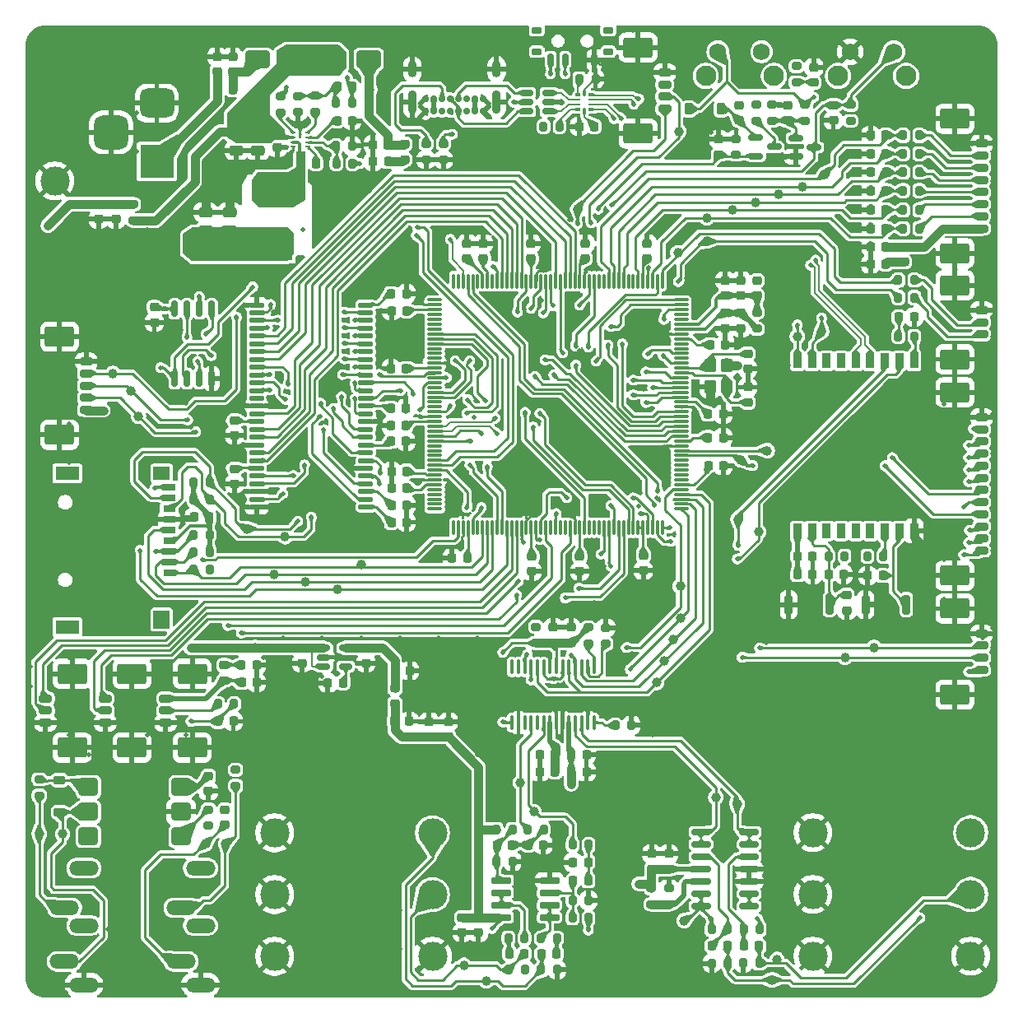
<source format=gbr>
%TF.GenerationSoftware,KiCad,Pcbnew,9.0.6*%
%TF.CreationDate,2026-01-08T15:16:42+08:00*%
%TF.ProjectId,STM32H7_PEDAL_V9,53544d33-3248-4375-9f50-4544414c5f56,rev?*%
%TF.SameCoordinates,Original*%
%TF.FileFunction,Copper,L1,Top*%
%TF.FilePolarity,Positive*%
%FSLAX46Y46*%
G04 Gerber Fmt 4.6, Leading zero omitted, Abs format (unit mm)*
G04 Created by KiCad (PCBNEW 9.0.6) date 2026-01-08 15:16:42*
%MOMM*%
%LPD*%
G01*
G04 APERTURE LIST*
G04 Aperture macros list*
%AMRoundRect*
0 Rectangle with rounded corners*
0 $1 Rounding radius*
0 $2 $3 $4 $5 $6 $7 $8 $9 X,Y pos of 4 corners*
0 Add a 4 corners polygon primitive as box body*
4,1,4,$2,$3,$4,$5,$6,$7,$8,$9,$2,$3,0*
0 Add four circle primitives for the rounded corners*
1,1,$1+$1,$2,$3*
1,1,$1+$1,$4,$5*
1,1,$1+$1,$6,$7*
1,1,$1+$1,$8,$9*
0 Add four rect primitives between the rounded corners*
20,1,$1+$1,$2,$3,$4,$5,0*
20,1,$1+$1,$4,$5,$6,$7,0*
20,1,$1+$1,$6,$7,$8,$9,0*
20,1,$1+$1,$8,$9,$2,$3,0*%
G04 Aperture macros list end*
%TA.AperFunction,Conductor*%
%ADD10C,0.000000*%
%TD*%
%TA.AperFunction,SMDPad,CuDef*%
%ADD11RoundRect,0.218750X0.256250X-0.218750X0.256250X0.218750X-0.256250X0.218750X-0.256250X-0.218750X0*%
%TD*%
%TA.AperFunction,SMDPad,CuDef*%
%ADD12RoundRect,0.225000X-0.225000X-0.250000X0.225000X-0.250000X0.225000X0.250000X-0.225000X0.250000X0*%
%TD*%
%TA.AperFunction,SMDPad,CuDef*%
%ADD13RoundRect,0.200000X-0.200000X-0.275000X0.200000X-0.275000X0.200000X0.275000X-0.200000X0.275000X0*%
%TD*%
%TA.AperFunction,SMDPad,CuDef*%
%ADD14RoundRect,0.200000X0.450000X-0.200000X0.450000X0.200000X-0.450000X0.200000X-0.450000X-0.200000X0*%
%TD*%
%TA.AperFunction,SMDPad,CuDef*%
%ADD15RoundRect,0.250001X1.249999X-0.799999X1.249999X0.799999X-1.249999X0.799999X-1.249999X-0.799999X0*%
%TD*%
%TA.AperFunction,SMDPad,CuDef*%
%ADD16C,1.000000*%
%TD*%
%TA.AperFunction,SMDPad,CuDef*%
%ADD17RoundRect,0.200000X0.200000X0.275000X-0.200000X0.275000X-0.200000X-0.275000X0.200000X-0.275000X0*%
%TD*%
%TA.AperFunction,SMDPad,CuDef*%
%ADD18RoundRect,0.031250X0.243750X0.093750X-0.243750X0.093750X-0.243750X-0.093750X0.243750X-0.093750X0*%
%TD*%
%TA.AperFunction,SMDPad,CuDef*%
%ADD19RoundRect,0.025000X0.250000X0.075000X-0.250000X0.075000X-0.250000X-0.075000X0.250000X-0.075000X0*%
%TD*%
%TA.AperFunction,SMDPad,CuDef*%
%ADD20RoundRect,0.037500X0.112500X0.262500X-0.112500X0.262500X-0.112500X-0.262500X0.112500X-0.262500X0*%
%TD*%
%TA.AperFunction,SMDPad,CuDef*%
%ADD21RoundRect,0.200000X-0.275000X0.200000X-0.275000X-0.200000X0.275000X-0.200000X0.275000X0.200000X0*%
%TD*%
%TA.AperFunction,SMDPad,CuDef*%
%ADD22RoundRect,0.225000X0.225000X0.250000X-0.225000X0.250000X-0.225000X-0.250000X0.225000X-0.250000X0*%
%TD*%
%TA.AperFunction,SMDPad,CuDef*%
%ADD23RoundRect,0.150000X0.512500X0.150000X-0.512500X0.150000X-0.512500X-0.150000X0.512500X-0.150000X0*%
%TD*%
%TA.AperFunction,SMDPad,CuDef*%
%ADD24RoundRect,0.225000X-0.250000X0.225000X-0.250000X-0.225000X0.250000X-0.225000X0.250000X0.225000X0*%
%TD*%
%TA.AperFunction,ComponentPad*%
%ADD25C,2.100000*%
%TD*%
%TA.AperFunction,ComponentPad*%
%ADD26C,1.750000*%
%TD*%
%TA.AperFunction,SMDPad,CuDef*%
%ADD27RoundRect,0.225000X0.250000X-0.225000X0.250000X0.225000X-0.250000X0.225000X-0.250000X-0.225000X0*%
%TD*%
%TA.AperFunction,SMDPad,CuDef*%
%ADD28RoundRect,0.218750X-0.256250X0.218750X-0.256250X-0.218750X0.256250X-0.218750X0.256250X0.218750X0*%
%TD*%
%TA.AperFunction,ComponentPad*%
%ADD29C,3.000000*%
%TD*%
%TA.AperFunction,SMDPad,CuDef*%
%ADD30RoundRect,0.200000X0.275000X-0.200000X0.275000X0.200000X-0.275000X0.200000X-0.275000X-0.200000X0*%
%TD*%
%TA.AperFunction,SMDPad,CuDef*%
%ADD31RoundRect,0.200000X-0.200000X-0.800000X0.200000X-0.800000X0.200000X0.800000X-0.200000X0.800000X0*%
%TD*%
%TA.AperFunction,SMDPad,CuDef*%
%ADD32RoundRect,0.218750X-0.218750X-0.256250X0.218750X-0.256250X0.218750X0.256250X-0.218750X0.256250X0*%
%TD*%
%TA.AperFunction,ComponentPad*%
%ADD33O,3.016000X1.508000*%
%TD*%
%TA.AperFunction,SMDPad,CuDef*%
%ADD34RoundRect,0.250000X1.000000X0.650000X-1.000000X0.650000X-1.000000X-0.650000X1.000000X-0.650000X0*%
%TD*%
%TA.AperFunction,SMDPad,CuDef*%
%ADD35RoundRect,0.250000X-0.475000X0.250000X-0.475000X-0.250000X0.475000X-0.250000X0.475000X0.250000X0*%
%TD*%
%TA.AperFunction,SMDPad,CuDef*%
%ADD36RoundRect,0.218750X0.218750X0.256250X-0.218750X0.256250X-0.218750X-0.256250X0.218750X-0.256250X0*%
%TD*%
%TA.AperFunction,ComponentPad*%
%ADD37C,3.600000*%
%TD*%
%TA.AperFunction,ConnectorPad*%
%ADD38C,5.600000*%
%TD*%
%TA.AperFunction,SMDPad,CuDef*%
%ADD39RoundRect,0.200000X-0.450000X0.200000X-0.450000X-0.200000X0.450000X-0.200000X0.450000X0.200000X0*%
%TD*%
%TA.AperFunction,SMDPad,CuDef*%
%ADD40RoundRect,0.250001X-1.249999X0.799999X-1.249999X-0.799999X1.249999X-0.799999X1.249999X0.799999X0*%
%TD*%
%TA.AperFunction,ComponentPad*%
%ADD41R,3.500000X3.500000*%
%TD*%
%TA.AperFunction,ComponentPad*%
%ADD42RoundRect,0.750000X-1.000000X0.750000X-1.000000X-0.750000X1.000000X-0.750000X1.000000X0.750000X0*%
%TD*%
%TA.AperFunction,ComponentPad*%
%ADD43RoundRect,0.875000X-0.875000X0.875000X-0.875000X-0.875000X0.875000X-0.875000X0.875000X0.875000X0*%
%TD*%
%TA.AperFunction,SMDPad,CuDef*%
%ADD44RoundRect,0.100000X-0.100000X0.637500X-0.100000X-0.637500X0.100000X-0.637500X0.100000X0.637500X0*%
%TD*%
%TA.AperFunction,SMDPad,CuDef*%
%ADD45RoundRect,0.150000X-0.825000X-0.150000X0.825000X-0.150000X0.825000X0.150000X-0.825000X0.150000X0*%
%TD*%
%TA.AperFunction,SMDPad,CuDef*%
%ADD46RoundRect,0.162500X0.162500X-0.650000X0.162500X0.650000X-0.162500X0.650000X-0.162500X-0.650000X0*%
%TD*%
%TA.AperFunction,SMDPad,CuDef*%
%ADD47RoundRect,0.075000X0.910000X0.225000X-0.910000X0.225000X-0.910000X-0.225000X0.910000X-0.225000X0*%
%TD*%
%TA.AperFunction,SMDPad,CuDef*%
%ADD48RoundRect,0.225000X0.225000X0.375000X-0.225000X0.375000X-0.225000X-0.375000X0.225000X-0.375000X0*%
%TD*%
%TA.AperFunction,SMDPad,CuDef*%
%ADD49RoundRect,0.249999X-0.750001X-0.640001X0.750001X-0.640001X0.750001X0.640001X-0.750001X0.640001X0*%
%TD*%
%TA.AperFunction,SMDPad,CuDef*%
%ADD50RoundRect,0.150000X-0.587500X-0.150000X0.587500X-0.150000X0.587500X0.150000X-0.587500X0.150000X0*%
%TD*%
%TA.AperFunction,SMDPad,CuDef*%
%ADD51R,0.606400X0.279400*%
%TD*%
%TA.AperFunction,SMDPad,CuDef*%
%ADD52RoundRect,0.150000X0.150000X0.500000X-0.150000X0.500000X-0.150000X-0.500000X0.150000X-0.500000X0*%
%TD*%
%TA.AperFunction,SMDPad,CuDef*%
%ADD53RoundRect,0.175000X0.350000X0.175000X-0.350000X0.175000X-0.350000X-0.175000X0.350000X-0.175000X0*%
%TD*%
%TA.AperFunction,SMDPad,CuDef*%
%ADD54RoundRect,0.250000X-1.000000X-0.650000X1.000000X-0.650000X1.000000X0.650000X-1.000000X0.650000X0*%
%TD*%
%TA.AperFunction,SMDPad,CuDef*%
%ADD55R,3.500000X2.950000*%
%TD*%
%TA.AperFunction,SMDPad,CuDef*%
%ADD56RoundRect,0.075000X0.675000X0.075000X-0.675000X0.075000X-0.675000X-0.075000X0.675000X-0.075000X0*%
%TD*%
%TA.AperFunction,SMDPad,CuDef*%
%ADD57RoundRect,0.075000X0.075000X0.675000X-0.075000X0.675000X-0.075000X-0.675000X0.075000X-0.675000X0*%
%TD*%
%TA.AperFunction,SMDPad,CuDef*%
%ADD58RoundRect,0.250000X-0.350000X0.450000X-0.350000X-0.450000X0.350000X-0.450000X0.350000X0.450000X0*%
%TD*%
%TA.AperFunction,ComponentPad*%
%ADD59C,0.700000*%
%TD*%
%TA.AperFunction,ComponentPad*%
%ADD60O,0.900000X2.400000*%
%TD*%
%TA.AperFunction,ComponentPad*%
%ADD61O,0.900000X1.700000*%
%TD*%
%TA.AperFunction,SMDPad,CuDef*%
%ADD62RoundRect,0.150000X-0.512500X-0.150000X0.512500X-0.150000X0.512500X0.150000X-0.512500X0.150000X0*%
%TD*%
%TA.AperFunction,SMDPad,CuDef*%
%ADD63RoundRect,0.225000X-0.375000X0.225000X-0.375000X-0.225000X0.375000X-0.225000X0.375000X0.225000X0*%
%TD*%
%TA.AperFunction,SMDPad,CuDef*%
%ADD64RoundRect,0.137500X0.582500X0.137500X-0.582500X0.137500X-0.582500X-0.137500X0.582500X-0.137500X0*%
%TD*%
%TA.AperFunction,SMDPad,CuDef*%
%ADD65R,1.300000X0.700000*%
%TD*%
%TA.AperFunction,SMDPad,CuDef*%
%ADD66R,1.651000X1.447800*%
%TD*%
%TA.AperFunction,SMDPad,CuDef*%
%ADD67R,2.438400X1.447800*%
%TD*%
%TA.AperFunction,SMDPad,CuDef*%
%ADD68R,1.651000X1.854200*%
%TD*%
%TA.AperFunction,SMDPad,CuDef*%
%ADD69R,0.900000X1.500000*%
%TD*%
%TA.AperFunction,HeatsinkPad*%
%ADD70C,0.600000*%
%TD*%
%TA.AperFunction,HeatsinkPad*%
%ADD71R,2.900000X2.900000*%
%TD*%
%TA.AperFunction,ViaPad*%
%ADD72C,0.500000*%
%TD*%
%TA.AperFunction,ViaPad*%
%ADD73C,0.700000*%
%TD*%
%TA.AperFunction,Conductor*%
%ADD74C,0.200000*%
%TD*%
%TA.AperFunction,Conductor*%
%ADD75C,0.250000*%
%TD*%
%TA.AperFunction,Conductor*%
%ADD76C,0.900000*%
%TD*%
%TA.AperFunction,Conductor*%
%ADD77C,0.500000*%
%TD*%
%TA.AperFunction,Conductor*%
%ADD78C,0.300000*%
%TD*%
G04 APERTURE END LIST*
D10*
%TA.AperFunction,Conductor*%
%TO.N,+3V3*%
G36*
X189747029Y-112381718D02*
G01*
X189747029Y-114431718D01*
X189147029Y-115181718D01*
X179247029Y-115181718D01*
X178347029Y-114431718D01*
X178347029Y-112381718D01*
X179347029Y-111731718D01*
X189147029Y-111731718D01*
X189747029Y-112381718D01*
G37*
%TD.AperFunction*%
%TA.AperFunction,Conductor*%
%TO.N,/buck_converter/SW*%
G36*
X190909712Y-108931718D02*
G01*
X189695199Y-109681718D01*
X186195199Y-109681718D01*
X185445199Y-108981718D01*
X185445199Y-106881718D01*
X185995199Y-106031718D01*
X189159712Y-106031718D01*
X189995199Y-105531718D01*
X189995199Y-103881718D01*
X190909712Y-103881718D01*
X190909712Y-108931718D01*
G37*
%TD.AperFunction*%
%TD*%
D11*
%TO.P,FB5,1*%
%TO.N,Net-(I/O_3-Pin_3)*%
X182559712Y-158319218D03*
%TO.P,FB5,2*%
%TO.N,+3V3*%
X182559712Y-156744218D03*
%TD*%
D12*
%TO.P,C93,1*%
%TO.N,+3V3*%
X184359712Y-156731718D03*
%TO.P,C93,2*%
%TO.N,GND*%
X185909712Y-156731718D03*
%TD*%
%TO.P,C91,1*%
%TO.N,Net-(I/O_3-Pin_3)*%
X184384712Y-158531718D03*
%TO.P,C91,2*%
%TO.N,GND*%
X185934712Y-158531718D03*
%TD*%
%TO.P,C90,2*%
%TO.N,GND*%
X183534712Y-162531718D03*
%TO.P,C90,1*%
%TO.N,EXP_PEDAL*%
X181984712Y-162531718D03*
%TD*%
D13*
%TO.P,R55,2*%
%TO.N,EXP_PEDAL*%
X183609712Y-160731718D03*
%TO.P,R55,1*%
%TO.N,Net-(I/O_3-Pin_2)*%
X181959712Y-160731718D03*
%TD*%
D14*
%TO.P,I/O_3,1,Pin_1*%
%TO.N,GND*%
X176559712Y-162681718D03*
%TO.P,I/O_3,2,Pin_2*%
%TO.N,Net-(I/O_3-Pin_2)*%
X176559712Y-161431718D03*
%TO.P,I/O_3,3,Pin_3*%
%TO.N,Net-(I/O_3-Pin_3)*%
X176559712Y-160181718D03*
D15*
%TO.P,I/O_3,MP,MountPin*%
%TO.N,GND*%
X179309712Y-165231718D03*
X179309712Y-157631718D03*
%TD*%
%TO.P,I/O_1,MP,MountPin*%
%TO.N,GND*%
X173109712Y-157631718D03*
X173109712Y-165231718D03*
D14*
%TO.P,I/O_1,3,Pin_3*%
%TO.N,I{slash}O_3*%
X170359712Y-160181718D03*
%TO.P,I/O_1,2,Pin_2*%
%TO.N,I{slash}O_4*%
X170359712Y-161431718D03*
%TO.P,I/O_1,1,Pin_1*%
%TO.N,GND*%
X170359712Y-162681718D03*
%TD*%
D16*
%TO.P,TP58,1,1*%
%TO.N,VCC_FILT*%
X185759712Y-154931718D03*
%TD*%
D17*
%TO.P,R24,2*%
%TO.N,POT_3*%
X252434712Y-106031718D03*
%TO.P,R24,1*%
%TO.N,/controls/P3*%
X254084712Y-106031718D03*
%TD*%
D18*
%TO.P,U12,1,1D+*%
%TO.N,STM_USB_P*%
X220334712Y-99581718D03*
D19*
%TO.P,U12,2,1D-*%
%TO.N,STM_USB_N*%
X220334712Y-99081718D03*
%TO.P,U12,3,2D+*%
%TO.N,ESP_USB_P*%
X220334712Y-98581718D03*
D18*
%TO.P,U12,4,2D-*%
%TO.N,ESP_USB_N*%
X220334712Y-98081718D03*
D20*
%TO.P,U12,5,GND*%
%TO.N,GND*%
X219659712Y-97931718D03*
D18*
%TO.P,U12,6,OE*%
%TO.N,Net-(U12-OE)*%
X218984712Y-98081718D03*
D19*
%TO.P,U12,7,D_*%
%TO.N,USB_SW_N*%
X218984712Y-98581718D03*
%TO.P,U12,8,D+*%
%TO.N,USB_SW_P*%
X218984712Y-99081718D03*
D18*
%TO.P,U12,9,S*%
%TO.N,USB_SW*%
X218984712Y-99581718D03*
D20*
%TO.P,U12,10,VCC*%
%TO.N,+3V3*%
X219659712Y-99731718D03*
%TD*%
D21*
%TO.P,R3,1*%
%TO.N,+5VA*%
X226534712Y-179706718D03*
%TO.P,R3,2*%
%TO.N,Net-(U2B-+)*%
X226534712Y-181356718D03*
%TD*%
D22*
%TO.P,C24,1*%
%TO.N,/Audio Codec/VCOM*%
X216631725Y-165931718D03*
%TO.P,C24,2*%
%TO.N,GND*%
X215081725Y-165931718D03*
%TD*%
D23*
%TO.P,U9,1,I/O1*%
%TO.N,USB_SW_P*%
X215997212Y-99781718D03*
%TO.P,U9,2,GND*%
%TO.N,GND*%
X215997212Y-98831718D03*
%TO.P,U9,3,I/O2*%
%TO.N,USB_SW_N*%
X215997212Y-97881718D03*
%TO.P,U9,4,I/O2*%
%TO.N,USBC_N*%
X213722212Y-97881718D03*
%TO.P,U9,5,VBUS*%
%TO.N,VUSB*%
X213722212Y-98831718D03*
%TO.P,U9,6,I/O1*%
%TO.N,USBC_P*%
X213722212Y-99781718D03*
%TD*%
D17*
%TO.P,R25,1*%
%TO.N,/controls/P4*%
X254097212Y-107931718D03*
%TO.P,R25,2*%
%TO.N,POT_4*%
X252447212Y-107931718D03*
%TD*%
D24*
%TO.P,C45,1*%
%TO.N,+3V3*%
X225719225Y-145456718D03*
%TO.P,C45,2*%
%TO.N,GND*%
X225719225Y-147006718D03*
%TD*%
D12*
%TO.P,C15,1*%
%TO.N,Net-(C15-Pad1)*%
X211906725Y-186431718D03*
%TO.P,C15,2*%
%TO.N,AUDIO_OUT_JACK_RIGHT*%
X213456725Y-186431718D03*
%TD*%
D21*
%TO.P,R28,1*%
%TO.N,GND*%
X238959712Y-99106718D03*
%TO.P,R28,2*%
%TO.N,Net-(Q1-B)*%
X238959712Y-100756718D03*
%TD*%
D16*
%TO.P,TP50,1,1*%
%TO.N,AUDIO_IN_BUFFER_LEFT*%
X233159712Y-170331718D03*
%TD*%
D22*
%TO.P,C30,1*%
%TO.N,+3V3*%
X201344225Y-120296916D03*
%TO.P,C30,2*%
%TO.N,GND*%
X199794225Y-120296916D03*
%TD*%
D25*
%TO.P,RST1,*%
%TO.N,*%
X245731725Y-96134218D03*
X252741725Y-96134218D03*
D26*
%TO.P,RST1,1,1*%
%TO.N,GND*%
X246981725Y-93644218D03*
%TO.P,RST1,2,2*%
%TO.N,ESP_RST_CTRL*%
X251481725Y-93644218D03*
%TD*%
D27*
%TO.P,C1,1*%
%TO.N,/power/VDC_FILT*%
X183459712Y-95706718D03*
%TO.P,C1,2*%
%TO.N,GND*%
X183459712Y-94156718D03*
%TD*%
D16*
%TO.P,TP57,1,1*%
%TO.N,MIDI_OUT_JACK_PIN4*%
X182759712Y-175131718D03*
%TD*%
D28*
%TO.P,D4,1,K*%
%TO.N,GND*%
X243256725Y-95231718D03*
%TO.P,D4,2,A*%
%TO.N,Net-(D4-A)*%
X243256725Y-96806718D03*
%TD*%
D13*
%TO.P,R10,1*%
%TO.N,Net-(C12-Pad1)*%
X218431725Y-180931718D03*
%TO.P,R10,2*%
%TO.N,GND*%
X220081725Y-180931718D03*
%TD*%
D22*
%TO.P,C39,1*%
%TO.N,+3V3*%
X207594225Y-145731718D03*
%TO.P,C39,2*%
%TO.N,GND*%
X206044225Y-145731718D03*
%TD*%
D17*
%TO.P,R42,1*%
%TO.N,/controls/P5*%
X254084712Y-109931718D03*
%TO.P,R42,2*%
%TO.N,POT_5*%
X252434712Y-109931718D03*
%TD*%
D29*
%TO.P,J4,R*%
%TO.N,AUDIO_OUT_JACK_RIGHT*%
X204021725Y-180346718D03*
%TO.P,J4,RN*%
%TO.N,GND*%
X187791725Y-180346718D03*
%TO.P,J4,S*%
X204021725Y-186696718D03*
%TO.P,J4,SN*%
X187791725Y-186696718D03*
%TO.P,J4,T*%
%TO.N,AUDIO_OUT_JACK_LEFT*%
X204021725Y-173996718D03*
%TO.P,J4,TN*%
%TO.N,GND*%
X187791725Y-173996718D03*
%TD*%
D22*
%TO.P,C72,1*%
%TO.N,POT_2*%
X250647212Y-104131718D03*
%TO.P,C72,2*%
%TO.N,GND*%
X249097212Y-104131718D03*
%TD*%
D30*
%TO.P,R18,1*%
%TO.N,/Audio Codec/3.3V_FILT*%
X214656725Y-154456718D03*
%TO.P,R18,2*%
%TO.N,+3V3*%
X214656725Y-152806718D03*
%TD*%
D17*
%TO.P,R9,1*%
%TO.N,+5VA*%
X220081725Y-182754218D03*
%TO.P,R9,2*%
%TO.N,Net-(C12-Pad1)*%
X218431725Y-182754218D03*
%TD*%
D31*
%TO.P,SW1,1,1*%
%TO.N,GND*%
X240659712Y-150531718D03*
%TO.P,SW1,2,2*%
%TO.N,/connectivity/EN*%
X244859712Y-150531718D03*
%TD*%
D21*
%TO.P,R31,1*%
%TO.N,GND*%
X235259712Y-102606718D03*
%TO.P,R31,2*%
%TO.N,/STM32H7/BOOT*%
X235259712Y-104256718D03*
%TD*%
D32*
%TO.P,FB1,1*%
%TO.N,POWER_JACK_PWR*%
X181872212Y-97531718D03*
%TO.P,FB1,2*%
%TO.N,/power/VDC_FILT*%
X183447212Y-97531718D03*
%TD*%
D22*
%TO.P,C43,1*%
%TO.N,Net-(C43-Pad1)*%
X201344225Y-136796916D03*
%TO.P,C43,2*%
%TO.N,GND*%
X199794225Y-136796916D03*
%TD*%
D17*
%TO.P,R23,1*%
%TO.N,SDMMC1_D0*%
X181084712Y-139731718D03*
%TO.P,R23,2*%
%TO.N,+3V3*%
X179434712Y-139731718D03*
%TD*%
D12*
%TO.P,C57,1*%
%TO.N,+3V3*%
X199744225Y-130331718D03*
%TO.P,C57,2*%
%TO.N,GND*%
X201294225Y-130331718D03*
%TD*%
D16*
%TO.P,TP49,1,1*%
%TO.N,AUDIO_IN_BUFFER_RIGHT*%
X235359712Y-171034705D03*
%TD*%
D13*
%TO.P,R53,1*%
%TO.N,Net-(SW3-B)*%
X215434712Y-101331718D03*
%TO.P,R53,2*%
%TO.N,USB_SW*%
X217084712Y-101331718D03*
%TD*%
D33*
%TO.P,J10,1*%
%TO.N,GND*%
X168159712Y-189631718D03*
%TO.P,J10,2*%
%TO.N,MIDI_IN_JACK_PIN5*%
X166159712Y-187231718D03*
%TO.P,J10,3*%
%TO.N,MIDI_IN_JACK_PIN4*%
X166159712Y-181711718D03*
%TO.P,J10,4*%
%TO.N,unconnected-(J10-Pad4)*%
X168159712Y-177631718D03*
%TO.P,J10,5*%
%TO.N,unconnected-(J10-Pad5)*%
X168159712Y-183531718D03*
%TD*%
D34*
%TO.P,D1,1,K*%
%TO.N,VCC*%
X190059712Y-94431718D03*
%TO.P,D1,2,A*%
%TO.N,/power/VDC_FILT*%
X186059712Y-94431718D03*
%TD*%
D16*
%TO.P,TP29,1,1*%
%TO.N,SAI1_SD_B*%
X228806725Y-154131718D03*
%TD*%
D35*
%TO.P,C18,1*%
%TO.N,VCC*%
X183862699Y-101881718D03*
%TO.P,C18,2*%
%TO.N,GND*%
X183862699Y-103781718D03*
%TD*%
D24*
%TO.P,C83,1*%
%TO.N,+3V3*%
X175406725Y-119931718D03*
%TO.P,C83,2*%
%TO.N,GND*%
X175406725Y-121481718D03*
%TD*%
D30*
%TO.P,R29,1*%
%TO.N,Net-(Q1-B)*%
X242359712Y-100756718D03*
%TO.P,R29,2*%
%TO.N,ESP_BOOT_CTRL*%
X242359712Y-99106718D03*
%TD*%
D24*
%TO.P,C38,1*%
%TO.N,+3V3*%
X214259712Y-145556718D03*
%TO.P,C38,2*%
%TO.N,GND*%
X214259712Y-147106718D03*
%TD*%
D22*
%TO.P,C16,1*%
%TO.N,Net-(C16-Pad1)*%
X216790725Y-186443198D03*
%TO.P,C16,2*%
%TO.N,AUDIO_OUT_JACK_LEFT*%
X215240725Y-186443198D03*
%TD*%
%TO.P,C13,1*%
%TO.N,/power/ADJ*%
X194806725Y-158581718D03*
%TO.P,C13,2*%
%TO.N,GND*%
X193256725Y-158581718D03*
%TD*%
D13*
%TO.P,R33,1*%
%TO.N,AUDIO_OUT_BUFFER_RIGHT_P*%
X213831725Y-173641718D03*
%TO.P,R33,2*%
%TO.N,Net-(C11-Pad2)*%
X215481725Y-173641718D03*
%TD*%
D24*
%TO.P,C46,1*%
%TO.N,ESP_RST_CTRL*%
X245256725Y-99156718D03*
%TO.P,C46,2*%
%TO.N,GND*%
X245256725Y-100706718D03*
%TD*%
D35*
%TO.P,C78,1*%
%TO.N,GND*%
X183159712Y-110131718D03*
%TO.P,C78,2*%
%TO.N,+3V3*%
X183159712Y-112031718D03*
%TD*%
D36*
%TO.P,D7,1,K*%
%TO.N,GND*%
X253559712Y-120931718D03*
%TO.P,D7,2,A*%
%TO.N,Net-(D7-A)*%
X251984712Y-120931718D03*
%TD*%
D12*
%TO.P,C48,1*%
%TO.N,+5VA*%
X200081725Y-162531718D03*
%TO.P,C48,2*%
%TO.N,GND*%
X201631725Y-162531718D03*
%TD*%
D16*
%TO.P,TP46,1,1*%
%TO.N,AUDIO_OUT_BUFFER_LEFT_P*%
X214459712Y-171831718D03*
%TD*%
D24*
%TO.P,C87,1*%
%TO.N,/connectivity/EN*%
X246659712Y-149556718D03*
%TO.P,C87,2*%
%TO.N,GND*%
X246659712Y-151106718D03*
%TD*%
D12*
%TO.P,C82,1*%
%TO.N,Net-(C82-Pad1)*%
X194209712Y-97231718D03*
%TO.P,C82,2*%
%TO.N,+3V3*%
X195759712Y-97231718D03*
%TD*%
D37*
%TO.P,H3,1,1*%
%TO.N,GND*%
X189159712Y-163431718D03*
D38*
X189159712Y-163431718D03*
%TD*%
D16*
%TO.P,TP52,1,1*%
%TO.N,MIDI_IN_JACK_PIN4*%
X163559712Y-174131718D03*
%TD*%
D27*
%TO.P,C20,1*%
%TO.N,/Audio Codec/3.3V_FILT*%
X216456725Y-154406718D03*
%TO.P,C20,2*%
%TO.N,GND*%
X216456725Y-152856718D03*
%TD*%
D16*
%TO.P,TP26,1,1*%
%TO.N,SAI1_SCK*%
X227056725Y-158531718D03*
%TD*%
D22*
%TO.P,C10,1*%
%TO.N,AUDIO_IN_JACK_LEFT*%
X234334712Y-185631718D03*
%TO.P,C10,2*%
%TO.N,Net-(U2A-+)*%
X232784712Y-185631718D03*
%TD*%
D39*
%TO.P,SWD1,1,Pin_1*%
%TO.N,GND*%
X227909712Y-95756718D03*
%TO.P,SWD1,2,Pin_2*%
%TO.N,unconnected-(SWD1-Pin_2-Pad2)*%
X227909712Y-97006718D03*
%TO.P,SWD1,3,Pin_3*%
%TO.N,SWCLK*%
X227909712Y-98256718D03*
%TO.P,SWD1,4,Pin_4*%
%TO.N,SWDIO*%
X227909712Y-99506718D03*
D40*
%TO.P,SWD1,MP,MountPin*%
%TO.N,GND*%
X225159712Y-93206718D03*
X225159712Y-102056718D03*
%TD*%
D41*
%TO.P,J1,1*%
%TO.N,POWER_JACK_PWR*%
X175659712Y-104931718D03*
D42*
%TO.P,J1,2*%
%TO.N,GND*%
X175659712Y-98931718D03*
D43*
%TO.P,J1,3*%
X170959712Y-101931718D03*
%TD*%
D22*
%TO.P,C70,1*%
%TO.N,POT_6*%
X250634712Y-111831718D03*
%TO.P,C70,2*%
%TO.N,GND*%
X249084712Y-111831718D03*
%TD*%
D12*
%TO.P,C86,1*%
%TO.N,/connectivity/EN*%
X244759712Y-147431718D03*
%TO.P,C86,2*%
%TO.N,GND*%
X246309712Y-147431718D03*
%TD*%
D22*
%TO.P,C74,1*%
%TO.N,POT_4*%
X250659712Y-107931718D03*
%TO.P,C74,2*%
%TO.N,GND*%
X249109712Y-107931718D03*
%TD*%
D12*
%TO.P,C54,1*%
%TO.N,+3V3*%
X199744225Y-133731718D03*
%TO.P,C54,2*%
%TO.N,GND*%
X201294225Y-133731718D03*
%TD*%
D24*
%TO.P,C58,1*%
%TO.N,+3V3*%
X183656725Y-136556718D03*
%TO.P,C58,2*%
%TO.N,GND*%
X183656725Y-138106718D03*
%TD*%
D35*
%TO.P,C79,1*%
%TO.N,GND*%
X180659712Y-110131718D03*
%TO.P,C79,2*%
%TO.N,+3V3*%
X180659712Y-112031718D03*
%TD*%
D27*
%TO.P,C27,1*%
%TO.N,+3V3*%
X219719225Y-114921916D03*
%TO.P,C27,2*%
%TO.N,GND*%
X219719225Y-113371916D03*
%TD*%
D13*
%TO.P,R14,1*%
%TO.N,AUDIO_OUT_JACK_LEFT*%
X215190725Y-188093198D03*
%TO.P,R14,2*%
%TO.N,GND*%
X216840725Y-188093198D03*
%TD*%
%TO.P,R39,1*%
%TO.N,SDMMC1_D2*%
X179434712Y-146931718D03*
%TO.P,R39,2*%
%TO.N,+3V3*%
X181084712Y-146931718D03*
%TD*%
D22*
%TO.P,C61,1*%
%TO.N,VUSB*%
X199459712Y-104931718D03*
%TO.P,C61,2*%
%TO.N,GND*%
X197909712Y-104931718D03*
%TD*%
D16*
%TO.P,TP28,1,1*%
%TO.N,SAI1_SD_A*%
X229506725Y-148631718D03*
%TD*%
D22*
%TO.P,C62,1*%
%TO.N,VUSB_FILT*%
X199434712Y-103181718D03*
%TO.P,C62,2*%
%TO.N,GND*%
X197884712Y-103181718D03*
%TD*%
D39*
%TO.P,I2C1,1,Pin_1*%
%TO.N,GND*%
X260509712Y-153481718D03*
%TO.P,I2C1,2,Pin_2*%
%TO.N,I2C1_SDA*%
X260509712Y-154731718D03*
%TO.P,I2C1,3,Pin_3*%
%TO.N,I2C1_SCL*%
X260509712Y-155981718D03*
%TO.P,I2C1,4,Pin_4*%
%TO.N,+3V3*%
X260509712Y-157231718D03*
D40*
%TO.P,I2C1,MP,MountPin*%
%TO.N,GND*%
X257759712Y-150931718D03*
X257759712Y-159781718D03*
%TD*%
D44*
%TO.P,U4,1,MC/SCL/FMT*%
%TO.N,/Audio Codec/FMT*%
X220656725Y-156931718D03*
%TO.P,U4,2,MD/SDA/DEMP*%
%TO.N,/Audio Codec/DEMP*%
X220006725Y-156931718D03*
%TO.P,U4,3,DOUT*%
%TO.N,SAI1_SD_B*%
X219356725Y-156931718D03*
%TO.P,U4,4,LRCK1*%
%TO.N,SAI1_FS*%
X218706725Y-156931718D03*
%TO.P,U4,5,BCK1*%
%TO.N,SAI1_SCK*%
X218056725Y-156931718D03*
%TO.P,U4,6,SCKI1*%
%TO.N,SAI1_MLCKA*%
X217406725Y-156931718D03*
%TO.P,U4,7,V_{DD}*%
%TO.N,/Audio Codec/3.3V_FILT*%
X216756725Y-156931718D03*
%TO.P,U4,8,DGND*%
%TO.N,GND*%
X216106725Y-156931718D03*
%TO.P,U4,9,SCKI2*%
%TO.N,SAI1_MLCKA*%
X215456725Y-156931718D03*
%TO.P,U4,10,BCK2*%
%TO.N,SAI1_SCK*%
X214806725Y-156931718D03*
%TO.P,U4,11,LRCK2*%
%TO.N,SAI1_FS*%
X214156725Y-156931718D03*
%TO.P,U4,12,DIN*%
%TO.N,SAI1_SD_A*%
X213506725Y-156931718D03*
%TO.P,U4,13,ZEROR*%
%TO.N,unconnected-(U4-ZEROR-Pad13)*%
X212856725Y-156931718D03*
%TO.P,U4,14,ZEROL*%
%TO.N,unconnected-(U4-ZEROL-Pad14)*%
X212206725Y-156931718D03*
%TO.P,U4,15,~{RST}*%
%TO.N,/Audio Codec/3.3V_FILT*%
X212206725Y-162656718D03*
%TO.P,U4,16,SGND*%
%TO.N,GND*%
X212856725Y-162656718D03*
%TO.P,U4,17,V_{OUT}R-*%
%TO.N,unconnected-(U4-V_{OUT}R--Pad17)*%
X213506725Y-162656718D03*
%TO.P,U4,18,V_{OUT}R+*%
%TO.N,AUDIO_OUT_BUFFER_RIGHT_P*%
X214156725Y-162656718D03*
%TO.P,U4,19,V_{OUT}L-*%
%TO.N,unconnected-(U4-V_{OUT}L--Pad19)*%
X214806725Y-162656718D03*
%TO.P,U4,20,V_{OUT}L+*%
%TO.N,AUDIO_OUT_BUFFER_LEFT_P*%
X215456725Y-162656718D03*
%TO.P,U4,21,V_{COM}*%
%TO.N,/Audio Codec/VCOM*%
X216106725Y-162656718D03*
%TO.P,U4,22,AGND2*%
%TO.N,GND*%
X216756725Y-162656718D03*
%TO.P,U4,23,AGND1*%
X217406725Y-162656718D03*
%TO.P,U4,24,V_{CC}*%
%TO.N,+5VA*%
X218056725Y-162656718D03*
%TO.P,U4,25,V_{IN}L*%
%TO.N,AUDIO_IN_BUFFER_LEFT*%
X218706725Y-162656718D03*
%TO.P,U4,26,V_{IN}R*%
%TO.N,AUDIO_IN_BUFFER_RIGHT*%
X219356725Y-162656718D03*
%TO.P,U4,27,~{MS}/AD/IFMD*%
%TO.N,GND*%
X220006725Y-162656718D03*
%TO.P,U4,28,MODE*%
%TO.N,/Audio Codec/MODE*%
X220656725Y-162656718D03*
%TD*%
D16*
%TO.P,TP27,1,1*%
%TO.N,SAI1_MLCKA*%
X229556725Y-151881718D03*
%TD*%
%TO.P,TP32,1,1*%
%TO.N,SDMMC1_D1*%
X184956725Y-142731718D03*
%TD*%
D17*
%TO.P,R26,1*%
%TO.N,/controls/P1*%
X254097212Y-102244218D03*
%TO.P,R26,2*%
%TO.N,POT_1*%
X252447212Y-102244218D03*
%TD*%
%TO.P,R4,1*%
%TO.N,/audio input/V_AUDIOBIAS*%
X237684712Y-183931718D03*
%TO.P,R4,2*%
%TO.N,Net-(U2D-+)*%
X236034712Y-183931718D03*
%TD*%
D27*
%TO.P,C28,1*%
%TO.N,+3V3*%
X226069225Y-114921916D03*
%TO.P,C28,2*%
%TO.N,GND*%
X226069225Y-113371916D03*
%TD*%
D16*
%TO.P,TP17,1,1*%
%TO.N,POT_6*%
X232256725Y-110731718D03*
%TD*%
D31*
%TO.P,SW2,1,1*%
%TO.N,GND*%
X248559712Y-150531718D03*
%TO.P,SW2,2,2*%
%TO.N,/connectivity/GPIO_9*%
X252759712Y-150531718D03*
%TD*%
D22*
%TO.P,C66,1*%
%TO.N,/controls/pots_3v3*%
X250647212Y-113694218D03*
%TO.P,C66,2*%
%TO.N,GND*%
X249097212Y-113694218D03*
%TD*%
D16*
%TO.P,TP38,1,1*%
%TO.N,VUSB_FILT*%
X197559712Y-97531718D03*
%TD*%
D45*
%TO.P,U2,1*%
%TO.N,AUDIO_IN_BUFFER_LEFT*%
X231659712Y-173921718D03*
%TO.P,U2,2,-*%
X231659712Y-175191718D03*
%TO.P,U2,3,+*%
%TO.N,Net-(U2A-+)*%
X231659712Y-176461718D03*
%TO.P,U2,4,V+*%
%TO.N,+5VA*%
X231659712Y-177731718D03*
%TO.P,U2,5,+*%
%TO.N,Net-(U2B-+)*%
X231659712Y-179001718D03*
%TO.P,U2,6,-*%
%TO.N,/audio input/V_AUDIOBIAS*%
X231659712Y-180271718D03*
%TO.P,U2,7*%
X231659712Y-181541718D03*
%TO.P,U2,8*%
%TO.N,Net-(U2C--)*%
X236609712Y-181541718D03*
%TO.P,U2,9,-*%
X236609712Y-180271718D03*
%TO.P,U2,10,+*%
%TO.N,GND*%
X236609712Y-179001718D03*
%TO.P,U2,11,V-*%
X236609712Y-177731718D03*
%TO.P,U2,12,+*%
%TO.N,Net-(U2D-+)*%
X236609712Y-176461718D03*
%TO.P,U2,13,-*%
%TO.N,AUDIO_IN_BUFFER_RIGHT*%
X236609712Y-175191718D03*
%TO.P,U2,14*%
X236609712Y-173921718D03*
%TD*%
D13*
%TO.P,R41,1*%
%TO.N,AUDIO_OUT_BUFFER_LEFT_P*%
X218431725Y-175231718D03*
%TO.P,R41,2*%
%TO.N,Net-(C12-Pad2)*%
X220081725Y-175231718D03*
%TD*%
D25*
%TO.P,BOOT1,*%
%TO.N,*%
X232131725Y-96134218D03*
X239141725Y-96134218D03*
D26*
%TO.P,BOOT1,1,1*%
%TO.N,ESP_BOOT_CTRL*%
X233381725Y-93644218D03*
%TO.P,BOOT1,2,2*%
%TO.N,+3V3*%
X237881725Y-93644218D03*
%TD*%
D12*
%TO.P,C68,1*%
%TO.N,Net-(C11-Pad2)*%
X213881725Y-175241718D03*
%TO.P,C68,2*%
%TO.N,GND*%
X215431725Y-175241718D03*
%TD*%
D21*
%TO.P,R34,1*%
%TO.N,VDDA*%
X237409712Y-120481718D03*
%TO.P,R34,2*%
%TO.N,VREF*%
X237409712Y-122131718D03*
%TD*%
D12*
%TO.P,C5,1*%
%TO.N,+5V*%
X200131725Y-157331718D03*
%TO.P,C5,2*%
%TO.N,GND*%
X201681725Y-157331718D03*
%TD*%
%TO.P,C11,1*%
%TO.N,Net-(C11-Pad1)*%
X210656725Y-175249218D03*
%TO.P,C11,2*%
%TO.N,Net-(C11-Pad2)*%
X212206725Y-175249218D03*
%TD*%
D22*
%TO.P,C65,1*%
%TO.N,+3V3*%
X181034712Y-141531718D03*
%TO.P,C65,2*%
%TO.N,GND*%
X179484712Y-141531718D03*
%TD*%
D30*
%TO.P,R35,1*%
%TO.N,VCC*%
X173256725Y-110981718D03*
%TO.P,R35,2*%
%TO.N,VCC_FILT*%
X173256725Y-109331718D03*
%TD*%
D16*
%TO.P,TP33,1,1*%
%TO.N,SDMMC1_D0*%
X188856725Y-143531718D03*
%TD*%
D35*
%TO.P,C80,1*%
%TO.N,VCC*%
X186062699Y-101881718D03*
%TO.P,C80,2*%
%TO.N,GND*%
X186062699Y-103781718D03*
%TD*%
D16*
%TO.P,TP53,1,1*%
%TO.N,MIDI_IN_JACK_PIN5*%
X165959712Y-174131718D03*
%TD*%
D17*
%TO.P,R43,1*%
%TO.N,/controls/P6*%
X254084712Y-111831718D03*
%TO.P,R43,2*%
%TO.N,POT_6*%
X252434712Y-111831718D03*
%TD*%
D12*
%TO.P,C71,1*%
%TO.N,/buck_converter/SW*%
X190487699Y-105131718D03*
%TO.P,C71,2*%
%TO.N,/buck_converter/BST*%
X192037699Y-105131718D03*
%TD*%
D16*
%TO.P,TP66,1,1*%
%TO.N,KEY*%
X171159712Y-126731718D03*
%TD*%
D11*
%TO.P,FB3,1*%
%TO.N,VUSB*%
X201159712Y-104719218D03*
%TO.P,FB3,2*%
%TO.N,VUSB_FILT*%
X201159712Y-103144218D03*
%TD*%
D27*
%TO.P,C25,1*%
%TO.N,GND*%
X234109712Y-122081718D03*
%TO.P,C25,2*%
%TO.N,VREF*%
X234109712Y-120531718D03*
%TD*%
D16*
%TO.P,TP22,1,1*%
%TO.N,POT_1*%
X244359180Y-106241325D03*
%TD*%
D17*
%TO.P,R21,1*%
%TO.N,/controls/P2*%
X254097212Y-104131718D03*
%TO.P,R21,2*%
%TO.N,POT_2*%
X252447212Y-104131718D03*
%TD*%
D37*
%TO.P,H5,1,1*%
%TO.N,GND*%
X235159712Y-163431718D03*
D38*
X235159712Y-163431718D03*
%TD*%
D13*
%TO.P,R22,1*%
%TO.N,SDMMC1_CMD*%
X179434712Y-143331718D03*
%TO.P,R22,2*%
%TO.N,+3V3*%
X181084712Y-143331718D03*
%TD*%
D16*
%TO.P,TP65,1,1*%
%TO.N,SIG_2*%
X172959712Y-128531718D03*
%TD*%
D28*
%TO.P,D3,1,K*%
%TO.N,GND*%
X233459712Y-102631718D03*
%TO.P,D3,2,A*%
%TO.N,/STM32H7/BOOT*%
X233459712Y-104206718D03*
%TD*%
D46*
%TO.P,U7,1,~{CS}*%
%TO.N,QSPI_BK1_NCS*%
X177501725Y-127269218D03*
%TO.P,U7,2,DO/IO_{1}*%
%TO.N,QSPI_BK1_IO1*%
X178771725Y-127269218D03*
%TO.P,U7,3,~{WP}/IO_{2}*%
%TO.N,QSPI_BK1_IO2*%
X180041725Y-127269218D03*
%TO.P,U7,4,GND*%
%TO.N,GND*%
X181311725Y-127269218D03*
%TO.P,U7,5,DI/IO_{0}*%
%TO.N,QSPI_BK1_IO0*%
X181311725Y-120094218D03*
%TO.P,U7,6,CLK*%
%TO.N,QSPI_BK1_CLK*%
X180041725Y-120094218D03*
%TO.P,U7,7,~{HOLD}/~{RESET}/IO_{3}*%
%TO.N,QSPI_BK1_IO3*%
X178771725Y-120094218D03*
%TO.P,U7,8,VCC*%
%TO.N,+3V3*%
X177501725Y-120094218D03*
%TD*%
D39*
%TO.P,ENC1,1,Pin_1*%
%TO.N,GND*%
X168409712Y-125500000D03*
%TO.P,ENC1,2,Pin_2*%
%TO.N,KEY*%
X168409712Y-126750000D03*
%TO.P,ENC1,3,Pin_3*%
%TO.N,SIG_2*%
X168409712Y-128000000D03*
%TO.P,ENC1,4,Pin_4*%
%TO.N,SIG_1*%
X168409712Y-129250000D03*
%TO.P,ENC1,5,Pin_5*%
%TO.N,+3V3*%
X168409712Y-130500000D03*
D40*
%TO.P,ENC1,MP,MountPin*%
%TO.N,GND*%
X165659712Y-122950000D03*
X165659712Y-133050000D03*
%TD*%
D16*
%TO.P,TP24,1,1*%
%TO.N,SWCLK*%
X229359712Y-101831718D03*
%TD*%
D12*
%TO.P,C40,1*%
%TO.N,+3V3*%
X232381725Y-130931718D03*
%TO.P,C40,2*%
%TO.N,GND*%
X233931725Y-130931718D03*
%TD*%
D39*
%TO.P,J3,1,Pin_1*%
%TO.N,GND*%
X260509712Y-131231718D03*
%TO.P,J3,2,Pin_2*%
%TO.N,+3V3*%
X260509712Y-132481718D03*
%TO.P,J3,3,Pin_3*%
%TO.N,TP_INT*%
X260509712Y-133731718D03*
%TO.P,J3,4,Pin_4*%
%TO.N,TP_RST*%
X260509712Y-134981718D03*
%TO.P,J3,5,Pin_5*%
%TO.N,I2C3_SCL*%
X260509712Y-136231718D03*
%TO.P,J3,6,Pin_6*%
%TO.N,I2C3_SDA*%
X260509712Y-137481718D03*
%TO.P,J3,7,Pin_7*%
%TO.N,BL*%
X260509712Y-138731718D03*
%TO.P,J3,8,Pin_8*%
%TO.N,CLOCK*%
X260509712Y-139981718D03*
%TO.P,J3,9,Pin_9*%
%TO.N,DC*%
X260509712Y-141231718D03*
%TO.P,J3,10,Pin_10*%
%TO.N,CS*%
X260509712Y-142481718D03*
%TO.P,J3,11,Pin_11*%
%TO.N,LCD_RST*%
X260509712Y-143731718D03*
%TO.P,J3,12,Pin_12*%
%TO.N,MOSI*%
X260509712Y-144981718D03*
D40*
%TO.P,J3,MP,MountPin*%
%TO.N,GND*%
X257759712Y-128681718D03*
X257759712Y-147531718D03*
%TD*%
D21*
%TO.P,R36,1*%
%TO.N,Net-(J5-CC1)*%
X205159712Y-103106718D03*
%TO.P,R36,2*%
%TO.N,GND*%
X205159712Y-104756718D03*
%TD*%
D39*
%TO.P,J2,1,Pin_1*%
%TO.N,GND*%
X260509712Y-103081718D03*
%TO.P,J2,2,Pin_2*%
%TO.N,/controls/P1*%
X260509712Y-104331718D03*
%TO.P,J2,3,Pin_3*%
%TO.N,/controls/P2*%
X260509712Y-105581718D03*
%TO.P,J2,4,Pin_4*%
%TO.N,/controls/P3*%
X260509712Y-106831718D03*
%TO.P,J2,5,Pin_5*%
%TO.N,/controls/P4*%
X260509712Y-108081718D03*
%TO.P,J2,6,Pin_6*%
%TO.N,/controls/P5*%
X260509712Y-109331718D03*
%TO.P,J2,7,Pin_7*%
%TO.N,/controls/P6*%
X260509712Y-110581718D03*
%TO.P,J2,8,Pin_8*%
%TO.N,/controls/pots_3v3*%
X260509712Y-111831718D03*
D40*
%TO.P,J2,MP,MountPin*%
%TO.N,GND*%
X257759712Y-100531718D03*
X257759712Y-114381718D03*
%TD*%
D22*
%TO.P,C36,1*%
%TO.N,+3V3*%
X201294225Y-126231718D03*
%TO.P,C36,2*%
%TO.N,GND*%
X199744225Y-126231718D03*
%TD*%
D17*
%TO.P,R20,1*%
%TO.N,Net-(LEDS1-Pin_3)*%
X253584712Y-118931718D03*
%TO.P,R20,2*%
%TO.N,LED2*%
X251934712Y-118931718D03*
%TD*%
D12*
%TO.P,C84,1*%
%TO.N,+3V3*%
X241584712Y-147431718D03*
%TO.P,C84,2*%
%TO.N,GND*%
X243134712Y-147431718D03*
%TD*%
D16*
%TO.P,TP30,1,1*%
%TO.N,SDMMC1_D3*%
X187756725Y-147431718D03*
%TD*%
D24*
%TO.P,C4,1*%
%TO.N,VCC_FILT*%
X190581725Y-154981718D03*
%TO.P,C4,2*%
%TO.N,GND*%
X190581725Y-156531718D03*
%TD*%
%TO.P,C63,1*%
%TO.N,GND*%
X235559712Y-99156718D03*
%TO.P,C63,2*%
%TO.N,Net-(D2-K)*%
X235559712Y-100706718D03*
%TD*%
D47*
%TO.P,U3,1*%
%TO.N,Net-(R12-Pad1)*%
X216056725Y-182701718D03*
%TO.P,U3,2*%
X216056725Y-181431718D03*
%TO.P,U3,3*%
%TO.N,Net-(C12-Pad1)*%
X216056725Y-180161718D03*
%TO.P,U3,4*%
%TO.N,GND*%
X216056725Y-178891718D03*
%TO.P,U3,5*%
%TO.N,Net-(C11-Pad1)*%
X211116725Y-178891718D03*
%TO.P,U3,6*%
%TO.N,Net-(R11-Pad1)*%
X211116725Y-180161718D03*
%TO.P,U3,7*%
X211116725Y-181431718D03*
%TO.P,U3,8*%
%TO.N,+5VA*%
X211116725Y-182701718D03*
%TD*%
D16*
%TO.P,TP45,1,1*%
%TO.N,AUDIO_OUT_BUFFER_RIGHT_P*%
X213059712Y-168831718D03*
%TD*%
D29*
%TO.P,TP51,1,1*%
%TO.N,GND*%
X165159712Y-106931718D03*
%TD*%
D22*
%TO.P,C88,1*%
%TO.N,/connectivity/GPIO_9*%
X250334712Y-147531718D03*
%TO.P,C88,2*%
%TO.N,GND*%
X248784712Y-147531718D03*
%TD*%
D27*
%TO.P,C26,1*%
%TO.N,VDDA*%
X235759712Y-118731718D03*
%TO.P,C26,2*%
%TO.N,GND*%
X235759712Y-117181718D03*
%TD*%
D24*
%TO.P,C3,1*%
%TO.N,+5V*%
X197181725Y-154981718D03*
%TO.P,C3,2*%
%TO.N,GND*%
X197181725Y-156531718D03*
%TD*%
D48*
%TO.P,D2,1,K*%
%TO.N,Net-(D2-K)*%
X233709712Y-99531718D03*
%TO.P,D2,2,A*%
%TO.N,ESP_BOOT_CTRL*%
X230409712Y-99531718D03*
%TD*%
D12*
%TO.P,C85,1*%
%TO.N,+3V3*%
X241584712Y-145531718D03*
%TO.P,C85,2*%
%TO.N,GND*%
X243134712Y-145531718D03*
%TD*%
D24*
%TO.P,C32,1*%
%TO.N,+3V3*%
X219169225Y-145556718D03*
%TO.P,C32,2*%
%TO.N,GND*%
X219169225Y-147106718D03*
%TD*%
D16*
%TO.P,TP60,1,1*%
%TO.N,ESP_BOOT_CTRL*%
X244059712Y-122431718D03*
%TD*%
D21*
%TO.P,R37,1*%
%TO.N,Net-(J5-CC2)*%
X203359712Y-103106718D03*
%TO.P,R37,2*%
%TO.N,GND*%
X203359712Y-104756718D03*
%TD*%
D13*
%TO.P,R13,1*%
%TO.N,AUDIO_OUT_JACK_RIGHT*%
X211881725Y-188081718D03*
%TO.P,R13,2*%
%TO.N,GND*%
X213531725Y-188081718D03*
%TD*%
D12*
%TO.P,C17,1*%
%TO.N,/buck_converter/SS_pin*%
X194209712Y-100731718D03*
%TO.P,C17,2*%
%TO.N,GND*%
X195759712Y-100731718D03*
%TD*%
D24*
%TO.P,C76,1*%
%TO.N,+5VA*%
X207056725Y-182731718D03*
%TO.P,C76,2*%
%TO.N,GND*%
X207056725Y-184281718D03*
%TD*%
D12*
%TO.P,C21,1*%
%TO.N,+5VA*%
X218306725Y-167731718D03*
%TO.P,C21,2*%
%TO.N,GND*%
X219856725Y-167731718D03*
%TD*%
D13*
%TO.P,R40,1*%
%TO.N,SDMMC1_D3*%
X179434712Y-145131718D03*
%TO.P,R40,2*%
%TO.N,+3V3*%
X181084712Y-145131718D03*
%TD*%
D24*
%TO.P,C55,1*%
%TO.N,+3V3*%
X183656725Y-131556718D03*
%TO.P,C55,2*%
%TO.N,GND*%
X183656725Y-133106718D03*
%TD*%
%TO.P,C77,1*%
%TO.N,+5VA*%
X208756725Y-182731718D03*
%TO.P,C77,2*%
%TO.N,GND*%
X208756725Y-184281718D03*
%TD*%
D22*
%TO.P,C29,1*%
%TO.N,+3V3*%
X201294225Y-132131718D03*
%TO.P,C29,2*%
%TO.N,GND*%
X199744225Y-132131718D03*
%TD*%
D49*
%TO.P,U11,1*%
%TO.N,Net-(D5-K)*%
X168629712Y-169291718D03*
%TO.P,U11,2*%
%TO.N,MIDI_IN_JACK_PIN5*%
X168629712Y-171831718D03*
%TO.P,U11,3*%
%TO.N,unconnected-(U11-Pad3)*%
X168629712Y-174371718D03*
%TO.P,U11,4*%
%TO.N,MIDI_IN*%
X178159712Y-174371718D03*
%TO.P,U11,5*%
%TO.N,GND*%
X178159712Y-171831718D03*
%TO.P,U11,6*%
%TO.N,+3V3*%
X178159712Y-169291718D03*
%TD*%
D16*
%TO.P,TP1,1,1*%
%TO.N,AUDIO_OUT_JACK_RIGHT*%
X207259712Y-187631718D03*
%TD*%
D27*
%TO.P,C2,1*%
%TO.N,POWER_JACK_PWR*%
X181859712Y-95706718D03*
%TO.P,C2,2*%
%TO.N,GND*%
X181859712Y-94156718D03*
%TD*%
D30*
%TO.P,R16,1*%
%TO.N,/Audio Codec/FMT*%
X220056725Y-154516520D03*
%TO.P,R16,2*%
%TO.N,/Audio Codec/3.3V_FILT*%
X220056725Y-152866520D03*
%TD*%
D28*
%TO.P,FB2,1*%
%TO.N,+5V*%
X200156725Y-159144218D03*
%TO.P,FB2,2*%
%TO.N,+5VA*%
X200156725Y-160719218D03*
%TD*%
D22*
%TO.P,C51,1*%
%TO.N,POT_5*%
X250659712Y-109931718D03*
%TO.P,C51,2*%
%TO.N,GND*%
X249109712Y-109931718D03*
%TD*%
D17*
%TO.P,R19,1*%
%TO.N,Net-(LEDS1-Pin_2)*%
X253584712Y-117131718D03*
%TO.P,R19,2*%
%TO.N,LED1*%
X251934712Y-117131718D03*
%TD*%
D29*
%TO.P,J8,R*%
%TO.N,AUDIO_IN_JACK_RIGHT*%
X259389712Y-180331718D03*
%TO.P,J8,RN*%
%TO.N,GND*%
X243159712Y-180331718D03*
%TO.P,J8,S*%
X259389712Y-186681718D03*
%TO.P,J8,SN*%
X243159712Y-186681718D03*
%TO.P,J8,T*%
%TO.N,AUDIO_IN_JACK_LEFT*%
X259389712Y-173981718D03*
%TO.P,J8,TN*%
%TO.N,GND*%
X243159712Y-173981718D03*
%TD*%
D16*
%TO.P,TP35,1,1*%
%TO.N,SDMMC1_CMD*%
X194256725Y-148931718D03*
%TD*%
D50*
%TO.P,Q1,1,B*%
%TO.N,Net-(Q1-B)*%
X241381725Y-102531718D03*
%TO.P,Q1,2,E*%
%TO.N,GND*%
X241381725Y-104431718D03*
%TO.P,Q1,3,C*%
%TO.N,ESP_RST_CTRL*%
X243256725Y-103481718D03*
%TD*%
D51*
%TO.P,U5,1,PG*%
%TO.N,Net-(U5-PG)*%
X189664312Y-101931716D03*
%TO.P,U5,2,VIN*%
%TO.N,VCC*%
X189664312Y-102431717D03*
%TO.P,U5,3,SW*%
%TO.N,/buck_converter/SW*%
X189664312Y-102931717D03*
%TO.P,U5,4,GND*%
%TO.N,GND*%
X189664312Y-103431718D03*
%TO.P,U5,5,BST*%
%TO.N,/buck_converter/BST*%
X191159712Y-103431718D03*
%TO.P,U5,6,EN*%
%TO.N,/buck_converter/EN_pin*%
X191159712Y-102931717D03*
%TO.P,U5,7,SS*%
%TO.N,/buck_converter/SS_pin*%
X191159712Y-102431717D03*
%TO.P,U5,8,FB*%
%TO.N,/buck_converter/FB*%
X191159712Y-101931716D03*
%TD*%
D16*
%TO.P,TP48,1,1*%
%TO.N,AUDIO_IN_JACK_LEFT*%
X238959712Y-189131718D03*
%TD*%
D52*
%TO.P,SW3,1,C*%
%TO.N,GND*%
X220684712Y-94481718D03*
%TO.P,SW3,2,B*%
%TO.N,Net-(SW3-B)*%
X217684712Y-94481718D03*
%TO.P,SW3,3,A*%
%TO.N,+3V3*%
X216184712Y-94481718D03*
D53*
%TO.P,SW3,SH*%
%TO.N,N/C*%
X222109712Y-93631718D03*
X222109712Y-91431718D03*
X214759712Y-93631718D03*
X214759712Y-91431718D03*
%TD*%
D12*
%TO.P,C37,1*%
%TO.N,+3V3*%
X232384712Y-136231718D03*
%TO.P,C37,2*%
%TO.N,GND*%
X233934712Y-136231718D03*
%TD*%
D30*
%TO.P,R49,1*%
%TO.N,+3V3*%
X180959712Y-173256718D03*
%TO.P,R49,2*%
%TO.N,MIDI_IN*%
X180959712Y-171606718D03*
%TD*%
D54*
%TO.P,D6,1,K*%
%TO.N,VCC*%
X193459712Y-94431718D03*
%TO.P,D6,2,A*%
%TO.N,VUSB_FILT*%
X197459712Y-94431718D03*
%TD*%
D17*
%TO.P,R15,1*%
%TO.N,GND*%
X224481725Y-162931718D03*
%TO.P,R15,2*%
%TO.N,/Audio Codec/MODE*%
X222831725Y-162931718D03*
%TD*%
D30*
%TO.P,Rb1,1*%
%TO.N,GND*%
X190159712Y-99856718D03*
%TO.P,Rb1,2*%
%TO.N,Net-(C82-Pad1)*%
X190159712Y-98206718D03*
%TD*%
D22*
%TO.P,C89,1*%
%TO.N,+3V3*%
X220659712Y-101331718D03*
%TO.P,C89,2*%
%TO.N,GND*%
X219109712Y-101331718D03*
%TD*%
D16*
%TO.P,TP2,1,1*%
%TO.N,LED2*%
X232256725Y-113131718D03*
%TD*%
%TO.P,TP62,1,1*%
%TO.N,USART2_RX*%
X235459712Y-141731718D03*
%TD*%
D17*
%TO.P,R51,1*%
%TO.N,+3V3*%
X246409712Y-145531718D03*
%TO.P,R51,2*%
%TO.N,/connectivity/EN*%
X244759712Y-145531718D03*
%TD*%
D13*
%TO.P,R7,1*%
%TO.N,+5VA*%
X210606725Y-173649218D03*
%TO.P,R7,2*%
%TO.N,Net-(C11-Pad1)*%
X212256725Y-173649218D03*
%TD*%
D27*
%TO.P,C49,1*%
%TO.N,GND*%
X235759712Y-122081718D03*
%TO.P,C49,2*%
%TO.N,VREF*%
X235759712Y-120531718D03*
%TD*%
%TO.P,C44,1*%
%TO.N,Net-(C44-Pad1)*%
X209256725Y-114921916D03*
%TO.P,C44,2*%
%TO.N,GND*%
X209256725Y-113371916D03*
%TD*%
%TO.P,C14,1*%
%TO.N,+5VA*%
X203656725Y-164106718D03*
%TO.P,C14,2*%
%TO.N,GND*%
X203656725Y-162556718D03*
%TD*%
D16*
%TO.P,TP18,1,1*%
%TO.N,POT_5*%
X234856725Y-109931718D03*
%TD*%
D12*
%TO.P,C31,1*%
%TO.N,+3V3*%
X232581725Y-123781718D03*
%TO.P,C31,2*%
%TO.N,GND*%
X234131725Y-123781718D03*
%TD*%
D28*
%TO.P,FB4,1*%
%TO.N,/controls/pots_3v3*%
X252547212Y-113694218D03*
%TO.P,FB4,2*%
%TO.N,+3V3*%
X252547212Y-115269218D03*
%TD*%
D12*
%TO.P,C56,1*%
%TO.N,+3V3*%
X199769225Y-118531718D03*
%TO.P,C56,2*%
%TO.N,GND*%
X201319225Y-118531718D03*
%TD*%
D16*
%TO.P,TP25,1,1*%
%TO.N,SAI1_FS*%
X227856725Y-156331718D03*
%TD*%
D22*
%TO.P,C73,1*%
%TO.N,POT_3*%
X250690962Y-106031718D03*
%TO.P,C73,2*%
%TO.N,GND*%
X249140962Y-106031718D03*
%TD*%
D12*
%TO.P,C41,1*%
%TO.N,+3V3*%
X232381725Y-133331718D03*
%TO.P,C41,2*%
%TO.N,GND*%
X233931725Y-133331718D03*
%TD*%
D28*
%TO.P,L1,1,1*%
%TO.N,+3V3*%
X237409712Y-117181718D03*
%TO.P,L1,2,2*%
%TO.N,VDDA*%
X237409712Y-118756718D03*
%TD*%
D16*
%TO.P,TP34,1,1*%
%TO.N,SDMMC1_CLK*%
X190956725Y-148181718D03*
%TD*%
%TO.P,TP23,1,1*%
%TO.N,SWDIO*%
X218959712Y-109831718D03*
%TD*%
D24*
%TO.P,C92,1*%
%TO.N,+3V3*%
X180959712Y-168156718D03*
%TO.P,C92,2*%
%TO.N,GND*%
X180959712Y-169706718D03*
%TD*%
D16*
%TO.P,TP47,1,1*%
%TO.N,AUDIO_IN_JACK_RIGHT*%
X239459712Y-187031718D03*
%TD*%
%TO.P,TP3,1,1*%
%TO.N,LED1*%
X229256725Y-114331718D03*
%TD*%
D17*
%TO.P,R11,1*%
%TO.N,Net-(R11-Pad1)*%
X213481725Y-184831718D03*
%TO.P,R11,2*%
%TO.N,Net-(C15-Pad1)*%
X211831725Y-184831718D03*
%TD*%
%TO.P,R44,1*%
%TO.N,VCC*%
X195784712Y-105131718D03*
%TO.P,R44,2*%
%TO.N,/buck_converter/EN_pin*%
X194134712Y-105131718D03*
%TD*%
D24*
%TO.P,C52,1*%
%TO.N,VCC_FILT*%
X171456725Y-109331718D03*
%TO.P,C52,2*%
%TO.N,GND*%
X171456725Y-110881718D03*
%TD*%
D30*
%TO.P,R17,1*%
%TO.N,/Audio Codec/DEMP*%
X221856725Y-154541520D03*
%TO.P,R17,2*%
%TO.N,GND*%
X221856725Y-152891520D03*
%TD*%
D21*
%TO.P,R27,1*%
%TO.N,ESP_RST_CTRL*%
X247056725Y-99106718D03*
%TO.P,R27,2*%
%TO.N,+3V3*%
X247056725Y-100756718D03*
%TD*%
D16*
%TO.P,TP37,1,1*%
%TO.N,VCC*%
X185159712Y-99331718D03*
%TD*%
D17*
%TO.P,R38,1*%
%TO.N,SDMMC1_D1*%
X181084712Y-137931718D03*
%TO.P,R38,2*%
%TO.N,+3V3*%
X179434712Y-137931718D03*
%TD*%
D12*
%TO.P,C60,1*%
%TO.N,+3V3*%
X199794225Y-142046916D03*
%TO.P,C60,2*%
%TO.N,GND*%
X201344225Y-142046916D03*
%TD*%
D22*
%TO.P,C9,1*%
%TO.N,AUDIO_IN_JACK_RIGHT*%
X237609712Y-185631718D03*
%TO.P,C9,2*%
%TO.N,Net-(U2D-+)*%
X236059712Y-185631718D03*
%TD*%
D27*
%TO.P,C34,1*%
%TO.N,+3V3*%
X207556725Y-114921916D03*
%TO.P,C34,2*%
%TO.N,GND*%
X207556725Y-113371916D03*
%TD*%
D30*
%TO.P,R6,1*%
%TO.N,Net-(U2B-+)*%
X228334712Y-181356718D03*
%TO.P,R6,2*%
%TO.N,GND*%
X228334712Y-179706718D03*
%TD*%
D55*
%TO.P,L2,1,1*%
%TO.N,/buck_converter/SW*%
X187909712Y-108206718D03*
%TO.P,L2,2,2*%
%TO.N,+3V3*%
X187909712Y-113656718D03*
%TD*%
D37*
%TO.P,H2,1,1*%
%TO.N,GND*%
X257659712Y-95431718D03*
D38*
X257659712Y-95431718D03*
%TD*%
D21*
%TO.P,R32,1*%
%TO.N,+3V3*%
X241456725Y-95131718D03*
%TO.P,R32,2*%
%TO.N,Net-(D4-A)*%
X241456725Y-96781718D03*
%TD*%
D24*
%TO.P,C53,1*%
%TO.N,VCC_FILT*%
X169656725Y-109331718D03*
%TO.P,C53,2*%
%TO.N,GND*%
X169656725Y-110881718D03*
%TD*%
D22*
%TO.P,C35,1*%
%TO.N,+3V3*%
X201344225Y-138546916D03*
%TO.P,C35,2*%
%TO.N,GND*%
X199794225Y-138546916D03*
%TD*%
D13*
%TO.P,R5,1*%
%TO.N,/audio input/V_AUDIOBIAS*%
X232734712Y-183931718D03*
%TO.P,R5,2*%
%TO.N,Net-(U2A-+)*%
X234384712Y-183931718D03*
%TD*%
D56*
%TO.P,U1,1,PE2*%
%TO.N,SAI1_MLCKA*%
X229597500Y-140680198D03*
%TO.P,U1,2,PE3*%
%TO.N,SAI1_SD_B*%
X229597500Y-140180198D03*
%TO.P,U1,3,PE4*%
%TO.N,SAI1_FS*%
X229597500Y-139680198D03*
%TO.P,U1,4,PE5*%
%TO.N,SAI1_SCK*%
X229597500Y-139180198D03*
%TO.P,U1,5,PE6*%
%TO.N,SAI1_SD_A*%
X229597500Y-138680198D03*
%TO.P,U1,6,VBAT*%
%TO.N,+3V3*%
X229597500Y-138180198D03*
%TO.P,U1,7,PI8*%
%TO.N,unconnected-(U1-PI8-Pad7)*%
X229597500Y-137680198D03*
%TO.P,U1,8,PC13*%
%TO.N,unconnected-(U1-PC13-Pad8)*%
X229597500Y-137180198D03*
%TO.P,U1,9,PC14*%
%TO.N,unconnected-(U1-PC14-Pad9)*%
X229597500Y-136680198D03*
%TO.P,U1,10,PC15*%
%TO.N,unconnected-(U1-PC15-Pad10)*%
X229597500Y-136180198D03*
%TO.P,U1,11,PI9*%
%TO.N,unconnected-(U1-PI9-Pad11)*%
X229597500Y-135680198D03*
%TO.P,U1,12,PI10*%
%TO.N,DC*%
X229597500Y-135180198D03*
%TO.P,U1,13,PI11*%
%TO.N,BL*%
X229597500Y-134680198D03*
%TO.P,U1,14,VSS*%
%TO.N,GND*%
X229597500Y-134180198D03*
%TO.P,U1,15,VDD*%
%TO.N,+3V3*%
X229597500Y-133680198D03*
%TO.P,U1,16,PF0*%
%TO.N,FMC_A0*%
X229597500Y-133180198D03*
%TO.P,U1,17,PF1*%
%TO.N,FMC_A1*%
X229597500Y-132680198D03*
%TO.P,U1,18,PF2*%
%TO.N,FMC_A2*%
X229597500Y-132180198D03*
%TO.P,U1,19,PF3*%
%TO.N,FMC_A3*%
X229597500Y-131680198D03*
%TO.P,U1,20,PF4*%
%TO.N,FMC_A4*%
X229597500Y-131180198D03*
%TO.P,U1,21,PF5*%
%TO.N,FMC_A5*%
X229597500Y-130680198D03*
%TO.P,U1,22,VSS*%
%TO.N,GND*%
X229597500Y-130180198D03*
%TO.P,U1,23,VDD*%
%TO.N,+3V3*%
X229597500Y-129680198D03*
%TO.P,U1,24,PF6*%
%TO.N,QSPI_BK1_IO3*%
X229597500Y-129180198D03*
%TO.P,U1,25,PF7*%
%TO.N,QSPI_BK1_IO2*%
X229597500Y-128680198D03*
%TO.P,U1,26,PF8*%
%TO.N,QSPI_BK1_IO0*%
X229597500Y-128180198D03*
%TO.P,U1,27,PF9*%
%TO.N,QSPI_BK1_IO1*%
X229597500Y-127680198D03*
%TO.P,U1,28,PF10*%
%TO.N,QSPI_BK1_CLK*%
X229597500Y-127180198D03*
%TO.P,U1,29,PH0*%
%TO.N,Net-(U1-PH0)*%
X229597500Y-126680198D03*
%TO.P,U1,30,PH1*%
%TO.N,Net-(U1-PH1)*%
X229597500Y-126180198D03*
%TO.P,U1,31,NRST*%
%TO.N,ESP_RST_CTRL*%
X229597500Y-125680198D03*
%TO.P,U1,32,PC0*%
%TO.N,unconnected-(U1-PC0-Pad32)*%
X229597500Y-125180198D03*
%TO.P,U1,33,PC1*%
%TO.N,EXP_PEDAL*%
X229597500Y-124680198D03*
%TO.P,U1,34,PC2_C*%
%TO.N,unconnected-(U1-PC2_C-Pad34)*%
X229597500Y-124180198D03*
%TO.P,U1,35,PC3_C*%
%TO.N,unconnected-(U1-PC3_C-Pad35)*%
X229597500Y-123680198D03*
%TO.P,U1,36,VDD*%
%TO.N,+3V3*%
X229597500Y-123180198D03*
%TO.P,U1,37,VSSA*%
%TO.N,GND*%
X229597500Y-122680198D03*
%TO.P,U1,38,VREF+*%
%TO.N,VREF*%
X229597500Y-122180198D03*
%TO.P,U1,39,VDDA*%
%TO.N,VDDA*%
X229597500Y-121680198D03*
%TO.P,U1,40,PA0*%
%TO.N,unconnected-(U1-PA0-Pad40)*%
X229597500Y-121180198D03*
%TO.P,U1,41,PA1*%
%TO.N,unconnected-(U1-PA1-Pad41)*%
X229597500Y-120680198D03*
%TO.P,U1,42,PA2*%
%TO.N,LED2*%
X229597500Y-120180198D03*
%TO.P,U1,43,PH2*%
%TO.N,FMC_CKE*%
X229597500Y-119680198D03*
%TO.P,U1,44,PH3*%
%TO.N,FMC_CS*%
X229597500Y-119180198D03*
D57*
%TO.P,U1,45,PH4*%
%TO.N,LED1*%
X227672500Y-117255198D03*
%TO.P,U1,46,PH5*%
%TO.N,FMC_WE*%
X227172500Y-117255198D03*
%TO.P,U1,47,PA3*%
%TO.N,POT_6*%
X226672500Y-117255198D03*
%TO.P,U1,48,VSS*%
%TO.N,GND*%
X226172500Y-117255198D03*
%TO.P,U1,49,VDD*%
%TO.N,+3V3*%
X225672500Y-117255198D03*
%TO.P,U1,50,PA4*%
%TO.N,POT_5*%
X225172500Y-117255198D03*
%TO.P,U1,51,PA5*%
%TO.N,unconnected-(U1-PA5-Pad51)*%
X224672500Y-117255198D03*
%TO.P,U1,52,PA6*%
%TO.N,unconnected-(U1-PA6-Pad52)*%
X224172500Y-117255198D03*
%TO.P,U1,53,PA7*%
%TO.N,POT_4*%
X223672500Y-117255198D03*
%TO.P,U1,54,PC4*%
%TO.N,POT_3*%
X223172500Y-117255198D03*
%TO.P,U1,55,PC5*%
%TO.N,POT_2*%
X222672500Y-117255198D03*
%TO.P,U1,56,PB0*%
%TO.N,POT_1*%
X222172500Y-117255198D03*
%TO.P,U1,57,PB1*%
%TO.N,unconnected-(U1-PB1-Pad57)*%
X221672500Y-117255198D03*
%TO.P,U1,58,PB2*%
%TO.N,unconnected-(U1-PB2-Pad58)*%
X221172500Y-117255198D03*
%TO.P,U1,59,PF11*%
%TO.N,FMC_RAS*%
X220672500Y-117255198D03*
%TO.P,U1,60,PF12*%
%TO.N,FMC_A6*%
X220172500Y-117255198D03*
%TO.P,U1,61,VSS*%
%TO.N,GND*%
X219672500Y-117255198D03*
%TO.P,U1,62,VDD*%
%TO.N,+3V3*%
X219172500Y-117255198D03*
%TO.P,U1,63,PF13*%
%TO.N,FMC_A7*%
X218672500Y-117255198D03*
%TO.P,U1,64,PF14*%
%TO.N,FMC_A8*%
X218172500Y-117255198D03*
%TO.P,U1,65,PF15*%
%TO.N,FMC_A9*%
X217672500Y-117255198D03*
%TO.P,U1,66,PG0*%
%TO.N,FMC_A10*%
X217172500Y-117255198D03*
%TO.P,U1,67,PG1*%
%TO.N,FMC_A11*%
X216672500Y-117255198D03*
%TO.P,U1,68,PE7*%
%TO.N,FMC_D4*%
X216172500Y-117255198D03*
%TO.P,U1,69,PE8*%
%TO.N,FMC_D5*%
X215672500Y-117255198D03*
%TO.P,U1,70,PE9*%
%TO.N,FMC_D6*%
X215172500Y-117255198D03*
%TO.P,U1,71,VSS*%
%TO.N,GND*%
X214672500Y-117255198D03*
%TO.P,U1,72,VDD*%
%TO.N,+3V3*%
X214172500Y-117255198D03*
%TO.P,U1,73,PE10*%
%TO.N,FMC_D7*%
X213672500Y-117255198D03*
%TO.P,U1,74,PE11*%
%TO.N,FMC_D8*%
X213172500Y-117255198D03*
%TO.P,U1,75,PE12*%
%TO.N,FMC_D9*%
X212672500Y-117255198D03*
%TO.P,U1,76,PE13*%
%TO.N,FMC_D10*%
X212172500Y-117255198D03*
%TO.P,U1,77,PE14*%
%TO.N,FMC_D11*%
X211672500Y-117255198D03*
%TO.P,U1,78,PE15*%
%TO.N,FMC_D12*%
X211172500Y-117255198D03*
%TO.P,U1,79,PB10*%
%TO.N,QSPI_BK1_NCS*%
X210672500Y-117255198D03*
%TO.P,U1,80,PB11*%
%TO.N,unconnected-(U1-PB11-Pad80)*%
X210172500Y-117255198D03*
%TO.P,U1,81,VCAP*%
%TO.N,Net-(C44-Pad1)*%
X209672500Y-117255198D03*
%TO.P,U1,82,VDD*%
%TO.N,+3V3*%
X209172500Y-117255198D03*
%TO.P,U1,83,PH6*%
%TO.N,unconnected-(U1-PH6-Pad83)*%
X208672500Y-117255198D03*
%TO.P,U1,84,PH7*%
%TO.N,I2C3_SCL*%
X208172500Y-117255198D03*
%TO.P,U1,85,PH8*%
%TO.N,I2C3_SDA*%
X207672500Y-117255198D03*
%TO.P,U1,86,PH9*%
%TO.N,KEY*%
X207172500Y-117255198D03*
%TO.P,U1,87,PH10*%
%TO.N,unconnected-(U1-PH10-Pad87)*%
X206672500Y-117255198D03*
%TO.P,U1,88,PH11*%
%TO.N,unconnected-(U1-PH11-Pad88)*%
X206172500Y-117255198D03*
D56*
%TO.P,U1,89,PH12*%
%TO.N,unconnected-(U1-PH12-Pad89)*%
X204247500Y-119180198D03*
%TO.P,U1,90,VSS*%
%TO.N,GND*%
X204247500Y-119680198D03*
%TO.P,U1,91,VDD*%
%TO.N,+3V3*%
X204247500Y-120180198D03*
%TO.P,U1,92,PB12*%
%TO.N,unconnected-(U1-PB12-Pad92)*%
X204247500Y-120680198D03*
%TO.P,U1,93,PB13*%
%TO.N,unconnected-(U1-PB13-Pad93)*%
X204247500Y-121180198D03*
%TO.P,U1,94,PB14*%
%TO.N,unconnected-(U1-PB14-Pad94)*%
X204247500Y-121680198D03*
%TO.P,U1,95,PB15*%
%TO.N,unconnected-(U1-PB15-Pad95)*%
X204247500Y-122180198D03*
%TO.P,U1,96,PD8*%
%TO.N,FMC_D13*%
X204247500Y-122680198D03*
%TO.P,U1,97,PD9*%
%TO.N,FMC_D14*%
X204247500Y-123180198D03*
%TO.P,U1,98,PD10*%
%TO.N,FMC_D15*%
X204247500Y-123680198D03*
%TO.P,U1,99,PD11*%
%TO.N,unconnected-(U1-PD11-Pad99)*%
X204247500Y-124180198D03*
%TO.P,U1,100,PD12*%
%TO.N,unconnected-(U1-PD12-Pad100)*%
X204247500Y-124680198D03*
%TO.P,U1,101,PD13*%
%TO.N,unconnected-(U1-PD13-Pad101)*%
X204247500Y-125180198D03*
%TO.P,U1,102,VSS*%
%TO.N,GND*%
X204247500Y-125680198D03*
%TO.P,U1,103,VDD*%
%TO.N,+3V3*%
X204247500Y-126180198D03*
%TO.P,U1,104,PD14*%
%TO.N,FMC_D0*%
X204247500Y-126680198D03*
%TO.P,U1,105,PD15*%
%TO.N,FMC_D1*%
X204247500Y-127180198D03*
%TO.P,U1,106,PG2*%
%TO.N,FMC_A12*%
X204247500Y-127680198D03*
%TO.P,U1,107,PG3*%
%TO.N,unconnected-(U1-PG3-Pad107)*%
X204247500Y-128180198D03*
%TO.P,U1,108,PG4*%
%TO.N,FMC_BA0*%
X204247500Y-128680198D03*
%TO.P,U1,109,PG5*%
%TO.N,FMC_BA1*%
X204247500Y-129180198D03*
%TO.P,U1,110,PG6*%
%TO.N,unconnected-(U1-PG6-Pad110)*%
X204247500Y-129680198D03*
%TO.P,U1,111,PG7*%
%TO.N,unconnected-(U1-PG7-Pad111)*%
X204247500Y-130180198D03*
%TO.P,U1,112,PG8*%
%TO.N,FMC_CLK*%
X204247500Y-130680198D03*
%TO.P,U1,113,VSS*%
%TO.N,GND*%
X204247500Y-131180198D03*
%TO.P,U1,114,VDD33_USB*%
%TO.N,+3V3*%
X204247500Y-131680198D03*
%TO.P,U1,115,PC6*%
%TO.N,SIG_1*%
X204247500Y-132180198D03*
%TO.P,U1,116,PC7*%
%TO.N,SIG_2*%
X204247500Y-132680198D03*
%TO.P,U1,117,PC8*%
%TO.N,SDMMC1_D0*%
X204247500Y-133180198D03*
%TO.P,U1,118,PC9*%
%TO.N,SDMMC1_D1*%
X204247500Y-133680198D03*
%TO.P,U1,119,PA8*%
%TO.N,unconnected-(U1-PA8-Pad119)*%
X204247500Y-134180198D03*
%TO.P,U1,120,PA9*%
%TO.N,unconnected-(U1-PA9-Pad120)*%
X204247500Y-134680198D03*
%TO.P,U1,121,PA10*%
%TO.N,unconnected-(U1-PA10-Pad121)*%
X204247500Y-135180198D03*
%TO.P,U1,122,PA11*%
%TO.N,STM_USB_N*%
X204247500Y-135680198D03*
%TO.P,U1,123,PA12*%
%TO.N,STM_USB_P*%
X204247500Y-136180198D03*
%TO.P,U1,124,PA13*%
%TO.N,SWDIO*%
X204247500Y-136680198D03*
%TO.P,U1,125,VCAP*%
%TO.N,Net-(C43-Pad1)*%
X204247500Y-137180198D03*
%TO.P,U1,126,VSS*%
%TO.N,GND*%
X204247500Y-137680198D03*
%TO.P,U1,127,VDD*%
%TO.N,+3V3*%
X204247500Y-138180198D03*
%TO.P,U1,128,PH13*%
%TO.N,unconnected-(U1-PH13-Pad128)*%
X204247500Y-138680198D03*
%TO.P,U1,129,PH14*%
%TO.N,unconnected-(U1-PH14-Pad129)*%
X204247500Y-139180198D03*
%TO.P,U1,130,PH15*%
%TO.N,unconnected-(U1-PH15-Pad130)*%
X204247500Y-139680198D03*
%TO.P,U1,131,PI0*%
%TO.N,unconnected-(U1-PI0-Pad131)*%
X204247500Y-140180198D03*
%TO.P,U1,132,PI1*%
%TO.N,unconnected-(U1-PI1-Pad132)*%
X204247500Y-140680198D03*
D57*
%TO.P,U1,133,PI2*%
%TO.N,unconnected-(U1-PI2-Pad133)*%
X206172500Y-142605198D03*
%TO.P,U1,134,PI3*%
%TO.N,CARD_DETECT*%
X206672500Y-142605198D03*
%TO.P,U1,135,VSS*%
%TO.N,GND*%
X207172500Y-142605198D03*
%TO.P,U1,136,VDD*%
%TO.N,+3V3*%
X207672500Y-142605198D03*
%TO.P,U1,137,PA14*%
%TO.N,SWCLK*%
X208172500Y-142605198D03*
%TO.P,U1,138,PA15*%
%TO.N,unconnected-(U1-PA15-Pad138)*%
X208672500Y-142605198D03*
%TO.P,U1,139,PC10*%
%TO.N,SDMMC1_D2*%
X209172500Y-142605198D03*
%TO.P,U1,140,PC11*%
%TO.N,SDMMC1_D3*%
X209672500Y-142605198D03*
%TO.P,U1,141,PC12*%
%TO.N,SDMMC1_CLK*%
X210172500Y-142605198D03*
%TO.P,U1,142,PD0*%
%TO.N,FMC_D2*%
X210672500Y-142605198D03*
%TO.P,U1,143,PD1*%
%TO.N,FMC_D3*%
X211172500Y-142605198D03*
%TO.P,U1,144,PD2*%
%TO.N,SDMMC1_CMD*%
X211672500Y-142605198D03*
%TO.P,U1,145,PD3*%
%TO.N,I{slash}O_1*%
X212172500Y-142605198D03*
%TO.P,U1,146,PD4*%
%TO.N,I{slash}O_2*%
X212672500Y-142605198D03*
%TO.P,U1,147,PD5*%
%TO.N,USART2_TX*%
X213172500Y-142605198D03*
%TO.P,U1,148,VSS*%
%TO.N,GND*%
X213672500Y-142605198D03*
%TO.P,U1,149,VDD*%
%TO.N,+3V3*%
X214172500Y-142605198D03*
%TO.P,U1,150,PD6*%
%TO.N,USART2_RX*%
X214672500Y-142605198D03*
%TO.P,U1,151,PD7*%
%TO.N,MOSI*%
X215172500Y-142605198D03*
%TO.P,U1,152,PG9*%
%TO.N,MIDI_IN*%
X215672500Y-142605198D03*
%TO.P,U1,153,PG10*%
%TO.N,unconnected-(U1-PG10-Pad153)*%
X216172500Y-142605198D03*
%TO.P,U1,154,PG11*%
%TO.N,CLOCK*%
X216672500Y-142605198D03*
%TO.P,U1,155,PG12*%
%TO.N,unconnected-(U1-PG12-Pad155)*%
X217172500Y-142605198D03*
%TO.P,U1,156,PG13*%
%TO.N,unconnected-(U1-PG13-Pad156)*%
X217672500Y-142605198D03*
%TO.P,U1,157,PG14*%
%TO.N,MIDI_OUT*%
X218172500Y-142605198D03*
%TO.P,U1,158,VSS*%
%TO.N,GND*%
X218672500Y-142605198D03*
%TO.P,U1,159,VDD*%
%TO.N,+3V3*%
X219172500Y-142605198D03*
%TO.P,U1,160,PG15*%
%TO.N,FMC_CAS*%
X219672500Y-142605198D03*
%TO.P,U1,161,PB3*%
%TO.N,unconnected-(U1-PB3-Pad161)*%
X220172500Y-142605198D03*
%TO.P,U1,162,PB4*%
%TO.N,unconnected-(U1-PB4-Pad162)*%
X220672500Y-142605198D03*
%TO.P,U1,163,PB5*%
%TO.N,unconnected-(U1-PB5-Pad163)*%
X221172500Y-142605198D03*
%TO.P,U1,164,PB6*%
%TO.N,I2C1_SCL*%
X221672500Y-142605198D03*
%TO.P,U1,165,PB7*%
%TO.N,I2C1_SDA*%
X222172500Y-142605198D03*
%TO.P,U1,166,BOOT0*%
%TO.N,/STM32H7/BOOT*%
X222672500Y-142605198D03*
%TO.P,U1,167,PB8*%
%TO.N,I{slash}O_4*%
X223172500Y-142605198D03*
%TO.P,U1,168,PB9*%
%TO.N,I{slash}O_3*%
X223672500Y-142605198D03*
%TO.P,U1,169,PE0*%
%TO.N,FMC_NBL0*%
X224172500Y-142605198D03*
%TO.P,U1,170,PE1*%
%TO.N,FMC_NBL1*%
X224672500Y-142605198D03*
%TO.P,U1,171,PDR_ON*%
%TO.N,+3V3*%
X225172500Y-142605198D03*
%TO.P,U1,172,VDD*%
X225672500Y-142605198D03*
%TO.P,U1,173,PI4*%
%TO.N,TP_RST*%
X226172500Y-142605198D03*
%TO.P,U1,174,PI5*%
%TO.N,TP_INT*%
X226672500Y-142605198D03*
%TO.P,U1,175,PI6*%
%TO.N,LCD_RST*%
X227172500Y-142605198D03*
%TO.P,U1,176,PI7*%
%TO.N,CS*%
X227672500Y-142605198D03*
%TD*%
D12*
%TO.P,C59,1*%
%TO.N,+3V3*%
X199794225Y-140296916D03*
%TO.P,C59,2*%
%TO.N,GND*%
X201344225Y-140296916D03*
%TD*%
D22*
%TO.P,C69,1*%
%TO.N,Net-(C12-Pad2)*%
X220031725Y-177031718D03*
%TO.P,C69,2*%
%TO.N,GND*%
X218481725Y-177031718D03*
%TD*%
D17*
%TO.P,R45,1*%
%TO.N,GND*%
X195759712Y-103331718D03*
%TO.P,R45,2*%
%TO.N,/buck_converter/EN_pin*%
X194109712Y-103331718D03*
%TD*%
D58*
%TO.P,Y1,1,1*%
%TO.N,Net-(U1-PH1)*%
X232606725Y-125881718D03*
%TO.P,Y1,2,2*%
%TO.N,GND*%
X232606725Y-128081718D03*
%TO.P,Y1,3,3*%
%TO.N,Net-(U1-PH0)*%
X234306725Y-128081718D03*
%TO.P,Y1,4,4*%
%TO.N,GND*%
X234306725Y-125881718D03*
%TD*%
D33*
%TO.P,J7,1*%
%TO.N,GND*%
X180159712Y-189631718D03*
%TO.P,J7,2*%
%TO.N,MIDI_OUT_JACK_PIN5*%
X178159712Y-187231718D03*
%TO.P,J7,3*%
%TO.N,MIDI_OUT_JACK_PIN4*%
X178159712Y-181711718D03*
%TO.P,J7,4*%
%TO.N,unconnected-(J7-Pad4)*%
X180159712Y-177631718D03*
%TO.P,J7,5*%
%TO.N,unconnected-(J7-Pad5)*%
X180159712Y-183531718D03*
%TD*%
D12*
%TO.P,C22,1*%
%TO.N,+5VA*%
X218306725Y-165931718D03*
%TO.P,C22,2*%
%TO.N,GND*%
X219856725Y-165931718D03*
%TD*%
D16*
%TO.P,TP19,1,1*%
%TO.N,POT_4*%
X237256725Y-109131718D03*
%TD*%
D27*
%TO.P,C47,1*%
%TO.N,Net-(Q1-B)*%
X240559712Y-100706718D03*
%TO.P,C47,2*%
%TO.N,GND*%
X240559712Y-99156718D03*
%TD*%
D16*
%TO.P,TP59,1,1*%
%TO.N,ESP_RST_CTRL*%
X241559712Y-122931718D03*
%TD*%
D24*
%TO.P,C64,1*%
%TO.N,Net-(U1-PH1)*%
X236459712Y-124706718D03*
%TO.P,C64,2*%
%TO.N,GND*%
X236459712Y-126256718D03*
%TD*%
D50*
%TO.P,Q2,1,B*%
%TO.N,Net-(D2-K)*%
X237284712Y-102481718D03*
%TO.P,Q2,2,E*%
%TO.N,/STM32H7/BOOT*%
X237284712Y-104381718D03*
%TO.P,Q2,3,C*%
%TO.N,Net-(Q2-C)*%
X239159712Y-103431718D03*
%TD*%
D16*
%TO.P,TP36,1,1*%
%TO.N,+3V3*%
X179656725Y-114331718D03*
%TD*%
%TO.P,TP21,1,1*%
%TO.N,POT_2*%
X242056725Y-107531718D03*
%TD*%
D30*
%TO.P,R48,1*%
%TO.N,MIDI_OUT_JACK_PIN4*%
X183759712Y-169156718D03*
%TO.P,R48,2*%
%TO.N,+3V3*%
X183759712Y-167506718D03*
%TD*%
D24*
%TO.P,C81,1*%
%TO.N,VCC*%
X188062699Y-101956718D03*
%TO.P,C81,2*%
%TO.N,GND*%
X188062699Y-103506718D03*
%TD*%
%TO.P,C6,1*%
%TO.N,GND*%
X234109712Y-117181718D03*
%TO.P,C6,2*%
%TO.N,VDDA*%
X234109712Y-118731718D03*
%TD*%
D16*
%TO.P,TP5,1,1*%
%TO.N,I2C1_SDA*%
X249457725Y-154931718D03*
%TD*%
D27*
%TO.P,C50,1*%
%TO.N,+5VA*%
X205656725Y-164106718D03*
%TO.P,C50,2*%
%TO.N,GND*%
X205656725Y-162556718D03*
%TD*%
D30*
%TO.P,Rg1,1*%
%TO.N,Net-(U5-PG)*%
X188359712Y-99881718D03*
%TO.P,Rg1,2*%
%TO.N,+3V3*%
X188359712Y-98231718D03*
%TD*%
D27*
%TO.P,R47,1*%
%TO.N,MIDI_OUT_JACK_PIN5*%
X182659712Y-173181718D03*
%TO.P,R47,2*%
%TO.N,MIDI_OUT*%
X182659712Y-171631718D03*
%TD*%
D16*
%TO.P,TP12,1,1*%
%TO.N,BL*%
X238459712Y-134681718D03*
%TD*%
D17*
%TO.P,Rtop1,1*%
%TO.N,+3V3*%
X195759712Y-98931718D03*
%TO.P,Rtop1,2*%
%TO.N,Net-(C82-Pad1)*%
X194109712Y-98931718D03*
%TD*%
D27*
%TO.P,C33,1*%
%TO.N,+3V3*%
X214169225Y-114921916D03*
%TO.P,C33,2*%
%TO.N,GND*%
X214169225Y-113371916D03*
%TD*%
D21*
%TO.P,RT1,1*%
%TO.N,Net-(C82-Pad1)*%
X191959712Y-98181718D03*
%TO.P,RT1,2*%
%TO.N,/buck_converter/FB*%
X191959712Y-99831718D03*
%TD*%
D30*
%TO.P,R46,1*%
%TO.N,MIDI_IN_JACK_PIN4*%
X163559712Y-170156718D03*
%TO.P,R46,2*%
%TO.N,Net-(D5-K)*%
X163559712Y-168506718D03*
%TD*%
D27*
%TO.P,C8,1*%
%TO.N,+5VA*%
X228334712Y-177706718D03*
%TO.P,C8,2*%
%TO.N,GND*%
X228334712Y-176156718D03*
%TD*%
D59*
%TO.P,J5,A1,GND*%
%TO.N,GND*%
X209259712Y-99791718D03*
%TO.P,J5,A4,VBUS*%
%TO.N,VUSB*%
X208409712Y-99791718D03*
%TO.P,J5,A5,CC1*%
%TO.N,Net-(J5-CC1)*%
X207559712Y-99791718D03*
%TO.P,J5,A6,D+*%
%TO.N,USBC_P*%
X206709712Y-99791718D03*
%TO.P,J5,A7,D-*%
%TO.N,USBC_N*%
X205859712Y-99791718D03*
%TO.P,J5,A8,SBU1*%
%TO.N,unconnected-(J5-SBU1-PadA8)*%
X205009712Y-99791718D03*
%TO.P,J5,A9,VBUS*%
%TO.N,VUSB*%
X204159712Y-99791718D03*
%TO.P,J5,A12,GND*%
%TO.N,GND*%
X203309712Y-99791718D03*
%TO.P,J5,B1,GND*%
X203309712Y-98441718D03*
%TO.P,J5,B4,VBUS*%
%TO.N,VUSB*%
X204159712Y-98441718D03*
%TO.P,J5,B5,CC2*%
%TO.N,Net-(J5-CC2)*%
X205009712Y-98441718D03*
%TO.P,J5,B6,D+*%
%TO.N,USBC_P*%
X205859712Y-98441718D03*
%TO.P,J5,B7,D-*%
%TO.N,USBC_N*%
X206709712Y-98441718D03*
%TO.P,J5,B8,SBU2*%
%TO.N,unconnected-(J5-SBU2-PadB8)*%
X207559712Y-98441718D03*
%TO.P,J5,B9,VBUS*%
%TO.N,VUSB*%
X208409712Y-98441718D03*
%TO.P,J5,B12,GND*%
%TO.N,GND*%
X209259712Y-98441718D03*
D60*
%TO.P,J5,S1,SHIELD*%
X210609712Y-98811718D03*
D61*
X210609712Y-95431718D03*
D60*
X201959712Y-98811718D03*
D61*
X201959712Y-95431718D03*
%TD*%
D62*
%TO.P,U6,1,IN*%
%TO.N,VCC_FILT*%
X192819225Y-154981718D03*
%TO.P,U6,2,GND*%
%TO.N,GND*%
X192819225Y-155931718D03*
%TO.P,U6,3,EN*%
%TO.N,VCC_FILT*%
X192819225Y-156881718D03*
%TO.P,U6,4,ADJ*%
%TO.N,/power/ADJ*%
X195094225Y-156881718D03*
%TO.P,U6,5,OUT*%
%TO.N,+5V*%
X195094225Y-154981718D03*
%TD*%
D16*
%TO.P,TP63,1,1*%
%TO.N,/audio input/V_AUDIOBIAS*%
X229909712Y-183031718D03*
%TD*%
D14*
%TO.P,I/O_2,1,Pin_1*%
%TO.N,GND*%
X164209712Y-162681718D03*
%TO.P,I/O_2,2,Pin_2*%
%TO.N,I{slash}O_1*%
X164209712Y-161431718D03*
%TO.P,I/O_2,3,Pin_3*%
%TO.N,I{slash}O_2*%
X164209712Y-160181718D03*
D15*
%TO.P,I/O_2,MP,MountPin*%
%TO.N,GND*%
X166959712Y-165231718D03*
X166959712Y-157631718D03*
%TD*%
D13*
%TO.P,R12,1*%
%TO.N,Net-(R12-Pad1)*%
X215190725Y-184843198D03*
%TO.P,R12,2*%
%TO.N,Net-(C16-Pad1)*%
X216840725Y-184843198D03*
%TD*%
D17*
%TO.P,R1,1*%
%TO.N,AUDIO_IN_JACK_RIGHT*%
X237634712Y-187393198D03*
%TO.P,R1,2*%
%TO.N,GND*%
X235984712Y-187393198D03*
%TD*%
D30*
%TO.P,R30,1*%
%TO.N,Net-(Q2-C)*%
X237359712Y-100756718D03*
%TO.P,R30,2*%
%TO.N,+3V3*%
X237359712Y-99106718D03*
%TD*%
D22*
%TO.P,C67,1*%
%TO.N,+3V3*%
X250622212Y-115494218D03*
%TO.P,C67,2*%
%TO.N,GND*%
X249072212Y-115494218D03*
%TD*%
D13*
%TO.P,R52,1*%
%TO.N,Net-(U12-OE)*%
X219134712Y-96431718D03*
%TO.P,R52,2*%
%TO.N,GND*%
X220784712Y-96431718D03*
%TD*%
D17*
%TO.P,R54,1*%
%TO.N,/connectivity/STATUS_LED*%
X253584712Y-122931718D03*
%TO.P,R54,2*%
%TO.N,Net-(D7-A)*%
X251934712Y-122931718D03*
%TD*%
D16*
%TO.P,TP10,1,1*%
%TO.N,DC*%
X235759712Y-135631718D03*
%TD*%
D22*
%TO.P,C23,1*%
%TO.N,/Audio Codec/VCOM*%
X216631725Y-167731718D03*
%TO.P,C23,2*%
%TO.N,GND*%
X215081725Y-167731718D03*
%TD*%
D63*
%TO.P,D5,1,K*%
%TO.N,Net-(D5-K)*%
X165659712Y-168581718D03*
%TO.P,D5,2,A*%
%TO.N,MIDI_IN_JACK_PIN5*%
X165659712Y-171881718D03*
%TD*%
D16*
%TO.P,TP20,1,1*%
%TO.N,POT_3*%
X239656725Y-108331718D03*
%TD*%
D27*
%TO.P,C19,1*%
%TO.N,/Audio Codec/3.3V_FILT*%
X218256725Y-154406718D03*
%TO.P,C19,2*%
%TO.N,GND*%
X218256725Y-152856718D03*
%TD*%
D13*
%TO.P,R50,1*%
%TO.N,+3V3*%
X248759712Y-145531718D03*
%TO.P,R50,2*%
%TO.N,/connectivity/GPIO_8*%
X250409712Y-145531718D03*
%TD*%
D22*
%TO.P,C75,1*%
%TO.N,POT_1*%
X250647212Y-102244218D03*
%TO.P,C75,2*%
%TO.N,GND*%
X249097212Y-102244218D03*
%TD*%
D16*
%TO.P,TP31,1,1*%
%TO.N,SDMMC1_D2*%
X196659712Y-146431718D03*
%TD*%
D24*
%TO.P,C42,1*%
%TO.N,GND*%
X236456725Y-128156718D03*
%TO.P,C42,2*%
%TO.N,Net-(U1-PH0)*%
X236456725Y-129706718D03*
%TD*%
D37*
%TO.P,H1,1,1*%
%TO.N,GND*%
X166659712Y-95431718D03*
D38*
X166659712Y-95431718D03*
%TD*%
D16*
%TO.P,TP56,1,1*%
%TO.N,MIDI_OUT_JACK_PIN5*%
X180659712Y-175131718D03*
%TD*%
D17*
%TO.P,R2,1*%
%TO.N,AUDIO_IN_JACK_LEFT*%
X234384712Y-187431718D03*
%TO.P,R2,2*%
%TO.N,GND*%
X232734712Y-187431718D03*
%TD*%
D64*
%TO.P,U8,1,VDD*%
%TO.N,+3V3*%
X197159225Y-140496916D03*
%TO.P,U8,2,DQ0*%
%TO.N,FMC_D0*%
X197159225Y-139696916D03*
%TO.P,U8,3,VDDQ*%
%TO.N,+3V3*%
X197159225Y-138896916D03*
%TO.P,U8,4,DQ1*%
%TO.N,FMC_D1*%
X197159225Y-138096916D03*
%TO.P,U8,5,DQ2*%
%TO.N,FMC_D2*%
X197159225Y-137296916D03*
%TO.P,U8,6,VSSQ*%
%TO.N,GND*%
X197159225Y-136496916D03*
%TO.P,U8,7,DQ3*%
%TO.N,FMC_D3*%
X197159225Y-135696916D03*
%TO.P,U8,8,DQ4*%
%TO.N,FMC_D4*%
X197159225Y-134896916D03*
%TO.P,U8,9,VDDQ*%
%TO.N,+3V3*%
X197159225Y-134096916D03*
%TO.P,U8,10,DQ5*%
%TO.N,FMC_D5*%
X197159225Y-133296916D03*
%TO.P,U8,11,DQ6*%
%TO.N,FMC_D6*%
X197159225Y-132496916D03*
%TO.P,U8,12,VSSQ*%
%TO.N,GND*%
X197159225Y-131696916D03*
%TO.P,U8,13,DQ7*%
%TO.N,FMC_D7*%
X197159225Y-130896916D03*
%TO.P,U8,14,VDD*%
%TO.N,+3V3*%
X197159225Y-130096916D03*
%TO.P,U8,15,LDQM*%
%TO.N,FMC_NBL0*%
X197159225Y-129296916D03*
%TO.P,U8,16,~{WE}*%
%TO.N,FMC_WE*%
X197159225Y-128496916D03*
%TO.P,U8,17,~{CAS}*%
%TO.N,FMC_CAS*%
X197159225Y-127696916D03*
%TO.P,U8,18,~{RAS}*%
%TO.N,FMC_RAS*%
X197159225Y-126896916D03*
%TO.P,U8,19,~{CS}*%
%TO.N,FMC_CS*%
X197159225Y-126096916D03*
%TO.P,U8,20,BS0*%
%TO.N,FMC_BA0*%
X197159225Y-125296916D03*
%TO.P,U8,21,BS1*%
%TO.N,FMC_BA1*%
X197159225Y-124496916D03*
%TO.P,U8,22,A10/AP*%
%TO.N,FMC_A10*%
X197159225Y-123696916D03*
%TO.P,U8,23,A0*%
%TO.N,FMC_A0*%
X197159225Y-122896916D03*
%TO.P,U8,24,A1*%
%TO.N,FMC_A1*%
X197159225Y-122096916D03*
%TO.P,U8,25,A2*%
%TO.N,FMC_A2*%
X197159225Y-121296916D03*
%TO.P,U8,26,A3*%
%TO.N,FMC_A3*%
X197159225Y-120496916D03*
%TO.P,U8,27,VDD*%
%TO.N,+3V3*%
X197159225Y-119696916D03*
%TO.P,U8,28,VSS*%
%TO.N,GND*%
X185919225Y-119696916D03*
%TO.P,U8,29,A4*%
%TO.N,FMC_A4*%
X185919225Y-120496916D03*
%TO.P,U8,30,A5*%
%TO.N,FMC_A5*%
X185919225Y-121296916D03*
%TO.P,U8,31,A6*%
%TO.N,FMC_A6*%
X185919225Y-122096916D03*
%TO.P,U8,32,A7*%
%TO.N,FMC_A7*%
X185919225Y-122896916D03*
%TO.P,U8,33,A8*%
%TO.N,FMC_A8*%
X185919225Y-123696916D03*
%TO.P,U8,34,A9*%
%TO.N,FMC_A9*%
X185919225Y-124496916D03*
%TO.P,U8,35,A11*%
%TO.N,FMC_A11*%
X185919225Y-125296916D03*
%TO.P,U8,36,A12*%
%TO.N,FMC_A12*%
X185919225Y-126096916D03*
%TO.P,U8,37,CKE*%
%TO.N,FMC_CKE*%
X185919225Y-126896916D03*
%TO.P,U8,38,CLK*%
%TO.N,FMC_CLK*%
X185919225Y-127696916D03*
%TO.P,U8,39,UDQM*%
%TO.N,FMC_NBL1*%
X185919225Y-128496916D03*
%TO.P,U8,40,NC*%
%TO.N,unconnected-(U8-NC-Pad40)*%
X185919225Y-129296916D03*
%TO.P,U8,41,VSS*%
%TO.N,GND*%
X185919225Y-130096916D03*
%TO.P,U8,42,DQ8*%
%TO.N,FMC_D8*%
X185919225Y-130896916D03*
%TO.P,U8,43,VDDQ*%
%TO.N,+3V3*%
X185919225Y-131696916D03*
%TO.P,U8,44,DQ9*%
%TO.N,FMC_D9*%
X185919225Y-132496916D03*
%TO.P,U8,45,DQ10*%
%TO.N,FMC_D10*%
X185919225Y-133296916D03*
%TO.P,U8,46,VSSQ*%
%TO.N,GND*%
X185919225Y-134096916D03*
%TO.P,U8,47,DQ11*%
%TO.N,FMC_D11*%
X185919225Y-134896916D03*
%TO.P,U8,48,DQ12*%
%TO.N,FMC_D12*%
X185919225Y-135696916D03*
%TO.P,U8,49,VDDQ*%
%TO.N,+3V3*%
X185919225Y-136496916D03*
%TO.P,U8,50,DQ13*%
%TO.N,FMC_D13*%
X185919225Y-137296916D03*
%TO.P,U8,51,DQ14*%
%TO.N,FMC_D14*%
X185919225Y-138096916D03*
%TO.P,U8,52,VSSQ*%
%TO.N,GND*%
X185919225Y-138896916D03*
%TO.P,U8,53,DQ15*%
%TO.N,FMC_D15*%
X185919225Y-139696916D03*
%TO.P,U8,54,VSS*%
%TO.N,GND*%
X185919225Y-140496916D03*
%TD*%
D12*
%TO.P,C12,1*%
%TO.N,Net-(C12-Pad1)*%
X218481725Y-178931718D03*
%TO.P,C12,2*%
%TO.N,Net-(C12-Pad2)*%
X220031725Y-178931718D03*
%TD*%
D27*
%TO.P,C7,1*%
%TO.N,+5VA*%
X226584712Y-177706718D03*
%TO.P,C7,2*%
%TO.N,GND*%
X226584712Y-176156718D03*
%TD*%
D65*
%TO.P,MICRO_SD1,1,DAT2*%
%TO.N,SDMMC1_D2*%
X176933512Y-147229800D03*
%TO.P,MICRO_SD1,2,CD/DAT3*%
%TO.N,SDMMC1_D3*%
X176933512Y-146129800D03*
%TO.P,MICRO_SD1,3,CMD*%
%TO.N,SDMMC1_CMD*%
X176933512Y-145029800D03*
%TO.P,MICRO_SD1,4,VDD*%
%TO.N,+3V3*%
X176933512Y-143929800D03*
%TO.P,MICRO_SD1,5,CLK*%
%TO.N,SDMMC1_CLK*%
X176933512Y-142829800D03*
%TO.P,MICRO_SD1,6,VSS*%
%TO.N,GND*%
X176933512Y-141729800D03*
%TO.P,MICRO_SD1,7,DAT0*%
%TO.N,SDMMC1_D0*%
X176933512Y-140629800D03*
%TO.P,MICRO_SD1,8,DAT1*%
%TO.N,SDMMC1_D1*%
X176933512Y-139529800D03*
%TO.P,MICRO_SD1,CD1,CD*%
%TO.N,CARD_DETECT*%
X176933512Y-138429800D03*
D66*
%TO.P,MICRO_SD1,MP1,SHIELD*%
%TO.N,SHIELD_3*%
X176159712Y-137011400D03*
D67*
%TO.P,MICRO_SD1,MP2,SHIELD*%
%TO.N,SHIELD_2*%
X166459712Y-137011400D03*
%TO.P,MICRO_SD1,MP3,SHIELD*%
%TO.N,SHIELD*%
X166459712Y-152836200D03*
D68*
%TO.P,MICRO_SD1,MP4,SHIELD*%
%TO.N,SHIELD_1*%
X176159712Y-152061200D03*
%TD*%
D69*
%TO.P,U10,1,3V3*%
%TO.N,+3V3*%
X241559712Y-142941718D03*
%TO.P,U10,2,EN*%
%TO.N,/connectivity/EN*%
X243059712Y-142941718D03*
%TO.P,U10,3,IO4*%
%TO.N,unconnected-(U10-IO4-Pad3)*%
X244559712Y-142941718D03*
%TO.P,U10,4,IO5*%
%TO.N,unconnected-(U10-IO5-Pad4)*%
X246059712Y-142941718D03*
%TO.P,U10,5,IO6*%
%TO.N,unconnected-(U10-IO6-Pad5)*%
X247559712Y-142941718D03*
%TO.P,U10,6,IO7*%
%TO.N,unconnected-(U10-IO7-Pad6)*%
X249059712Y-142941718D03*
%TO.P,U10,7,IO8*%
%TO.N,/connectivity/GPIO_8*%
X250559712Y-142941718D03*
%TO.P,U10,8,IO9*%
%TO.N,/connectivity/GPIO_9*%
X252059712Y-142941718D03*
%TO.P,U10,9,GND*%
%TO.N,GND*%
X253559712Y-142941718D03*
%TO.P,U10,10,IO10*%
%TO.N,/connectivity/STATUS_LED*%
X253559712Y-125441718D03*
%TO.P,U10,11,IO20/RXD*%
%TO.N,USART2_TX*%
X252059712Y-125441718D03*
%TO.P,U10,12,IO21/TXD*%
%TO.N,USART2_RX*%
X250559712Y-125441718D03*
%TO.P,U10,13,IO18*%
%TO.N,ESP_USB_N*%
X249059712Y-125441718D03*
%TO.P,U10,14,IO19*%
%TO.N,ESP_USB_P*%
X247559712Y-125441718D03*
%TO.P,U10,15,IO3*%
%TO.N,unconnected-(U10-IO3-Pad15)*%
X246059712Y-125441718D03*
%TO.P,U10,16,IO2*%
%TO.N,unconnected-(U10-IO2-Pad16)*%
X244559712Y-125441718D03*
%TO.P,U10,17,IO1*%
%TO.N,ESP_BOOT_CTRL*%
X243059712Y-125441718D03*
%TO.P,U10,18,IO0*%
%TO.N,ESP_RST_CTRL*%
X241559712Y-125441718D03*
D70*
%TO.P,U10,19,GND*%
%TO.N,GND*%
X247209712Y-134331718D03*
X248309712Y-134331718D03*
X246659712Y-133781718D03*
X247759712Y-133781718D03*
X248859712Y-133781718D03*
X247209712Y-133231718D03*
D71*
X247759712Y-133231718D03*
D70*
X248309712Y-133231718D03*
X246659712Y-132681718D03*
X247759712Y-132681718D03*
X248859712Y-132681718D03*
X247209712Y-132131718D03*
X248309712Y-132131718D03*
%TD*%
D13*
%TO.P,R8,1*%
%TO.N,Net-(C11-Pad1)*%
X210606725Y-176949218D03*
%TO.P,R8,2*%
%TO.N,GND*%
X212256725Y-176949218D03*
%TD*%
D16*
%TO.P,TP64,1,1*%
%TO.N,SIG_1*%
X173759712Y-131131718D03*
%TD*%
%TO.P,TP61,1,1*%
%TO.N,USART2_TX*%
X237559712Y-143031718D03*
%TD*%
D39*
%TO.P,LEDS1,1,Pin_1*%
%TO.N,GND*%
X260509712Y-120231718D03*
%TO.P,LEDS1,2,Pin_2*%
%TO.N,Net-(LEDS1-Pin_2)*%
X260509712Y-121481718D03*
%TO.P,LEDS1,3,Pin_3*%
%TO.N,Net-(LEDS1-Pin_3)*%
X260509712Y-122731718D03*
D40*
%TO.P,LEDS1,MP,MountPin*%
%TO.N,GND*%
X257759712Y-117681718D03*
X257759712Y-125281718D03*
%TD*%
D16*
%TO.P,TP6,1,1*%
%TO.N,I2C1_SCL*%
X246456725Y-155931718D03*
%TD*%
%TO.P,TP4,1,1*%
%TO.N,AUDIO_OUT_JACK_LEFT*%
X209559712Y-189231718D03*
%TD*%
D72*
%TO.N,ESP_USB_N*%
X225262142Y-98503818D03*
%TO.N,ESP_USB_P*%
X224731812Y-99034148D03*
%TO.N,ESP_USB_N*%
X243423577Y-115060610D03*
%TO.N,ESP_USB_P*%
X242893247Y-115590940D03*
%TO.N,+3V3*%
X182559712Y-156744218D03*
%TO.N,EXP_PEDAL*%
X179159712Y-162531718D03*
X226159712Y-124731718D03*
%TO.N,MIDI_IN*%
X180879712Y-171651718D03*
%TO.N,MIDI_OUT*%
X182659712Y-171631718D03*
X184359712Y-153431718D03*
%TO.N,MIDI_IN*%
X182959712Y-152681718D03*
%TO.N,GND*%
X180959712Y-169706718D03*
%TO.N,+3V3*%
X181159712Y-173256718D03*
%TO.N,VUSB*%
X212359712Y-98831718D03*
%TO.N,GND*%
X217359712Y-98931718D03*
%TO.N,STM_USB_N*%
X223434712Y-100531718D03*
%TO.N,STM_USB_P*%
X222684712Y-100531718D03*
%TO.N,Net-(SW3-B)*%
X217659712Y-95931718D03*
X215434712Y-101331718D03*
%TO.N,GND*%
X219109712Y-101331718D03*
%TO.N,+3V3*%
X220659712Y-101331718D03*
%TO.N,GND*%
X220784712Y-96431718D03*
%TO.N,AUDIO_IN_JACK_LEFT*%
X254159712Y-182731718D03*
%TO.N,VCC_FILT*%
X179159712Y-154981718D03*
X164459712Y-111528731D03*
%TO.N,+3V3*%
X259659712Y-132431718D03*
X201294225Y-132131718D03*
X180656725Y-113431718D03*
X186656725Y-113431718D03*
X181084712Y-146931718D03*
X183631725Y-136446916D03*
X241559712Y-144531718D03*
X232581725Y-123781718D03*
X186656725Y-114431718D03*
X207594225Y-145731718D03*
X181084712Y-145131718D03*
X247056725Y-100756718D03*
X232384712Y-136231718D03*
X246409712Y-145531718D03*
X181656725Y-113431718D03*
X187656725Y-113431718D03*
X226069225Y-114921916D03*
X176456725Y-120094218D03*
X184232134Y-113601740D03*
X185656725Y-113431718D03*
X214656725Y-152806718D03*
X201294225Y-126231718D03*
X184656725Y-114431718D03*
X214172500Y-114896916D03*
X182656725Y-114431718D03*
X199744225Y-133731718D03*
X199794225Y-140296916D03*
X170159712Y-130531718D03*
X201344225Y-120296916D03*
X188959712Y-97331718D03*
X183759712Y-167506718D03*
X248759712Y-145531718D03*
X237359712Y-99106718D03*
X214259712Y-145556718D03*
X183631725Y-131596916D03*
X183656725Y-114431718D03*
X180656725Y-114431718D03*
X232381725Y-130931718D03*
X199794225Y-142046916D03*
X232381725Y-133331718D03*
X188656725Y-113431718D03*
X251472212Y-115269218D03*
X199744225Y-130531718D03*
X187656725Y-114431718D03*
X225719225Y-145456718D03*
X219169225Y-145556718D03*
X188656725Y-114431718D03*
X184656725Y-113431718D03*
X180959712Y-168156718D03*
X237409712Y-117181718D03*
X259159712Y-157431718D03*
X241456725Y-95131718D03*
X219719225Y-114921916D03*
X181656725Y-114431718D03*
X199769225Y-118531718D03*
X195272212Y-96319218D03*
X201344225Y-138546916D03*
X185656725Y-114431718D03*
X216159712Y-95931718D03*
X183656725Y-113431718D03*
X182656725Y-113431718D03*
X207556725Y-114921916D03*
%TO.N,/audio input/V_AUDIOBIAS*%
X237459712Y-182831718D03*
X232659712Y-182831718D03*
%TO.N,SAI1_FS*%
X214156725Y-158281718D03*
X218256725Y-155731718D03*
%TO.N,SAI1_SD_A*%
X213756725Y-155631718D03*
X223959712Y-154931718D03*
%TO.N,SAI1_MLCKA*%
X216506725Y-158131718D03*
X224356725Y-157181718D03*
%TO.N,+5VA*%
X220056725Y-184005698D03*
X208706725Y-168981718D03*
X218306725Y-168981718D03*
X210136725Y-183854218D03*
X225259712Y-179231718D03*
%TO.N,SWCLK*%
X209056725Y-140531718D03*
X220359712Y-111231718D03*
%TO.N,SWDIO*%
X207556725Y-140531718D03*
X218959712Y-111331718D03*
%TO.N,LED2*%
X229319225Y-117296916D03*
X227819225Y-121196916D03*
%TO.N,VUSB*%
X200409712Y-104931718D03*
%TO.N,GND*%
X170656725Y-171931718D03*
X244656725Y-129931718D03*
X201344225Y-140296916D03*
X223659712Y-156831718D03*
X222656725Y-179931718D03*
D73*
X197259712Y-160431718D03*
D72*
X244656725Y-157931718D03*
X222656725Y-187931718D03*
X181159712Y-185931718D03*
X241981725Y-183931718D03*
X246734712Y-147431718D03*
X258259712Y-190431718D03*
X235981725Y-169931718D03*
X186656725Y-167931718D03*
X193256725Y-158581718D03*
X243109712Y-145531718D03*
X240259712Y-190431718D03*
X258656725Y-131931718D03*
X236656725Y-157931718D03*
X252656725Y-129931718D03*
X226659712Y-183931718D03*
X218656725Y-91431718D03*
X179559712Y-93931718D03*
X198656725Y-167931718D03*
X236656725Y-145931718D03*
X204159712Y-91431718D03*
X218256725Y-152856718D03*
X253981725Y-167931718D03*
X166656725Y-119931718D03*
X249981725Y-167931718D03*
X222659712Y-183931718D03*
X236456725Y-128156718D03*
X246659712Y-151106718D03*
X207056725Y-184281718D03*
X232606725Y-129281718D03*
X162659712Y-138931718D03*
X234656725Y-151931718D03*
X248656725Y-161931718D03*
X206606725Y-129681718D03*
X250656725Y-95931718D03*
X244656725Y-165931718D03*
X226244225Y-115831718D03*
D73*
X195259712Y-160431718D03*
D72*
X182656725Y-119931718D03*
X170656725Y-115931718D03*
X174656725Y-175931718D03*
X242656725Y-131931718D03*
D73*
X185259712Y-188431718D03*
D72*
X192656725Y-181931718D03*
X162659712Y-178931718D03*
X162659712Y-96931718D03*
X162659712Y-158931718D03*
X198159712Y-91431718D03*
X179256725Y-130931718D03*
X249140962Y-106031718D03*
X240656725Y-91431718D03*
X196656725Y-185931718D03*
X253981725Y-179931718D03*
X232659712Y-101931718D03*
X261659712Y-126931718D03*
X190159712Y-100731718D03*
X237156725Y-172231718D03*
X240656725Y-117931718D03*
X220259712Y-190431718D03*
X172656725Y-121931718D03*
X193359712Y-102131718D03*
X180159712Y-91431718D03*
X170656725Y-147931718D03*
X192656725Y-177931718D03*
X231981725Y-169931718D03*
X168656725Y-133931718D03*
X256656725Y-145931718D03*
X240656725Y-113931718D03*
X162659712Y-130931718D03*
X204656725Y-169931718D03*
X190356725Y-135431718D03*
X192656725Y-157931718D03*
D73*
X185259712Y-184431718D03*
D72*
X190656725Y-183931718D03*
X162659712Y-156931718D03*
X208806725Y-136381718D03*
X204656725Y-177931718D03*
X173559712Y-95931718D03*
X238656725Y-123931718D03*
X234656725Y-91431718D03*
X248656725Y-91431718D03*
X261659712Y-120931718D03*
X200159712Y-91431718D03*
X219556725Y-126181718D03*
X176656725Y-117931718D03*
X185359712Y-105131718D03*
X238656725Y-143931718D03*
X261659712Y-156931718D03*
X226069225Y-113371916D03*
D73*
X185259712Y-174431718D03*
D72*
X175406725Y-121481718D03*
X162659712Y-104931718D03*
X202556725Y-138031718D03*
X240559712Y-99156718D03*
X228656725Y-91431718D03*
X236459712Y-126256718D03*
X162659712Y-172931718D03*
D73*
X227259712Y-160431718D03*
D72*
X182159712Y-107531718D03*
X240656725Y-133931718D03*
X256656725Y-165931718D03*
X233259712Y-145931718D03*
X256656725Y-157931718D03*
X201344225Y-142046916D03*
X194656725Y-167931718D03*
X236656725Y-91431718D03*
X162659712Y-168931718D03*
X261659712Y-146931718D03*
X249981725Y-171931718D03*
X261659712Y-154931718D03*
X238659712Y-147931718D03*
X213456725Y-120131718D03*
X219856725Y-167531718D03*
X219856725Y-165931718D03*
X174259712Y-190431718D03*
X183862699Y-103781718D03*
X216959712Y-150031718D03*
X198656725Y-183931718D03*
X257981725Y-171931718D03*
X183759712Y-107531718D03*
D73*
X185259712Y-190431718D03*
D72*
X261659712Y-182931718D03*
D73*
X185259712Y-178431718D03*
D72*
X190656725Y-175931718D03*
X174656725Y-123931718D03*
X251981725Y-177931718D03*
X213520719Y-188070711D03*
X261659712Y-160931718D03*
X190859712Y-142331718D03*
X218659712Y-183931718D03*
X186062699Y-103781718D03*
X162659712Y-176931718D03*
D73*
X239259712Y-160431718D03*
D72*
X195356725Y-129431718D03*
X261659712Y-132931718D03*
X206656725Y-175931718D03*
X172656725Y-177931718D03*
X248656725Y-97931718D03*
X213359712Y-158431718D03*
X213009712Y-155481718D03*
X261659712Y-150931718D03*
X187156725Y-129231718D03*
X218656725Y-171931718D03*
X258656725Y-91431718D03*
X189359712Y-104131718D03*
X182159712Y-105131718D03*
X207056725Y-144731718D03*
X250659712Y-119931718D03*
X182959712Y-108331718D03*
X196656725Y-173931718D03*
X198656725Y-175931718D03*
X162662699Y-92931718D03*
X194656725Y-163931718D03*
X196656725Y-169931718D03*
X166259712Y-190431718D03*
X194656725Y-187931718D03*
X247981725Y-185931718D03*
X228659712Y-185931718D03*
X162659712Y-150931718D03*
X205656725Y-162556718D03*
X194259712Y-190431718D03*
X225856725Y-123931718D03*
X241981725Y-187931718D03*
X193559712Y-107931718D03*
X220456725Y-124731718D03*
X226659712Y-187931718D03*
X252656725Y-97931718D03*
X261659712Y-102931718D03*
X232656725Y-157931718D03*
X162659712Y-124931718D03*
D73*
X245259712Y-160431718D03*
D72*
X162659712Y-160931718D03*
X261659712Y-184931718D03*
X199794225Y-138546916D03*
X238259712Y-190431718D03*
X194656725Y-171931718D03*
X232656725Y-161931718D03*
X192656725Y-153931718D03*
X170656725Y-123931718D03*
X171559712Y-97931718D03*
X234109712Y-117181718D03*
X230156725Y-116931718D03*
X234109712Y-122081718D03*
X162659712Y-164931718D03*
X223659712Y-177931718D03*
X192656725Y-131831718D03*
D73*
X233259712Y-160431718D03*
X251259712Y-160431718D03*
D72*
X208656725Y-161931718D03*
X254159712Y-144231718D03*
X253981725Y-187931718D03*
X224656725Y-93931718D03*
X214556725Y-120731718D03*
X259159712Y-133331718D03*
X195256725Y-121231718D03*
X224259712Y-190431718D03*
X186656725Y-155931718D03*
X226659712Y-147931718D03*
X252656725Y-157931718D03*
D73*
X185259712Y-176431718D03*
D72*
X257981725Y-183931718D03*
X164656725Y-157931718D03*
X196659712Y-141931718D03*
X162659712Y-106931718D03*
X261659712Y-170931718D03*
X261659712Y-124931718D03*
X182656725Y-187931718D03*
X183759712Y-105931718D03*
X195256725Y-122831718D03*
X249981725Y-187931718D03*
X261659712Y-138931718D03*
X182259712Y-190431718D03*
X168656725Y-137931718D03*
X225559712Y-125531718D03*
X201319225Y-118531718D03*
X220359712Y-145281718D03*
D73*
X207259712Y-160431718D03*
D72*
X224659712Y-181931718D03*
X168656725Y-117931718D03*
D73*
X193259712Y-160431718D03*
D72*
X200656725Y-177931718D03*
X204656725Y-157931718D03*
X206656725Y-171931718D03*
X236656725Y-165931718D03*
X202656725Y-155931718D03*
X175559712Y-93931718D03*
X214259712Y-190431718D03*
X241981725Y-167931718D03*
X166656725Y-159931718D03*
X170656725Y-151931718D03*
X259559712Y-103131718D03*
X248659712Y-93931718D03*
X174656725Y-171931718D03*
X174656725Y-115931718D03*
X225156725Y-126731718D03*
X199744225Y-132131718D03*
X239562699Y-101731718D03*
X216840725Y-188093198D03*
X213856725Y-112131718D03*
X184656725Y-119731718D03*
X234259712Y-190431718D03*
X252659712Y-145931718D03*
X184159712Y-91431718D03*
X231019225Y-130396916D03*
X196656725Y-153931718D03*
X224656725Y-101931718D03*
X261659712Y-178931718D03*
X243981725Y-169931718D03*
X261659712Y-106931718D03*
X181359712Y-105131718D03*
X215081725Y-167731718D03*
X236656725Y-153931718D03*
X222656725Y-171931718D03*
X172656725Y-113931718D03*
X218056725Y-141331718D03*
X220659712Y-150331718D03*
X248656725Y-165931718D03*
X254656725Y-147931718D03*
X259981725Y-169931718D03*
X175856725Y-166631718D03*
X196656725Y-181931718D03*
X236759712Y-133531718D03*
X182959712Y-105931718D03*
X170656725Y-183931718D03*
X250656725Y-151931718D03*
X192656725Y-161931718D03*
X202656725Y-183931718D03*
X183656725Y-138106718D03*
X186259712Y-190431718D03*
X256656725Y-153931718D03*
X176656725Y-113931718D03*
X261659712Y-172931718D03*
X261659712Y-188931718D03*
X202656725Y-167931718D03*
X250656725Y-91431718D03*
X168656725Y-141931718D03*
X242656725Y-151931718D03*
X224806725Y-129731718D03*
X188056725Y-126831718D03*
X204656725Y-153931718D03*
X162659712Y-182931718D03*
X182959712Y-106731718D03*
X190656725Y-171931718D03*
X168656725Y-165931718D03*
X261659712Y-162931718D03*
X235759712Y-117181718D03*
X206044225Y-145731718D03*
X162659712Y-132931718D03*
X216959712Y-158781718D03*
X257981725Y-175931718D03*
X261659712Y-164931718D03*
X246656725Y-127931718D03*
X252656725Y-165931718D03*
X162659712Y-94931718D03*
X162659712Y-120931718D03*
X227156725Y-174231718D03*
X256656725Y-133931718D03*
X206656725Y-155931718D03*
D73*
X249259712Y-160431718D03*
D72*
X170159712Y-91431718D03*
X224659712Y-185931718D03*
X198656725Y-187931718D03*
X162659712Y-116931718D03*
X249981725Y-175931718D03*
X224659712Y-149931718D03*
X168656725Y-145931718D03*
X179156725Y-125731718D03*
X242259712Y-190431718D03*
X224559712Y-155531718D03*
X254659712Y-151206718D03*
X232659712Y-153931718D03*
X221659712Y-146581718D03*
X202656725Y-187931718D03*
X219856725Y-161281718D03*
X225206725Y-140431718D03*
D73*
X237259712Y-160431718D03*
D72*
X247981725Y-177931718D03*
D73*
X185259712Y-172431718D03*
D72*
X251981725Y-169931718D03*
X176259712Y-190431718D03*
X162659712Y-140931718D03*
X202656725Y-139931718D03*
X168159712Y-91431718D03*
X224656725Y-165931718D03*
D73*
X185259712Y-160431718D03*
D72*
X228659712Y-149931718D03*
X261659712Y-96931718D03*
X162659712Y-188931718D03*
X212259712Y-190431718D03*
X216656725Y-169931718D03*
X162659712Y-102931718D03*
X182159712Y-108331718D03*
X261659712Y-176931718D03*
D73*
X185259712Y-166431718D03*
D72*
X162656725Y-110931718D03*
X228656725Y-117931718D03*
X194656725Y-179931718D03*
X238656725Y-131931718D03*
X208756725Y-184281718D03*
X221759712Y-94931718D03*
X261659712Y-152931718D03*
X238656725Y-91431718D03*
X212906725Y-161281718D03*
X202819225Y-119396916D03*
X234659712Y-174231718D03*
X245981725Y-183931718D03*
X256259712Y-190431718D03*
X202656725Y-175931718D03*
X251981725Y-173931718D03*
X222659712Y-175931718D03*
X219169225Y-147106718D03*
X188159712Y-91431718D03*
X198606725Y-131731718D03*
X200656725Y-181931718D03*
X181359712Y-104331718D03*
X245981725Y-175931718D03*
X171559712Y-93931718D03*
X162659712Y-128931718D03*
X215431725Y-175241718D03*
X247981725Y-173931718D03*
X166656725Y-131931718D03*
X198259712Y-190431718D03*
D73*
X203259712Y-160431718D03*
D72*
X234131725Y-123781718D03*
X190159712Y-91431718D03*
X215656725Y-130131718D03*
X245981725Y-167931718D03*
X213556725Y-129881718D03*
X210259712Y-190431718D03*
X261659712Y-140931718D03*
X250259712Y-190431718D03*
X194031725Y-155981718D03*
X227856725Y-134331718D03*
X243981725Y-177931718D03*
D73*
X213259712Y-160431718D03*
X243259712Y-160431718D03*
D72*
X256656725Y-149931718D03*
X208506725Y-129531718D03*
X183759712Y-108331718D03*
X249084712Y-111831718D03*
X187856725Y-138731718D03*
X162659712Y-100931718D03*
D73*
X209259712Y-160431718D03*
D72*
X222656725Y-135931718D03*
X172656725Y-181931718D03*
X206356725Y-127131718D03*
X210656725Y-163931718D03*
X261659712Y-134931718D03*
X256656725Y-97931718D03*
X230656725Y-115931718D03*
X206259712Y-190431718D03*
X256656725Y-91431718D03*
X182159712Y-103531718D03*
X211056725Y-132131718D03*
X209256725Y-113371916D03*
X181359712Y-108331718D03*
X200656725Y-169931718D03*
X192656725Y-173931718D03*
X186971923Y-140496916D03*
X162659712Y-108931718D03*
X226606725Y-130331718D03*
X261659712Y-168931718D03*
X249559712Y-150431718D03*
X166656725Y-103931718D03*
X196459712Y-100731718D03*
X237981725Y-167931718D03*
X218106725Y-125231718D03*
X220656725Y-173931718D03*
X238356725Y-154431718D03*
X260656725Y-91431718D03*
X235056725Y-156431718D03*
X188656725Y-153931718D03*
X162659712Y-154931718D03*
X218656725Y-187931718D03*
X186159712Y-91431718D03*
X235559712Y-99156718D03*
X172656725Y-157931718D03*
X261659712Y-148931718D03*
X229156725Y-172231718D03*
D73*
X185259712Y-170431718D03*
D72*
X244656725Y-101931718D03*
X162659712Y-184931718D03*
X227981725Y-169931718D03*
D73*
X185259712Y-186431718D03*
D72*
X232656725Y-165931718D03*
X183459712Y-94156718D03*
X261659712Y-100931718D03*
D73*
X205259712Y-160431718D03*
D72*
X248656725Y-157931718D03*
X181859712Y-94156718D03*
X245256725Y-100706718D03*
X188656725Y-169931718D03*
X246659712Y-123931718D03*
D73*
X185259712Y-180431718D03*
D72*
X254259712Y-190431718D03*
X180759712Y-181931718D03*
X166656725Y-111931718D03*
X261659712Y-114931718D03*
X243134712Y-147431718D03*
X166656725Y-115931718D03*
D73*
X211259712Y-160431718D03*
D72*
X236656725Y-113931718D03*
X162659712Y-134931718D03*
X261659712Y-128931718D03*
X220659712Y-185931718D03*
X206159712Y-91431718D03*
X233981725Y-167931718D03*
X216456725Y-152856718D03*
X192656725Y-165931718D03*
X208306725Y-131231718D03*
X229981725Y-167931718D03*
X224656725Y-91431718D03*
X220759712Y-110531718D03*
X200656725Y-173931718D03*
X236656725Y-149931718D03*
X259981725Y-177931718D03*
X249097212Y-113694218D03*
X162659712Y-114931718D03*
X172656725Y-185931718D03*
X232259712Y-190431718D03*
X183656725Y-133106718D03*
X261659712Y-158931718D03*
X255981725Y-177931718D03*
D73*
X215259712Y-160431718D03*
D72*
X212159712Y-91431718D03*
X192656725Y-185931718D03*
X170656725Y-175931718D03*
X196656725Y-177931718D03*
X248656725Y-153931718D03*
X201294225Y-133731718D03*
X190581725Y-156531718D03*
X178656725Y-163931718D03*
X210656725Y-155931718D03*
X176656725Y-185931718D03*
X258659712Y-119931718D03*
X196656725Y-161931718D03*
X189156725Y-136631718D03*
X250656725Y-127931718D03*
X188659712Y-141931718D03*
X174656725Y-135931718D03*
X171159712Y-187931718D03*
X211056725Y-130681718D03*
X184506725Y-134181718D03*
X239981725Y-169931718D03*
X241981725Y-171931718D03*
X254656725Y-127931718D03*
X254656725Y-163931718D03*
X206656725Y-167931718D03*
X228909712Y-143281718D03*
X220081725Y-180931718D03*
X215197500Y-119231718D03*
X249097212Y-102244218D03*
X196459712Y-103331718D03*
X225831725Y-172231718D03*
X182159712Y-105931718D03*
X214169225Y-113371916D03*
X220656725Y-91431718D03*
X260656725Y-161931718D03*
D73*
X185259712Y-164431718D03*
D72*
X169656725Y-110881718D03*
X172656725Y-161931718D03*
D73*
X191259712Y-160431718D03*
D72*
X219849241Y-116116432D03*
X240656725Y-121931718D03*
X245981725Y-187931718D03*
X194656725Y-183931718D03*
X230259712Y-190431718D03*
X244656725Y-133931718D03*
X188259712Y-190431718D03*
X238656725Y-115931718D03*
X170259712Y-190431718D03*
X180656725Y-118231718D03*
X224481725Y-162931718D03*
X217556725Y-161231718D03*
X254656725Y-91431718D03*
X241759712Y-150531718D03*
X250656725Y-163931718D03*
X255981725Y-169931718D03*
X162656725Y-122931718D03*
X248259712Y-190431718D03*
X221856725Y-152891520D03*
X173056725Y-144031718D03*
X166159712Y-91431718D03*
X253981725Y-175931718D03*
X235984712Y-187393198D03*
X175559712Y-101931718D03*
X207256725Y-136581718D03*
X181556725Y-124131718D03*
X196259712Y-190431718D03*
X215081725Y-165931718D03*
X166656725Y-163931718D03*
D73*
X261259712Y-160431718D03*
D72*
X186656725Y-183931718D03*
X214959712Y-141131718D03*
X173559712Y-107931718D03*
X164159712Y-91431718D03*
X182656725Y-127931718D03*
X222259712Y-190431718D03*
X218159712Y-110931718D03*
X220656725Y-165931718D03*
X261659712Y-112931718D03*
X228656725Y-157931718D03*
X210656725Y-167931718D03*
X246656725Y-91431718D03*
X216259712Y-190431718D03*
X182159712Y-106731718D03*
X256656725Y-117931718D03*
X235759712Y-122081718D03*
X226856725Y-120731718D03*
X200656725Y-185931718D03*
X215006725Y-131681718D03*
X244656725Y-153931718D03*
X183759712Y-106731718D03*
X183159712Y-108931718D03*
X162659712Y-170931718D03*
X224656725Y-161931718D03*
X228656725Y-161931718D03*
X261659712Y-108931718D03*
D73*
X255259712Y-160431718D03*
D72*
X235356725Y-125881718D03*
X261659712Y-130931718D03*
X196159712Y-91431718D03*
X162659712Y-112931718D03*
X230656725Y-117931718D03*
X242656725Y-127931718D03*
X168656725Y-113931718D03*
X166656725Y-135931718D03*
X261659712Y-92931718D03*
X172259712Y-190431718D03*
X168656725Y-121931718D03*
X207556725Y-113371916D03*
X208656725Y-153931718D03*
X230656725Y-91431718D03*
X184559712Y-105931718D03*
X170656725Y-131931718D03*
X256656725Y-161931718D03*
X202706725Y-131205198D03*
X182656725Y-123931718D03*
X162659712Y-180931718D03*
X217359712Y-140131718D03*
X234656725Y-143931718D03*
X188062699Y-103506718D03*
X197559712Y-107931718D03*
X182656725Y-183931718D03*
X182959712Y-105131718D03*
X261659712Y-142931718D03*
X192659712Y-141931718D03*
X252656725Y-161931718D03*
X252259712Y-190431718D03*
X244259712Y-190431718D03*
X205159712Y-104731718D03*
X236656725Y-161931718D03*
X192159712Y-91431718D03*
X261659712Y-180931718D03*
X199744225Y-126231718D03*
X240656725Y-129931718D03*
X253559712Y-120931718D03*
X198656725Y-179931718D03*
X249109712Y-107931718D03*
X225406725Y-139031718D03*
X257981725Y-167931718D03*
X202656725Y-171931718D03*
X172159712Y-91431718D03*
X255981725Y-185931718D03*
X162659712Y-152931718D03*
X252656725Y-153931718D03*
X256656725Y-125931718D03*
X226656725Y-91431718D03*
X176159712Y-91431718D03*
X228259712Y-190431718D03*
X181359712Y-105931718D03*
X204259712Y-190431718D03*
X195256725Y-124431718D03*
X225756725Y-128381718D03*
X212256725Y-176949218D03*
X240656725Y-153931718D03*
X162656725Y-126931718D03*
X232784712Y-187381718D03*
X194159712Y-102131718D03*
X261659712Y-110931718D03*
X261659712Y-94931718D03*
X259659712Y-98181718D03*
X228659712Y-145931718D03*
X179156725Y-132231718D03*
X200656725Y-153931718D03*
X206256725Y-112131718D03*
X251981725Y-181931718D03*
X260259712Y-190431718D03*
X200656725Y-165931718D03*
X251981725Y-185931718D03*
X261659712Y-118931718D03*
X170656725Y-139931718D03*
X254656725Y-123931718D03*
X186906725Y-138881718D03*
X202159712Y-91431718D03*
X196656725Y-157931718D03*
X200259712Y-190431718D03*
X172656725Y-173931718D03*
X174656725Y-111931718D03*
X261659712Y-98931718D03*
X233934712Y-136231718D03*
D73*
X185259712Y-162431718D03*
D72*
X182959712Y-107531718D03*
D73*
X185259712Y-182431718D03*
D72*
X228656725Y-165931718D03*
D73*
X187259712Y-160431718D03*
D72*
X261659712Y-166931718D03*
X171456725Y-110881718D03*
X178259712Y-190431718D03*
X252656725Y-91431718D03*
X233931725Y-130931718D03*
X181359712Y-106731718D03*
X261659712Y-104931718D03*
X162659712Y-166931718D03*
X248656725Y-129931718D03*
X172656725Y-117931718D03*
X190259712Y-190431718D03*
X166656725Y-99931718D03*
X182159712Y-104331718D03*
X228656725Y-116331718D03*
X246656725Y-163931718D03*
X249097212Y-104131718D03*
X162659712Y-142931718D03*
X162659712Y-136931718D03*
X203359712Y-104756718D03*
X245981725Y-179931718D03*
X208259712Y-190431718D03*
X240656725Y-157931718D03*
X228334712Y-176156718D03*
D73*
X185259712Y-168431718D03*
D72*
X227059712Y-139531718D03*
X198656725Y-171931718D03*
X243256725Y-95231718D03*
X240659712Y-93931718D03*
X238656725Y-127931718D03*
X228119225Y-122646916D03*
D73*
X241259712Y-160431718D03*
D72*
X180256725Y-121931718D03*
X256656725Y-129931718D03*
D73*
X217259712Y-160431718D03*
X219259712Y-160431718D03*
D72*
X203656725Y-162556718D03*
X178156725Y-122231718D03*
X247981725Y-169931718D03*
X222656725Y-95931718D03*
X223356725Y-122531718D03*
X222656725Y-167931718D03*
X194056725Y-134931718D03*
X261659712Y-122931718D03*
X162659712Y-186931718D03*
X173559712Y-99931718D03*
X261659712Y-136931718D03*
X192656725Y-169931718D03*
X170656725Y-167931718D03*
X202259712Y-190431718D03*
X254656725Y-131931718D03*
X234656725Y-147931718D03*
X178656725Y-129831718D03*
X178159712Y-91431718D03*
X190656725Y-167931718D03*
X174159712Y-91431718D03*
X226656725Y-163931718D03*
X190656725Y-187931718D03*
X218259712Y-190431718D03*
X162659712Y-148931718D03*
X172656725Y-169931718D03*
X208159712Y-91431718D03*
X253859712Y-115831718D03*
X197131725Y-156531718D03*
X249981725Y-179931718D03*
X180759712Y-108931718D03*
X162659712Y-118931718D03*
X208656725Y-157931718D03*
X249981725Y-183931718D03*
X187656725Y-120431718D03*
X244656725Y-91431718D03*
X220656725Y-169931718D03*
X174656725Y-163931718D03*
X182159712Y-91431718D03*
X162659712Y-98931718D03*
X246259712Y-190431718D03*
X261659712Y-144931718D03*
X244656725Y-161931718D03*
X190656725Y-179931718D03*
X261659712Y-116931718D03*
X255981725Y-181931718D03*
X170656725Y-111931718D03*
X258656725Y-163931718D03*
X234656725Y-115931718D03*
X210456725Y-114831718D03*
X215764971Y-115179352D03*
X170656725Y-119931718D03*
X164656725Y-101931718D03*
X242656725Y-119931718D03*
X201631725Y-162531718D03*
X194959712Y-102131718D03*
X219719225Y-113371916D03*
X184656725Y-129931718D03*
X241981725Y-175931718D03*
X196656725Y-165931718D03*
X232656725Y-91431718D03*
X242656725Y-91431718D03*
X214259712Y-147106718D03*
X257981725Y-187931718D03*
X175459712Y-141831718D03*
X201359712Y-112631718D03*
X170656725Y-135931718D03*
X162659712Y-174931718D03*
X238656725Y-151931718D03*
X164259712Y-190431718D03*
X238959712Y-99106718D03*
X225719225Y-147006718D03*
X190656725Y-111931718D03*
D73*
X247259712Y-160431718D03*
D72*
X216506725Y-161281718D03*
X216056725Y-126081718D03*
X226656725Y-167931718D03*
X208656725Y-165931718D03*
X224659712Y-145931718D03*
X198656725Y-163931718D03*
X181359712Y-107531718D03*
X192259712Y-190431718D03*
X204656725Y-165931718D03*
X188656725Y-177931718D03*
D73*
X229259712Y-160431718D03*
D72*
X260656725Y-165931718D03*
X230656725Y-163931718D03*
D73*
X231259712Y-160431718D03*
D72*
X210159712Y-91431718D03*
D73*
X225259712Y-160431718D03*
D72*
X173559712Y-103931718D03*
X253981725Y-183931718D03*
X216656725Y-91431718D03*
X221859712Y-139831718D03*
X162659712Y-144931718D03*
X201294225Y-130696916D03*
X261659712Y-174931718D03*
X219156725Y-124431718D03*
X172656725Y-125931718D03*
X171559712Y-105931718D03*
X217459712Y-155581718D03*
X233931725Y-133331718D03*
X187856725Y-122131718D03*
X184259712Y-190431718D03*
X188656725Y-157931718D03*
X245981725Y-171931718D03*
X260656725Y-153931718D03*
X162659712Y-146931718D03*
X226259712Y-190431718D03*
X166656725Y-155931718D03*
D73*
X221259712Y-160431718D03*
D72*
X239156725Y-174231718D03*
X244659712Y-93931718D03*
X233259712Y-149931718D03*
X253981725Y-171931718D03*
X162659712Y-162931718D03*
X228334712Y-179706718D03*
X215656725Y-155631718D03*
X239756725Y-179431718D03*
X252656725Y-133931718D03*
X255981725Y-173931718D03*
X201681725Y-157331718D03*
X206656725Y-179931718D03*
X215456725Y-127181718D03*
X249109712Y-109931718D03*
X249072212Y-115494218D03*
D73*
X253259712Y-160431718D03*
D72*
X194656725Y-175931718D03*
X166656725Y-143931718D03*
X250659712Y-123931718D03*
X236259712Y-190431718D03*
X189156725Y-128631718D03*
X238656725Y-119931718D03*
X170656725Y-143931718D03*
X240159712Y-104531718D03*
X179559712Y-97931718D03*
X242656725Y-111731718D03*
X194159712Y-91431718D03*
X224656725Y-169931718D03*
X168656725Y-149931718D03*
X199794225Y-120296916D03*
D73*
X223259712Y-160431718D03*
D72*
X177559712Y-95931718D03*
X226584712Y-176156718D03*
X240656725Y-125931718D03*
X261659712Y-186931718D03*
X247981725Y-181931718D03*
X172656725Y-149931718D03*
%TO.N,FMC_CLK*%
X205846676Y-130024366D03*
X188919225Y-129396916D03*
%TO.N,FMC_WE*%
X220056725Y-124031718D03*
X196056725Y-127731718D03*
%TO.N,FMC_D1*%
X192819225Y-132496916D03*
X205456725Y-127180198D03*
%TO.N,FMC_NBL1*%
X187319225Y-128446916D03*
X215056725Y-130831718D03*
%TO.N,FMC_BA0*%
X206356725Y-125431718D03*
X194956725Y-125246916D03*
%TO.N,FMC_CS*%
X220856725Y-125481718D03*
X196056725Y-126046916D03*
%TO.N,FMC_A3*%
X194956725Y-120446916D03*
X218756725Y-125881718D03*
%TO.N,FMC_RAS*%
X218756725Y-123931718D03*
X194756725Y-126846916D03*
%TO.N,FMC_BA1*%
X207856725Y-125431718D03*
X196056725Y-124446916D03*
%TO.N,FMC_D3*%
X209656725Y-136331718D03*
X198619225Y-136996916D03*
%TO.N,FMC_D14*%
X207656725Y-129431718D03*
X190856725Y-136131718D03*
%TO.N,FMC_A5*%
X223556725Y-123681718D03*
X188156725Y-121246916D03*
%TO.N,FMC_A4*%
X222056725Y-123831718D03*
X187356725Y-119631718D03*
%TO.N,FMC_D7*%
X196056725Y-129331718D03*
X212756725Y-120431718D03*
%TO.N,FMC_D4*%
X192518225Y-129793218D03*
X216419225Y-119766916D03*
%TO.N,FMC_A10*%
X194956725Y-123646916D03*
X217406725Y-124631718D03*
%TO.N,FMC_D15*%
X188619225Y-139096916D03*
X209456725Y-129531718D03*
%TO.N,FMC_D6*%
X194656725Y-129131718D03*
X214156725Y-120031718D03*
%TO.N,FMC_D2*%
X198519225Y-138096916D03*
X207856725Y-136181718D03*
%TO.N,FMC_CAS*%
X202019225Y-128896916D03*
X213556725Y-130731718D03*
%TO.N,FMC_A12*%
X189158134Y-127856598D03*
X202719225Y-130496916D03*
%TO.N,FMC_D13*%
X207556725Y-130831718D03*
X189719225Y-137246916D03*
%TO.N,FMC_A6*%
X219156725Y-119731718D03*
X187056725Y-122046916D03*
%TO.N,FMC_D5*%
X215420225Y-120531718D03*
X193856725Y-130331718D03*
%TO.N,FMC_D0*%
X192456725Y-131131718D03*
X198556725Y-126831718D03*
%TO.N,FMC_A1*%
X216506725Y-126881718D03*
X194956725Y-122046916D03*
%TO.N,FMC_A0*%
X214556725Y-127031718D03*
X196056725Y-122846916D03*
%TO.N,FMC_A2*%
X215581725Y-125356718D03*
X196056725Y-121246916D03*
%TO.N,FMC_NBL0*%
X214356725Y-132231718D03*
X200719225Y-128496916D03*
%TO.N,FMC_CKE*%
X187269225Y-126846916D03*
X222356725Y-121931718D03*
%TO.N,SDMMC1_CMD*%
X175559712Y-145029800D03*
X173959712Y-144931718D03*
%TO.N,SDMMC1_D0*%
X191559712Y-141531718D03*
X209056725Y-132931718D03*
%TO.N,SDMMC1_D1*%
X190159712Y-141931718D03*
X207956725Y-133680198D03*
%TO.N,DC*%
X236959712Y-136208211D03*
X250558219Y-136233211D03*
%TO.N,CLOCK*%
X258659712Y-140506718D03*
X216759712Y-141131718D03*
%TO.N,BL*%
X238459712Y-134680198D03*
X251308218Y-135383212D03*
%TO.N,MOSI*%
X217856725Y-139531718D03*
X258659712Y-145375000D03*
%TO.N,CS*%
X259256725Y-142875000D03*
X228459712Y-142631718D03*
%TO.N,LCD_RST*%
X228559712Y-144031718D03*
X259159712Y-144131718D03*
%TO.N,I2C1_SCL*%
X235856725Y-155931718D03*
X221359712Y-145331718D03*
%TO.N,I2C1_SDA*%
X237656725Y-154981718D03*
X222359712Y-146531718D03*
%TO.N,TP_INT*%
X224656725Y-139531718D03*
X259159712Y-134125000D03*
%TO.N,TP_RST*%
X259159712Y-135375000D03*
X225406725Y-141181718D03*
%TO.N,VCC*%
X196559712Y-105131718D03*
X186559712Y-100531718D03*
%TO.N,/Audio Codec/3.3V_FILT*%
X211256725Y-155431718D03*
X211256725Y-162581718D03*
%TO.N,QSPI_BK1_CLK*%
X225956725Y-126581718D03*
X180041725Y-118831718D03*
%TO.N,QSPI_BK1_IO0*%
X180696341Y-122671334D03*
X226656725Y-128180198D03*
%TO.N,QSPI_BK1_IO2*%
X224656725Y-128931718D03*
X179856725Y-125531718D03*
%TO.N,QSPI_BK1_IO3*%
X225956725Y-129731718D03*
X178756725Y-123031718D03*
%TO.N,QSPI_BK1_NCS*%
X176056725Y-126131718D03*
X210256725Y-115731718D03*
X185556725Y-117831718D03*
%TO.N,QSPI_BK1_IO1*%
X224656725Y-127431718D03*
X181255725Y-124930718D03*
%TO.N,I2C3_SDA*%
X226856725Y-140331718D03*
X259159712Y-137875000D03*
%TO.N,I2C3_SCL*%
X227206725Y-138881718D03*
X259159712Y-136625000D03*
%TO.N,Net-(J5-CC1)*%
X206059712Y-102131718D03*
%TO.N,I{slash}O_4*%
X219059712Y-148831718D03*
X212858218Y-148130224D03*
%TO.N,I{slash}O_3*%
X217659712Y-149831718D03*
X212659712Y-149531718D03*
%TO.N,KEY*%
X205856725Y-112931718D03*
X183856725Y-120931718D03*
%TO.N,SIG_1*%
X210456725Y-131331718D03*
X179656725Y-132731718D03*
%TO.N,SIG_2*%
X178856725Y-131531718D03*
X210681725Y-132956718D03*
%TO.N,CARD_DETECT*%
X180359712Y-145931718D03*
X175459712Y-138531718D03*
%TO.N,USART2_RX*%
X235459712Y-144431718D03*
X215059712Y-143831718D03*
%TO.N,USART2_TX*%
X235359712Y-145831718D03*
X213359712Y-144131718D03*
%TO.N,/STM32H7/BOOT*%
X222359712Y-140331718D03*
X221059712Y-109831718D03*
%TO.N,ESP_BOOT_CTRL*%
X243259712Y-98331718D03*
X244059712Y-121031718D03*
%TO.N,ESP_RST_CTRL*%
X222459712Y-109431718D03*
X241559712Y-121731718D03*
X227759712Y-124931718D03*
%TO.N,STM_USB_P*%
X202459712Y-111731718D03*
%TO.N,STM_USB_N*%
X202359712Y-112531718D03*
%TD*%
D74*
%TO.N,ESP_USB_P*%
X224731812Y-99034148D02*
X224731812Y-98822017D01*
X224731812Y-98822017D02*
X224466513Y-98556718D01*
X224466513Y-98556718D02*
X220772213Y-98556718D01*
%TO.N,ESP_USB_N*%
X225050011Y-98503818D02*
X224652911Y-98106718D01*
X220772213Y-98106718D02*
X220747213Y-98081718D01*
%TO.N,ESP_USB_P*%
X220772213Y-98556718D02*
X220747213Y-98581718D01*
X220747213Y-98581718D02*
X220334712Y-98581718D01*
%TO.N,ESP_USB_N*%
X225262142Y-98503818D02*
X225050011Y-98503818D01*
X224652911Y-98106718D02*
X220772213Y-98106718D01*
X220747213Y-98081718D02*
X220334712Y-98081718D01*
%TO.N,ESP_USB_P*%
X243334712Y-118424916D02*
X243334712Y-115820274D01*
X247559712Y-125441718D02*
X247559712Y-124316717D01*
%TO.N,ESP_USB_N*%
X243423577Y-115272741D02*
X243423577Y-115060610D01*
%TO.N,ESP_USB_P*%
X248084712Y-123174916D02*
X243334712Y-118424916D01*
X247559712Y-124316717D02*
X248084712Y-123791717D01*
X248084712Y-123791717D02*
X248084712Y-123174916D01*
%TO.N,ESP_USB_N*%
X248534712Y-122988520D02*
X243784712Y-118238520D01*
%TO.N,ESP_USB_P*%
X243334712Y-115820274D02*
X243105378Y-115590940D01*
X243105378Y-115590940D02*
X242893247Y-115590940D01*
%TO.N,ESP_USB_N*%
X249059712Y-125441718D02*
X249059712Y-124316717D01*
X249059712Y-124316717D02*
X248534712Y-123791717D01*
X248534712Y-123791717D02*
X248534712Y-122988520D01*
X243784712Y-118238520D02*
X243784712Y-115633876D01*
X243784712Y-115633876D02*
X243423577Y-115272741D01*
D75*
%TO.N,CLOCK*%
X216672500Y-141547493D02*
X216672500Y-142605198D01*
X216759712Y-141131718D02*
X216656725Y-141234705D01*
X216656725Y-141234705D02*
X216656725Y-141531718D01*
X216656725Y-141531718D02*
X216672500Y-141547493D01*
%TO.N,GND*%
X218056725Y-141331718D02*
X218256725Y-141331718D01*
X218256725Y-141331718D02*
X218672500Y-141747493D01*
X218672500Y-141747493D02*
X218672500Y-142605198D01*
%TO.N,EXP_PEDAL*%
X179159712Y-162531718D02*
X181984712Y-162531718D01*
D76*
%TO.N,VCC_FILT*%
X179159712Y-154981718D02*
X190581725Y-154981718D01*
X192819225Y-154981718D02*
X179159712Y-154981718D01*
D75*
%TO.N,GND*%
X207056725Y-144731718D02*
X207056725Y-143531718D01*
X207056725Y-143531718D02*
X207172500Y-143415943D01*
X207172500Y-143415943D02*
X207172500Y-142605198D01*
%TO.N,+3V3*%
X207644225Y-145681718D02*
X207644225Y-145296916D01*
X207594225Y-145731718D02*
X207644225Y-145681718D01*
X207644225Y-145296916D02*
X207672500Y-145268641D01*
X207672500Y-145268641D02*
X207672500Y-142605198D01*
%TO.N,GND*%
X214959712Y-141131718D02*
X214356725Y-141131718D01*
X214356725Y-141131718D02*
X213656725Y-141831718D01*
X213656725Y-141831718D02*
X213656725Y-142589423D01*
X213656725Y-142589423D02*
X213672500Y-142605198D01*
%TO.N,MOSI*%
X217856725Y-139531718D02*
X217256725Y-138931718D01*
X217256725Y-138931718D02*
X216056725Y-138931718D01*
X216056725Y-138931718D02*
X215759712Y-139228731D01*
X215759712Y-139228731D02*
X215759712Y-141131718D01*
X215172500Y-141718930D02*
X215172500Y-142605198D01*
X215759712Y-141131718D02*
X215172500Y-141718930D01*
%TO.N,EXP_PEDAL*%
X226559712Y-124331718D02*
X226159712Y-124731718D01*
X228359712Y-124331718D02*
X226559712Y-124331718D01*
X229597500Y-124680198D02*
X228708192Y-124680198D01*
X228708192Y-124680198D02*
X228359712Y-124331718D01*
%TO.N,ESP_RST_CTRL*%
X227759712Y-124931718D02*
X228508192Y-125680198D01*
X228508192Y-125680198D02*
X229597500Y-125680198D01*
D77*
%TO.N,Net-(I/O_3-Pin_3)*%
X176559712Y-160181718D02*
X180697212Y-160181718D01*
X180697212Y-160181718D02*
X182559712Y-158319218D01*
D75*
%TO.N,EXP_PEDAL*%
X181984712Y-162531718D02*
X181984712Y-162356718D01*
X181984712Y-162356718D02*
X183609712Y-160731718D01*
%TO.N,Net-(I/O_3-Pin_2)*%
X176559712Y-161431718D02*
X181259712Y-161431718D01*
X181259712Y-161431718D02*
X181959712Y-160731718D01*
%TO.N,Net-(I/O_3-Pin_3)*%
X182559712Y-158319218D02*
X184172212Y-158319218D01*
X184172212Y-158319218D02*
X184384712Y-158531718D01*
%TO.N,+3V3*%
X184359712Y-156731718D02*
X182572212Y-156731718D01*
X182572212Y-156731718D02*
X182559712Y-156744218D01*
%TO.N,GND*%
X185159712Y-162531718D02*
X185259712Y-162431718D01*
%TO.N,MIDI_IN*%
X180879712Y-171651718D02*
X181159712Y-171371718D01*
%TO.N,MIDI_OUT*%
X184359712Y-153431718D02*
X211756725Y-153431718D01*
X218172500Y-144215943D02*
X218172500Y-142605198D01*
X217256725Y-147931718D02*
X217256725Y-145131718D01*
X211756725Y-153431718D02*
X217256725Y-147931718D01*
X217256725Y-145131718D02*
X218172500Y-144215943D01*
D77*
%TO.N,+3V3*%
X180959712Y-168156718D02*
X179824712Y-169291718D01*
X179824712Y-169291718D02*
X178159712Y-169291718D01*
D75*
%TO.N,MIDI_IN*%
X211306725Y-152681718D02*
X216256725Y-147731718D01*
X216256725Y-147731718D02*
X216256725Y-144531718D01*
X182959712Y-152681718D02*
X211306725Y-152681718D01*
X216256725Y-144531718D02*
X215672500Y-143947493D01*
X215672500Y-143947493D02*
X215672500Y-142605198D01*
X178159712Y-174371718D02*
X180879712Y-171651718D01*
%TO.N,MIDI_OUT*%
X182659712Y-171631718D02*
X182759712Y-171531718D01*
%TO.N,MIDI_OUT_JACK_PIN4*%
X183759712Y-169156718D02*
X183759712Y-174331718D01*
X180459712Y-180931718D02*
X179679712Y-181711718D01*
X183759712Y-174331718D02*
X182659712Y-175431718D01*
X182659712Y-175431718D02*
X182659712Y-179431718D01*
X182659712Y-179431718D02*
X181159712Y-180931718D01*
X181159712Y-180931718D02*
X180459712Y-180931718D01*
X179679712Y-181711718D02*
X176900000Y-181711718D01*
%TO.N,I{slash}O_3*%
X170359712Y-160181718D02*
X169959712Y-159781718D01*
X177159712Y-155731718D02*
X180859712Y-152031718D01*
X169959712Y-159781718D02*
X169959712Y-156731718D01*
X169959712Y-156731718D02*
X170959712Y-155731718D01*
X170959712Y-155731718D02*
X177159712Y-155731718D01*
X180859712Y-152031718D02*
X210806725Y-152031718D01*
X210806725Y-152031718D02*
X212659712Y-150178731D01*
X212659712Y-150178731D02*
X212659712Y-149531718D01*
%TO.N,I{slash}O_4*%
X212858218Y-148130224D02*
X209556724Y-151431718D01*
X169159712Y-161131718D02*
X169459712Y-161431718D01*
X209556724Y-151431718D02*
X180759712Y-151431718D01*
X170259712Y-155231718D02*
X169159712Y-156331718D01*
X180759712Y-151431718D02*
X176959712Y-155231718D01*
X176959712Y-155231718D02*
X170259712Y-155231718D01*
X169159712Y-156331718D02*
X169159712Y-161131718D01*
X169459712Y-161431718D02*
X170359712Y-161431718D01*
%TO.N,I{slash}O_2*%
X163909712Y-160181718D02*
X163909712Y-156681718D01*
X163909712Y-156681718D02*
X165859712Y-154731718D01*
X165859712Y-154731718D02*
X176759712Y-154731718D01*
X176759712Y-154731718D02*
X180659712Y-150831718D01*
X180659712Y-150831718D02*
X209131725Y-150831718D01*
X209131725Y-150831718D02*
X212672500Y-147290943D01*
X212672500Y-147290943D02*
X212672500Y-142605198D01*
%TO.N,I{slash}O_1*%
X212172500Y-142605198D02*
X212172500Y-146915943D01*
X212172500Y-146915943D02*
X208856725Y-150231718D01*
X208856725Y-150231718D02*
X180559712Y-150231718D01*
X180559712Y-150231718D02*
X176559712Y-154231718D01*
X176559712Y-154231718D02*
X165359712Y-154231718D01*
X165359712Y-154231718D02*
X163159712Y-156431718D01*
X163159712Y-156431718D02*
X163159712Y-160689716D01*
X163159712Y-160689716D02*
X163277714Y-160807718D01*
X163277714Y-160807718D02*
X163285712Y-160807718D01*
X163285712Y-160807718D02*
X163909712Y-161431718D01*
%TO.N,SDMMC1_D2*%
X179434712Y-146931718D02*
X180234712Y-147731718D01*
X180234712Y-147731718D02*
X183159712Y-147731718D01*
X183159712Y-147731718D02*
X184259712Y-146631718D01*
X209172500Y-145515943D02*
X209172500Y-142605198D01*
X184259712Y-146631718D02*
X208056725Y-146631718D01*
X208056725Y-146631718D02*
X209172500Y-145515943D01*
%TO.N,SDMMC1_CLK*%
X210172500Y-142605198D02*
X210172500Y-146915943D01*
X208906725Y-148181718D02*
X185409712Y-148181718D01*
X210172500Y-146915943D02*
X208906725Y-148181718D01*
X185409712Y-148181718D02*
X184659712Y-148931718D01*
X184659712Y-148931718D02*
X176259712Y-148931718D01*
X174759712Y-143429800D02*
X175359712Y-142829800D01*
X176259712Y-148931718D02*
X174759712Y-147431718D01*
X174759712Y-147431718D02*
X174759712Y-143429800D01*
X175359712Y-142829800D02*
X176933512Y-142829800D01*
%TO.N,SDMMC1_CMD*%
X211672500Y-142605198D02*
X211672500Y-146415943D01*
X211672500Y-146415943D02*
X209156725Y-148931718D01*
X209156725Y-148931718D02*
X185859712Y-148931718D01*
X185859712Y-148931718D02*
X185159712Y-149631718D01*
X185159712Y-149631718D02*
X175659712Y-149631718D01*
X175659712Y-149631718D02*
X173959712Y-147931718D01*
X173959712Y-147931718D02*
X173959712Y-144931718D01*
%TO.N,CARD_DETECT*%
X180359712Y-145931718D02*
X181656725Y-145931718D01*
X181956725Y-145631718D02*
X202356725Y-145631718D01*
X181656725Y-145931718D02*
X181956725Y-145631718D01*
X202356725Y-145631718D02*
X204056725Y-143931718D01*
X206672500Y-143515943D02*
X206672500Y-142605198D01*
X204056725Y-143931718D02*
X206256725Y-143931718D01*
X206256725Y-143931718D02*
X206672500Y-143515943D01*
%TO.N,SDMMC1_D3*%
X209672500Y-142605198D02*
X209672500Y-146215943D01*
X209672500Y-146215943D02*
X208456725Y-147431718D01*
X183859712Y-148331718D02*
X176359712Y-148331718D01*
X208456725Y-147431718D02*
X184759712Y-147431718D01*
X184759712Y-147431718D02*
X183859712Y-148331718D01*
X176359712Y-148331718D02*
X175559712Y-147531718D01*
X175961630Y-146129800D02*
X176933512Y-146129800D01*
X175559712Y-147531718D02*
X175559712Y-146531718D01*
X175559712Y-146531718D02*
X175961630Y-146129800D01*
%TO.N,GND*%
X219849241Y-116116432D02*
X219849241Y-116294633D01*
X219849241Y-116294633D02*
X219672500Y-116471374D01*
X219672500Y-116471374D02*
X219672500Y-117255198D01*
D76*
%TO.N,VCC_FILT*%
X170156725Y-109331718D02*
X166656725Y-109331718D01*
X166656725Y-109331718D02*
X164459712Y-111528731D01*
%TO.N,/controls/pots_3v3*%
X252547212Y-113694218D02*
X254597212Y-113694218D01*
X254597212Y-113694218D02*
X256459712Y-111831718D01*
X256459712Y-111831718D02*
X260509712Y-111831718D01*
D75*
%TO.N,Net-(LEDS1-Pin_3)*%
X253584712Y-118931718D02*
X254959712Y-120306718D01*
X254959712Y-120306718D02*
X254959712Y-120931718D01*
X254959712Y-120931718D02*
X257009712Y-122981718D01*
X257009712Y-122981718D02*
X260259712Y-122981718D01*
X260259712Y-122981718D02*
X260509712Y-122731718D01*
%TO.N,Net-(LEDS1-Pin_2)*%
X253584712Y-117131718D02*
X254559712Y-117131718D01*
X254559712Y-117131718D02*
X255359712Y-117931718D01*
X255359712Y-117931718D02*
X255359712Y-119131718D01*
X255359712Y-119131718D02*
X257959712Y-121731718D01*
X257959712Y-121731718D02*
X260259712Y-121731718D01*
X260259712Y-121731718D02*
X260509712Y-121481718D01*
%TO.N,LED1*%
X227672500Y-117255198D02*
X227672500Y-116115943D01*
X243759712Y-112331718D02*
X245359712Y-113931718D01*
X227672500Y-116115943D02*
X231456725Y-112331718D01*
X231456725Y-112331718D02*
X243759712Y-112331718D01*
X245359712Y-113931718D02*
X245359712Y-116731718D01*
X245359712Y-116731718D02*
X245959712Y-117331718D01*
X245959712Y-117331718D02*
X251734712Y-117331718D01*
X251734712Y-117331718D02*
X251934712Y-117131718D01*
%TO.N,LED2*%
X229319225Y-117296916D02*
X229519225Y-117096916D01*
X229519225Y-117096916D02*
X229519225Y-115469218D01*
X229519225Y-115469218D02*
X231856725Y-113131718D01*
X231856725Y-113131718D02*
X243359712Y-113131718D01*
X243359712Y-113131718D02*
X244659712Y-114431718D01*
X244659712Y-117231718D02*
X245559712Y-118131718D01*
X245559712Y-118131718D02*
X251134712Y-118131718D01*
X244659712Y-114431718D02*
X244659712Y-117231718D01*
X251134712Y-118131718D02*
X251934712Y-118931718D01*
%TO.N,/controls/P2*%
X254097212Y-104131718D02*
X255359712Y-104131718D01*
X255359712Y-104131718D02*
X256809712Y-105581718D01*
X256809712Y-105581718D02*
X260509712Y-105581718D01*
%TO.N,/controls/P1*%
X254097212Y-102244218D02*
X255272212Y-102244218D01*
X255272212Y-102244218D02*
X257359712Y-104331718D01*
X257359712Y-104331718D02*
X260509712Y-104331718D01*
%TO.N,/controls/P3*%
X254084712Y-106031718D02*
X254247212Y-106194218D01*
X254247212Y-106194218D02*
X255459712Y-106194218D01*
X255459712Y-106194218D02*
X256097212Y-106831718D01*
X256097212Y-106831718D02*
X260509712Y-106831718D01*
%TO.N,/controls/P4*%
X254097212Y-107931718D02*
X254247212Y-108081718D01*
X254247212Y-108081718D02*
X260509712Y-108081718D01*
%TO.N,/controls/P5*%
X260509712Y-109331718D02*
X254684712Y-109331718D01*
X254684712Y-109331718D02*
X254084712Y-109931718D01*
%TO.N,/controls/P6*%
X254084712Y-111831718D02*
X255334712Y-110581718D01*
X255334712Y-110581718D02*
X260509712Y-110581718D01*
%TO.N,POT_6*%
X226695225Y-117232473D02*
X226695225Y-116293218D01*
X226695225Y-116293218D02*
X227556725Y-115431718D01*
X227556725Y-115431718D02*
X227556725Y-113231718D01*
X227556725Y-113231718D02*
X230056725Y-110731718D01*
X230056725Y-110731718D02*
X244959712Y-110731718D01*
X244959712Y-110731718D02*
X246972212Y-112744218D01*
X246972212Y-112744218D02*
X250246212Y-112744218D01*
%TO.N,POT_5*%
X225172500Y-117255198D02*
X225172500Y-116247493D01*
X225172500Y-116247493D02*
X224856725Y-115931718D01*
X224856725Y-115931718D02*
X224856725Y-112731718D01*
X224856725Y-112731718D02*
X227656725Y-109931718D01*
X227656725Y-109931718D02*
X246159712Y-109931718D01*
X246159712Y-109931718D02*
X247009212Y-110781218D01*
X247009212Y-110781218D02*
X250209212Y-110781218D01*
%TO.N,POT_4*%
X249697212Y-108894218D02*
X246597212Y-108894218D01*
X246597212Y-108894218D02*
X246359712Y-109131718D01*
%TO.N,POT_3*%
X247153462Y-106937968D02*
X247159712Y-106944218D01*
X247159712Y-106944218D02*
X249778462Y-106944218D01*
X249778462Y-106944218D02*
X250690962Y-106031718D01*
%TO.N,POT_2*%
X246659712Y-105431718D02*
X246997212Y-105094218D01*
X246997212Y-105094218D02*
X249684712Y-105094218D01*
X249684712Y-105094218D02*
X250647212Y-104131718D01*
X222672500Y-117255198D02*
X222672500Y-115647493D01*
X222356725Y-111781718D02*
X226606725Y-107531718D01*
X222672500Y-115647493D02*
X222356725Y-115331718D01*
X222356725Y-115331718D02*
X222356725Y-111781718D01*
X226606725Y-107531718D02*
X245159712Y-107531718D01*
X245159712Y-107531718D02*
X246159712Y-106531718D01*
X246159712Y-106531718D02*
X246159712Y-105931718D01*
X246159712Y-105931718D02*
X246659712Y-105431718D01*
%TO.N,POT_1*%
X245359712Y-104231718D02*
X246347212Y-103244218D01*
X250072212Y-103244218D02*
X250647212Y-102669218D01*
X246347212Y-103244218D02*
X250072212Y-103244218D01*
X250647212Y-102669218D02*
X250647212Y-102244218D01*
D74*
%TO.N,+3V3*%
X220659712Y-101331718D02*
X219659712Y-100331718D01*
X219659712Y-100331718D02*
X219659712Y-99731718D01*
%TO.N,USB_SW_P*%
X218984712Y-99081718D02*
X218009712Y-99081718D01*
X218009712Y-99081718D02*
X217309712Y-99781718D01*
X217309712Y-99781718D02*
X215997212Y-99781718D01*
%TO.N,USB_SW_N*%
X218984712Y-98581718D02*
X218009712Y-98581718D01*
X218009712Y-98581718D02*
X217309712Y-97881718D01*
X217309712Y-97881718D02*
X215997212Y-97881718D01*
D75*
%TO.N,ESP_RST_CTRL*%
X243256725Y-103481718D02*
X243459712Y-103278731D01*
X243459712Y-103278731D02*
X243459712Y-99928731D01*
X245256725Y-99156718D02*
X244231725Y-99156718D01*
X244231725Y-99156718D02*
X243459712Y-99928731D01*
%TO.N,ESP_BOOT_CTRL*%
X243059712Y-123631718D02*
X243059712Y-125441718D01*
X244059712Y-121031718D02*
X244059712Y-122631718D01*
X244059712Y-122631718D02*
X243059712Y-123631718D01*
%TO.N,ESP_RST_CTRL*%
X241559712Y-121731718D02*
X241559712Y-125441718D01*
%TO.N,FMC_D12*%
X211172500Y-117255198D02*
X211172500Y-112848168D01*
X211172500Y-112848168D02*
X209456050Y-111131718D01*
X191863725Y-130824718D02*
X186991527Y-135696916D01*
X209456050Y-111131718D02*
X201359712Y-111131718D01*
X201359712Y-111131718D02*
X194259712Y-118231718D01*
X194259712Y-120028731D02*
X194256725Y-120031718D01*
X194259712Y-118231718D02*
X194259712Y-120028731D01*
X194256725Y-124931718D02*
X191863725Y-127324718D01*
X194256725Y-120031718D02*
X194256725Y-124931718D01*
X191863725Y-127324718D02*
X191863725Y-130824718D01*
X186991527Y-135696916D02*
X185919225Y-135696916D01*
%TO.N,Net-(J5-CC1)*%
X206059712Y-102131718D02*
X205359712Y-102131718D01*
X205359712Y-102131718D02*
X205159712Y-102331718D01*
X205159712Y-102331718D02*
X205159712Y-103106718D01*
%TO.N,VUSB*%
X212359712Y-98831718D02*
X213722212Y-98831718D01*
D74*
%TO.N,GND*%
X215997212Y-98831718D02*
X217259712Y-98831718D01*
X217259712Y-98831718D02*
X217359712Y-98931718D01*
%TO.N,STM_USB_P*%
X222684712Y-100531718D02*
X222684712Y-100418115D01*
X222684712Y-100418115D02*
X221823315Y-99556718D01*
%TO.N,STM_USB_N*%
X220747213Y-99081718D02*
X220334712Y-99081718D01*
%TO.N,STM_USB_P*%
X221823315Y-99556718D02*
X220772213Y-99556718D01*
X220747213Y-99581718D02*
X220334712Y-99581718D01*
X220772213Y-99556718D02*
X220747213Y-99581718D01*
%TO.N,STM_USB_N*%
X223434712Y-100531718D02*
X222009712Y-99106718D01*
X220772213Y-99106718D02*
X220747213Y-99081718D01*
X222009712Y-99106718D02*
X220772213Y-99106718D01*
%TO.N,Net-(SW3-B)*%
X217659712Y-95931718D02*
X217659712Y-94506718D01*
X217659712Y-94506718D02*
X217684712Y-94481718D01*
%TO.N,USB_SW*%
X218984712Y-99581718D02*
X218209712Y-99581718D01*
X218209712Y-99581718D02*
X217084712Y-100706718D01*
X217084712Y-100706718D02*
X217084712Y-101331718D01*
%TO.N,GND*%
X219659712Y-97931718D02*
X219659712Y-97531718D01*
X219659712Y-97531718D02*
X220759712Y-96431718D01*
X220759712Y-96431718D02*
X220784712Y-96431718D01*
%TO.N,Net-(U12-OE)*%
X218984712Y-98081718D02*
X218984712Y-96581718D01*
X218984712Y-96581718D02*
X219134712Y-96431718D01*
D75*
%TO.N,USBC_N*%
X206709712Y-98441718D02*
X206709712Y-97881718D01*
X206709712Y-97881718D02*
X207459712Y-97131718D01*
X207459712Y-97131718D02*
X211659712Y-97131718D01*
X211659712Y-97131718D02*
X212409712Y-97881718D01*
X212409712Y-97881718D02*
X213722212Y-97881718D01*
%TO.N,USBC_P*%
X206709712Y-99791718D02*
X206709712Y-100481718D01*
X206709712Y-100481718D02*
X207259712Y-101031718D01*
X207259712Y-101031718D02*
X211559712Y-101031718D01*
X211559712Y-101031718D02*
X212809712Y-99781718D01*
X212809712Y-99781718D02*
X213722212Y-99781718D01*
X206709712Y-99791718D02*
X206534712Y-99966718D01*
%TO.N,STM_USB_P*%
X210706725Y-135331718D02*
X206856725Y-135331718D01*
X212256725Y-133781718D02*
X210706725Y-135331718D01*
X212256725Y-124831718D02*
X212256725Y-133781718D01*
X203556725Y-116131718D02*
X212256725Y-124831718D01*
X203559712Y-112131718D02*
X203559712Y-113428731D01*
X203556725Y-113431718D02*
X203556725Y-116131718D01*
X203559712Y-113428731D02*
X203556725Y-113431718D01*
X202459712Y-111731718D02*
X203159712Y-111731718D01*
X206008245Y-136180198D02*
X204247500Y-136180198D01*
X203159712Y-111731718D02*
X203559712Y-112131718D01*
X206856725Y-135331718D02*
X206008245Y-136180198D01*
%TO.N,AUDIO_IN_JACK_LEFT*%
X238959712Y-189131718D02*
X240759712Y-189131718D01*
X247359712Y-189531718D02*
X254159712Y-182731718D01*
X241159712Y-189531718D02*
X247359712Y-189531718D01*
X234334712Y-187381718D02*
X234384712Y-187431718D01*
X234384712Y-185681718D02*
X234334712Y-185631718D01*
X235159712Y-189131718D02*
X238959712Y-189131718D01*
X234384712Y-187431718D02*
X234384712Y-185681718D01*
X240759712Y-189131718D02*
X241159712Y-189531718D01*
X234384712Y-187431718D02*
X234384712Y-188356718D01*
X234384712Y-188356718D02*
X235159712Y-189131718D01*
D76*
%TO.N,+5V*%
X200131725Y-156206718D02*
X200131725Y-157331718D01*
X200156725Y-159144218D02*
X200156725Y-157356718D01*
X197181725Y-154981718D02*
X198906725Y-154981718D01*
X198906725Y-154981718D02*
X200131725Y-156206718D01*
X200156725Y-157356718D02*
X200131725Y-157331718D01*
X197181725Y-154981718D02*
X195094225Y-154981718D01*
%TO.N,/power/VDC_FILT*%
X186059712Y-94631718D02*
X184984712Y-95706718D01*
D75*
X183447212Y-96906718D02*
X183447212Y-97531718D01*
D76*
X183447212Y-95719218D02*
X183447212Y-97531718D01*
D75*
X183459712Y-95706718D02*
X183447212Y-95719218D01*
D76*
X184984712Y-95706718D02*
X183459712Y-95706718D01*
D75*
X186059712Y-94431718D02*
X186059712Y-94631718D01*
X183459712Y-95706718D02*
X183459712Y-96894218D01*
X183459712Y-96894218D02*
X183447212Y-96906718D01*
D74*
%TO.N,VCC_FILT*%
X191631725Y-156781718D02*
X191731725Y-156881718D01*
X191731725Y-156881718D02*
X192819225Y-156881718D01*
D76*
X170156725Y-109331718D02*
X169656725Y-109331718D01*
X173256725Y-109331718D02*
X170156725Y-109331718D01*
D74*
X191631725Y-154981718D02*
X191631725Y-156781718D01*
D75*
%TO.N,POT_5*%
X250209212Y-110781218D02*
X250659712Y-110330718D01*
X250659712Y-110330718D02*
X250659712Y-109931718D01*
D74*
X250659712Y-109931718D02*
X252434712Y-109931718D01*
D75*
%TO.N,Net-(C15-Pad1)*%
X211906725Y-184906718D02*
X211831725Y-184831718D01*
X211906725Y-186431718D02*
X211906725Y-184906718D01*
D74*
%TO.N,POT_6*%
X250634712Y-111831718D02*
X252434712Y-111831718D01*
D75*
X250246212Y-112744218D02*
X250634712Y-112355718D01*
X250634712Y-112355718D02*
X250634712Y-111831718D01*
X250634712Y-111831718D02*
X250634712Y-112095161D01*
X250634712Y-112006718D02*
X250634712Y-111831718D01*
D74*
X226672500Y-117255198D02*
X226695225Y-117232473D01*
D75*
%TO.N,Net-(C16-Pad1)*%
X216790725Y-184893198D02*
X216840725Y-184843198D01*
X216790725Y-186443198D02*
X216790725Y-184893198D01*
%TO.N,POWER_JACK_PWR*%
X176117212Y-104931718D02*
X175917212Y-105131718D01*
X176359712Y-104931718D02*
X176117212Y-104931718D01*
D76*
X181872212Y-98719218D02*
X175659712Y-104931718D01*
X181859712Y-95706718D02*
X181859712Y-96894218D01*
D75*
X181859712Y-96894218D02*
X181872212Y-96906718D01*
D76*
X181872212Y-96906718D02*
X181872212Y-98719218D01*
D75*
%TO.N,+3V3*%
X232356725Y-130931718D02*
X231105205Y-129680198D01*
X199569225Y-130521916D02*
X199569225Y-130321916D01*
X225669225Y-116196916D02*
X225672500Y-116200191D01*
X226069225Y-114921916D02*
X225669225Y-115321916D01*
X195272212Y-96994218D02*
X195509712Y-97231718D01*
X201294225Y-126231718D02*
X201294225Y-126246916D01*
X219172500Y-117255198D02*
X219172500Y-115468641D01*
X201294225Y-132131718D02*
X201344225Y-132081718D01*
D78*
X179059712Y-142431718D02*
X181084712Y-142431718D01*
D75*
X199794225Y-140296916D02*
X198344225Y-138846916D01*
X219172500Y-145218641D02*
X219172500Y-142605198D01*
X201460943Y-120180198D02*
X201344225Y-120296916D01*
X231206725Y-123781718D02*
X230605205Y-123180198D01*
X232381725Y-133331718D02*
X230856725Y-133331718D01*
X230508245Y-133680198D02*
X229597500Y-133680198D01*
X201360789Y-138546916D02*
X201545591Y-138731718D01*
D77*
X181084712Y-141581718D02*
X181034712Y-141531718D01*
D75*
X177501725Y-120094218D02*
X176456725Y-120094218D01*
X176933512Y-143929800D02*
X177561630Y-143929800D01*
X199579027Y-130531718D02*
X199569225Y-130521916D01*
X201545591Y-138731718D02*
X202756725Y-138731718D01*
X188459712Y-98231718D02*
X188359712Y-98231718D01*
D77*
X241559712Y-145531718D02*
X241559712Y-145131718D01*
D78*
X178559712Y-142931718D02*
X179059712Y-142431718D01*
D77*
X259159712Y-157431718D02*
X260412699Y-157431718D01*
D75*
X199794225Y-142046916D02*
X198194225Y-140446916D01*
X214172500Y-114896916D02*
X214172500Y-114825191D01*
X198344225Y-138846916D02*
X197069225Y-138846916D01*
X204247500Y-120180198D02*
X201460943Y-120180198D01*
X195272212Y-96319218D02*
X195272212Y-96994218D01*
D77*
X260412699Y-157431718D02*
X260509712Y-157334705D01*
D75*
X176456725Y-120094218D02*
X175569225Y-120094218D01*
X188959712Y-97731718D02*
X188459712Y-98231718D01*
X232384712Y-136231718D02*
X232384712Y-136731718D01*
D77*
X241559712Y-142941718D02*
X241559712Y-147406718D01*
X179484712Y-137981718D02*
X179434712Y-137931718D01*
D75*
X199694225Y-133896916D02*
X199459423Y-134131718D01*
X179356725Y-138131718D02*
X179156725Y-137931718D01*
D77*
X181034712Y-141331718D02*
X179434712Y-139731718D01*
D75*
X199534423Y-118531718D02*
X198419225Y-119646916D01*
X232384712Y-136731718D02*
X230936232Y-138180198D01*
X201344225Y-138546916D02*
X201360789Y-138546916D01*
X232381725Y-130931718D02*
X232356725Y-130931718D01*
X201345745Y-126180198D02*
X204247500Y-126180198D01*
X225172500Y-142605198D02*
X225672500Y-142605198D01*
X198419225Y-119646916D02*
X197069225Y-119646916D01*
X199459423Y-134131718D02*
X197154027Y-134131718D01*
X207556725Y-114931718D02*
X209172500Y-116547493D01*
X225672500Y-116200191D02*
X225672500Y-117255198D01*
X199769225Y-118531718D02*
X199534423Y-118531718D01*
X199569225Y-130321916D02*
X199294225Y-130046916D01*
X195759712Y-98731718D02*
X195759712Y-97231718D01*
D77*
X259659712Y-132431718D02*
X260459712Y-132431718D01*
D75*
X181084712Y-143331718D02*
X181084712Y-143131718D01*
D78*
X177561630Y-143929800D02*
X178559712Y-142931718D01*
D75*
X219169225Y-145556718D02*
X219169225Y-145221916D01*
X214259712Y-145556718D02*
X214259712Y-145274903D01*
X185829225Y-136446916D02*
X183631725Y-136446916D01*
X183631725Y-136446916D02*
X183194225Y-136446916D01*
X199744225Y-130531718D02*
X199579027Y-130531718D01*
X214259712Y-145274903D02*
X214172500Y-145187691D01*
X183631725Y-131596916D02*
X183194225Y-131596916D01*
X230605205Y-123180198D02*
X229597500Y-123180198D01*
X241584712Y-142966718D02*
X241559712Y-142941718D01*
D76*
X250597212Y-115494218D02*
X250822212Y-115269218D01*
D75*
X203308245Y-138180198D02*
X204247500Y-138180198D01*
X197154027Y-134131718D02*
X197069225Y-134046916D01*
D77*
X179434712Y-139731718D02*
X179434712Y-137931718D01*
D75*
X201344225Y-132081718D02*
X201344225Y-132021916D01*
X201685943Y-131680198D02*
X204247500Y-131680198D01*
X207556725Y-114921916D02*
X207556725Y-114931718D01*
X225669225Y-115321916D02*
X225669225Y-116196916D01*
X225719225Y-145456718D02*
X225719225Y-145271916D01*
X219172500Y-115468641D02*
X219719225Y-114921916D01*
X230936232Y-138180198D02*
X229597500Y-138180198D01*
X199744225Y-133731718D02*
X199694225Y-133781718D01*
X185829225Y-131646916D02*
X183681725Y-131646916D01*
D77*
X181084712Y-145131718D02*
X181084712Y-142431718D01*
D75*
X216159712Y-94406718D02*
X216184712Y-94381718D01*
X230856725Y-133331718D02*
X230508245Y-133680198D01*
D76*
X168441430Y-130531718D02*
X168409712Y-130500000D01*
D77*
X260509712Y-157334705D02*
X260509712Y-157231718D01*
D75*
X199294225Y-130046916D02*
X197069225Y-130046916D01*
X188959712Y-97331718D02*
X188959712Y-97731718D01*
X219169225Y-145221916D02*
X219172500Y-145218641D01*
X214172500Y-114825191D02*
X214169225Y-114821916D01*
D77*
X181034712Y-141531718D02*
X181034712Y-141331718D01*
D75*
X198194225Y-140446916D02*
X197069225Y-140446916D01*
X199694225Y-133781718D02*
X199694225Y-133896916D01*
X214172500Y-145187691D02*
X214172500Y-142605198D01*
X225672500Y-145225191D02*
X225672500Y-142605198D01*
X201294225Y-126231718D02*
X201345745Y-126180198D01*
X226069225Y-114921916D02*
X225944225Y-114796916D01*
X225719225Y-145271916D02*
X225672500Y-145225191D01*
X216159712Y-95931718D02*
X216159712Y-94406718D01*
D77*
X181084712Y-142431718D02*
X181084712Y-141581718D01*
D75*
X202756725Y-138731718D02*
X203308245Y-138180198D01*
D77*
X241559712Y-147406718D02*
X241584712Y-147431718D01*
D75*
X183681725Y-131646916D02*
X183631725Y-131596916D01*
X209172500Y-116547493D02*
X209172500Y-117255198D01*
D77*
X182662112Y-112031718D02*
X184232134Y-113601740D01*
X179456725Y-112031718D02*
X182662112Y-112031718D01*
D75*
X225944225Y-114796916D02*
X225719225Y-114796916D01*
X231105205Y-129680198D02*
X229597500Y-129680198D01*
X214172500Y-117255198D02*
X214172500Y-114896916D01*
D76*
X170159712Y-130531718D02*
X168441430Y-130531718D01*
X250822212Y-115269218D02*
X252547212Y-115269218D01*
D75*
X175569225Y-120094218D02*
X175406725Y-119931718D01*
X232581725Y-123781718D02*
X231206725Y-123781718D01*
X201344225Y-132021916D02*
X201685943Y-131680198D01*
D77*
X260459712Y-132431718D02*
X260509712Y-132481718D01*
D75*
X185906725Y-112031718D02*
X186656725Y-112781718D01*
%TO.N,POT_1*%
X221356725Y-111581718D02*
X226206725Y-106731718D01*
X221356725Y-115231718D02*
X221356725Y-111581718D01*
X243868787Y-106731718D02*
X244359180Y-106241325D01*
X226206725Y-106731718D02*
X243868787Y-106731718D01*
X244359180Y-106241325D02*
X245359712Y-105240793D01*
X222172500Y-116047493D02*
X221356725Y-115231718D01*
X245359712Y-105240793D02*
X245359712Y-104231718D01*
X250647212Y-102244218D02*
X252447212Y-102244218D01*
X222172500Y-117255198D02*
X222172500Y-116047493D01*
%TO.N,POT_2*%
X250647212Y-104131718D02*
X252447212Y-104131718D01*
%TO.N,POT_3*%
X226956725Y-108331718D02*
X245759712Y-108331718D01*
X250690962Y-106388911D02*
X250690962Y-106031718D01*
X223172500Y-112115943D02*
X226956725Y-108331718D01*
X223172500Y-117255198D02*
X223172500Y-112115943D01*
X250666437Y-106063436D02*
X252466437Y-106063436D01*
X245759712Y-108331718D02*
X247159712Y-106931718D01*
%TO.N,POT_4*%
X224056725Y-112281718D02*
X224056725Y-115531718D01*
X227206725Y-109131718D02*
X224056725Y-112281718D01*
D74*
X249697212Y-108894218D02*
X250659712Y-107931718D01*
D75*
X224056725Y-115531718D02*
X223672500Y-115915943D01*
X250659712Y-107931718D02*
X252447212Y-107931718D01*
X246359712Y-109131718D02*
X227206725Y-109131718D01*
X223672500Y-115915943D02*
X223672500Y-117255198D01*
%TO.N,/audio input/V_AUDIOBIAS*%
X237534712Y-183781718D02*
X237684712Y-183931718D01*
X232734712Y-183931718D02*
X232734712Y-182906718D01*
X231659712Y-181541718D02*
X231659712Y-180271718D01*
X237684712Y-183931718D02*
X237684712Y-183056718D01*
X232734712Y-182906718D02*
X232659712Y-182831718D01*
X230169712Y-183031718D02*
X231659712Y-181541718D01*
X232784712Y-183981718D02*
X232734712Y-183931718D01*
X237684712Y-183056718D02*
X237459712Y-182831718D01*
X229909712Y-183031718D02*
X230169712Y-183031718D01*
X231659712Y-181541718D02*
X231659712Y-181831718D01*
X231659712Y-181831718D02*
X232659712Y-182831718D01*
%TO.N,AUDIO_IN_BUFFER_RIGHT*%
X235749712Y-173921718D02*
X236609712Y-173921718D01*
X235359712Y-171034705D02*
X235359712Y-173531718D01*
X219356725Y-163831718D02*
X220056725Y-164531718D01*
X229559712Y-164531718D02*
X235359712Y-170331718D01*
X220056725Y-164531718D02*
X229559712Y-164531718D01*
X235359712Y-170331718D02*
X235359712Y-171034705D01*
D74*
X236609712Y-175191718D02*
X236609712Y-173921718D01*
D75*
X235359712Y-173531718D02*
X235749712Y-173921718D01*
X219356725Y-162656718D02*
X219356725Y-163831718D01*
%TO.N,AUDIO_IN_BUFFER_LEFT*%
X233159712Y-169331718D02*
X233159712Y-173331718D01*
X232569712Y-173921718D02*
X231659712Y-173921718D01*
X218706725Y-162656718D02*
X218706725Y-163981718D01*
X228959712Y-165131718D02*
X233159712Y-169331718D01*
X233159712Y-173331718D02*
X232569712Y-173921718D01*
D74*
X231659712Y-175191718D02*
X231659712Y-173921718D01*
D75*
X218706725Y-163981718D02*
X219856725Y-165131718D01*
X219856725Y-165131718D02*
X228959712Y-165131718D01*
%TO.N,AUDIO_IN_JACK_RIGHT*%
X254559712Y-180931718D02*
X246559712Y-188931718D01*
X240346192Y-187393198D02*
X237634712Y-187393198D01*
X237609712Y-187368198D02*
X237634712Y-187393198D01*
X237634712Y-187393198D02*
X237634712Y-185656718D01*
X241884712Y-188931718D02*
X240346192Y-187393198D01*
X237634712Y-185656718D02*
X237609712Y-185631718D01*
X246559712Y-188931718D02*
X241884712Y-188931718D01*
X259496725Y-180931718D02*
X254559712Y-180931718D01*
X260096725Y-180331718D02*
X259496725Y-180931718D01*
%TO.N,AUDIO_OUT_JACK_LEFT*%
X215240725Y-186443198D02*
X215240725Y-188043198D01*
X211259712Y-189731718D02*
X213552205Y-189731718D01*
X215190725Y-186493198D02*
X215240725Y-186443198D01*
X205959712Y-189731718D02*
X206459712Y-189231718D01*
X201956725Y-189731718D02*
X205959712Y-189731718D01*
X215240725Y-188043198D02*
X215190725Y-188093198D01*
X206459712Y-189231718D02*
X210759712Y-189231718D01*
X201256725Y-189031718D02*
X201956725Y-189731718D01*
X204021725Y-176566718D02*
X201256725Y-179331718D01*
X213552205Y-189731718D02*
X215190725Y-188093198D01*
X210759712Y-189231718D02*
X211259712Y-189731718D01*
X201256725Y-179331718D02*
X201256725Y-189031718D01*
X204021725Y-173996718D02*
X204021725Y-176566718D01*
%TO.N,AUDIO_OUT_JACK_RIGHT*%
X202556725Y-189131718D02*
X205059712Y-189131718D01*
X210559712Y-187631718D02*
X211009712Y-188081718D01*
X211881725Y-188006718D02*
X213456725Y-186431718D01*
X211009712Y-188081718D02*
X211881725Y-188081718D01*
X211881725Y-188081718D02*
X211881725Y-188006718D01*
X206559712Y-187631718D02*
X210559712Y-187631718D01*
X205059712Y-189131718D02*
X206559712Y-187631718D01*
X204021725Y-180346718D02*
X201756725Y-182611718D01*
X201756725Y-188331718D02*
X202556725Y-189131718D01*
X201756725Y-182611718D02*
X201756725Y-188331718D01*
%TO.N,/buck_converter/SS_pin*%
X193784712Y-100731718D02*
X193959712Y-100731718D01*
X192084713Y-102431717D02*
X193784712Y-100731718D01*
X191159712Y-102431717D02*
X192084713Y-102431717D01*
%TO.N,/buck_converter/EN_pin*%
X191159712Y-102931717D02*
X192759711Y-102931717D01*
X192759711Y-102931717D02*
X193159712Y-103331718D01*
X194159712Y-104881718D02*
X193909712Y-105131718D01*
X193159712Y-103331718D02*
X194109712Y-103331718D01*
X194109712Y-103331718D02*
X194159712Y-103381718D01*
X194159712Y-103381718D02*
X194159712Y-104881718D01*
%TO.N,SAI1_SCK*%
X232506725Y-153081718D02*
X226056725Y-159531718D01*
X215806725Y-159531718D02*
X219256725Y-159531718D01*
X232506725Y-140031718D02*
X232506725Y-153081718D01*
X231655205Y-139180198D02*
X232506725Y-140031718D01*
X218056725Y-158331718D02*
X218056725Y-156931718D01*
X219256725Y-159531718D02*
X218056725Y-158331718D01*
X229597500Y-139180198D02*
X231655205Y-139180198D01*
X214806725Y-158531718D02*
X215806725Y-159531718D01*
X226056725Y-159531718D02*
X219256725Y-159531718D01*
X214806725Y-156931718D02*
X214806725Y-158531718D01*
%TO.N,SAI1_FS*%
X231806725Y-152381718D02*
X231806725Y-140456718D01*
X218706725Y-156931718D02*
X218706725Y-158181718D01*
X231806725Y-140456718D02*
X231030205Y-139680198D01*
X214156725Y-156931718D02*
X214156725Y-158281718D01*
X218706725Y-156181718D02*
X218706725Y-156931718D01*
X218256725Y-155731718D02*
X218706725Y-156181718D01*
X219456725Y-158931718D02*
X225256725Y-158931718D01*
X225256725Y-158931718D02*
X231806725Y-152381718D01*
X231030205Y-139680198D02*
X229597500Y-139680198D01*
X218706725Y-158181718D02*
X219456725Y-158931718D01*
X228813676Y-139680198D02*
X229597500Y-139680198D01*
%TO.N,SAI1_SD_B*%
X231056725Y-140731718D02*
X230505205Y-140180198D01*
X219356725Y-156931718D02*
X219356725Y-157831718D01*
X231056725Y-151931718D02*
X231056725Y-140731718D01*
X219856725Y-158331718D02*
X224656725Y-158331718D01*
X224656725Y-158331718D02*
X231056725Y-151931718D01*
X219356725Y-157831718D02*
X219856725Y-158331718D01*
X230505205Y-140180198D02*
X229597500Y-140180198D01*
%TO.N,SAI1_SD_A*%
X229506725Y-142378731D02*
X227918225Y-140790231D01*
X227918225Y-139447916D02*
X228685943Y-138680198D01*
X213506725Y-156931718D02*
X213506725Y-155881718D01*
X227918225Y-140790231D02*
X227918225Y-139447916D01*
X228685943Y-138680198D02*
X229597500Y-138680198D01*
X225356725Y-154931718D02*
X229506725Y-150781718D01*
X223959712Y-154931718D02*
X225356725Y-154931718D01*
X229506725Y-150781718D02*
X229506725Y-142378731D01*
X213506725Y-155881718D02*
X213756725Y-155631718D01*
%TO.N,SAI1_MLCKA*%
X230306725Y-151131718D02*
X224356725Y-157081718D01*
X217406725Y-157831718D02*
X217406725Y-156931718D01*
X230306725Y-141389423D02*
X230306725Y-151131718D01*
X217106725Y-158131718D02*
X217406725Y-157831718D01*
X215856725Y-158131718D02*
X216506725Y-158131718D01*
X216506725Y-158131718D02*
X217106725Y-158131718D01*
X215456725Y-157731718D02*
X215856725Y-158131718D01*
X215456725Y-156931718D02*
X215456725Y-157731718D01*
X229597500Y-140680198D02*
X230306725Y-141389423D01*
X224356725Y-157081718D02*
X224356725Y-157181718D01*
%TO.N,MIDI_IN_JACK_PIN5*%
X170159712Y-180931718D02*
X170159712Y-184731718D01*
X165659712Y-171881718D02*
X168579712Y-171881718D01*
X165959712Y-172181718D02*
X165959712Y-174931718D01*
X169059712Y-179831718D02*
X170159712Y-180931718D01*
X164759712Y-179531718D02*
X165059712Y-179831718D01*
X165959712Y-174931718D02*
X164759712Y-176131718D01*
X167659712Y-187231718D02*
X164900000Y-187231718D01*
X164759712Y-176131718D02*
X164759712Y-179531718D01*
X168579712Y-171881718D02*
X168629712Y-171831718D01*
X170159712Y-184731718D02*
X167659712Y-187231718D01*
X165659712Y-171881718D02*
X165959712Y-172181718D01*
X165059712Y-179831718D02*
X169059712Y-179831718D01*
D76*
%TO.N,+5VA*%
X207071725Y-182716718D02*
X210836725Y-182716718D01*
X226584712Y-177706718D02*
X228334712Y-177706718D01*
X208756725Y-175031718D02*
X208756725Y-182731718D01*
X226059712Y-179231718D02*
X226534712Y-179706718D01*
D78*
X210136725Y-183854218D02*
X211116725Y-182874218D01*
D76*
X226534712Y-177756718D02*
X226584712Y-177706718D01*
D78*
X219911725Y-182924500D02*
X219911725Y-182754218D01*
X207071725Y-182716718D02*
X211101725Y-182716718D01*
D77*
X231659712Y-177731718D02*
X228359712Y-177731718D01*
D76*
X205631725Y-164131718D02*
X205656725Y-164106718D01*
X200156725Y-163431718D02*
X200856725Y-164131718D01*
X225259712Y-179231718D02*
X226059712Y-179231718D01*
D77*
X228359712Y-177731718D02*
X228334712Y-177706718D01*
D76*
X210606725Y-173649218D02*
X208756725Y-173649218D01*
X226534712Y-179706718D02*
X226534712Y-177756718D01*
D78*
X218056725Y-165331718D02*
X218306725Y-165581718D01*
D76*
X200156725Y-160719218D02*
X200194225Y-160756718D01*
D77*
X218306725Y-165581718D02*
X218306725Y-167531718D01*
D78*
X220056725Y-184005698D02*
X220056725Y-182779218D01*
D77*
X218056725Y-162656718D02*
X218056725Y-165331718D01*
D78*
X211101725Y-182716718D02*
X211116725Y-182701718D01*
D76*
X200181725Y-160744218D02*
X200156725Y-160719218D01*
X200856725Y-164131718D02*
X205631725Y-164131718D01*
X218306725Y-167731718D02*
X218306725Y-168981718D01*
X200156725Y-160719218D02*
X200156725Y-163431718D01*
D78*
X211116725Y-182874218D02*
X211116725Y-182701718D01*
D76*
X208756725Y-173649218D02*
X208756725Y-175031718D01*
X205656725Y-164106718D02*
X208756725Y-167206718D01*
D78*
X207056725Y-182731718D02*
X207071725Y-182716718D01*
X220056725Y-182779218D02*
X220081725Y-182754218D01*
D76*
X208756725Y-167206718D02*
X208756725Y-175031718D01*
D77*
X218056725Y-165331718D02*
X218056725Y-165531718D01*
D75*
%TO.N,Net-(D4-A)*%
X243181725Y-96731718D02*
X243256725Y-96806718D01*
X241456725Y-96781718D02*
X241506725Y-96731718D01*
X241506725Y-96731718D02*
X243181725Y-96731718D01*
%TO.N,SWCLK*%
X208956725Y-140531718D02*
X209056725Y-140531718D01*
X227259712Y-104531718D02*
X229359712Y-102431718D01*
X228759712Y-98256718D02*
X227959712Y-98256718D01*
X229359712Y-98856718D02*
X228759712Y-98256718D01*
X220359712Y-111231718D02*
X220159712Y-111031718D01*
X208172500Y-141615943D02*
X208172500Y-142605198D01*
X225059712Y-104531718D02*
X227259712Y-104531718D01*
X220159712Y-109431718D02*
X225059712Y-104531718D01*
X209056725Y-140731718D02*
X208172500Y-141615943D01*
X220159712Y-111031718D02*
X220159712Y-109431718D01*
X209056725Y-140531718D02*
X209056725Y-140731718D01*
X229359712Y-102431718D02*
X229359712Y-98856718D01*
%TO.N,SWDIO*%
X226759712Y-103831718D02*
X224659712Y-103831718D01*
X218959712Y-109531718D02*
X218959712Y-109831718D01*
X205405205Y-136680198D02*
X204247500Y-136680198D01*
X227959712Y-102631718D02*
X226759712Y-103831718D01*
X207656725Y-140431718D02*
X207656725Y-138931718D01*
X218959712Y-111331718D02*
X218959712Y-109831718D01*
X207656725Y-138931718D02*
X205405205Y-136680198D01*
X227959712Y-99506718D02*
X227959712Y-102631718D01*
X224659712Y-103831718D02*
X218959712Y-109531718D01*
X207556725Y-140531718D02*
X207656725Y-140431718D01*
%TO.N,LED2*%
X227819225Y-120672205D02*
X227819225Y-121196916D01*
X229597500Y-120180198D02*
X228311232Y-120180198D01*
X228311232Y-120180198D02*
X227819225Y-120672205D01*
%TO.N,Net-(C43-Pad1)*%
X204247500Y-137180198D02*
X203402507Y-137180198D01*
X203402507Y-137180198D02*
X203269225Y-137046916D01*
X201594225Y-137046916D02*
X201344225Y-136796916D01*
X203269225Y-137046916D02*
X201594225Y-137046916D01*
D76*
%TO.N,VUSB_FILT*%
X197459712Y-100231718D02*
X197459712Y-97531718D01*
X199434712Y-103181718D02*
X199434712Y-102206718D01*
X201122212Y-103181718D02*
X201159712Y-103144218D01*
D75*
X197759712Y-94731718D02*
X197459712Y-94431718D01*
D76*
X199434712Y-103181718D02*
X201122212Y-103181718D01*
X199434712Y-102206718D02*
X197459712Y-100231718D01*
X197459712Y-97531718D02*
X197459712Y-94431718D01*
D75*
%TO.N,Net-(C44-Pad1)*%
X209256725Y-115631718D02*
X209256725Y-114921916D01*
X209672500Y-117255198D02*
X209672500Y-116247493D01*
X209672500Y-116247493D02*
X209156725Y-115731718D01*
X209156725Y-115731718D02*
X209256725Y-115631718D01*
%TO.N,AUDIO_OUT_BUFFER_RIGHT_P*%
X213056725Y-172866718D02*
X213056725Y-164931718D01*
X214156725Y-163831718D02*
X214156725Y-162656718D01*
X213831725Y-173641718D02*
X213056725Y-172866718D01*
X213881725Y-173691718D02*
X213831725Y-173641718D01*
X213056725Y-164931718D02*
X214156725Y-163831718D01*
%TO.N,AUDIO_OUT_BUFFER_LEFT_P*%
X218431725Y-173106718D02*
X218431725Y-175231718D01*
X213856725Y-165531718D02*
X213856725Y-171131718D01*
X213856725Y-171131718D02*
X215056725Y-172331718D01*
X215456725Y-162656718D02*
X215456725Y-163931718D01*
X217656725Y-172331718D02*
X218431725Y-173106718D01*
X215456725Y-163931718D02*
X213856725Y-165531718D01*
X215056725Y-172331718D02*
X217656725Y-172331718D01*
D76*
%TO.N,VUSB*%
X199459712Y-104931718D02*
X200947212Y-104931718D01*
D77*
X208409712Y-98441718D02*
X208409712Y-99791718D01*
X204159712Y-99791718D02*
X204159712Y-98441718D01*
D76*
X200947212Y-104931718D02*
X201159712Y-104719218D01*
D77*
%TO.N,VDDA*%
X237409712Y-120481718D02*
X237409712Y-118756718D01*
D76*
X237384712Y-118731718D02*
X237409712Y-118756718D01*
D77*
X234109712Y-118731718D02*
X237384712Y-118731718D01*
D78*
X233159712Y-119931718D02*
X233159712Y-119131718D01*
X233559712Y-118731718D02*
X234109712Y-118731718D01*
X229597500Y-121680198D02*
X231411232Y-121680198D01*
X231411232Y-121680198D02*
X233159712Y-119931718D01*
X233159712Y-119131718D02*
X233559712Y-118731718D01*
%TO.N,VREF*%
X232111232Y-122180198D02*
X233759712Y-120531718D01*
D76*
X235809712Y-120531718D02*
X235759712Y-120531718D01*
D77*
X234109712Y-120531718D02*
X235759712Y-120531718D01*
X237409712Y-122131718D02*
X235809712Y-120531718D01*
D78*
X229597500Y-122180198D02*
X232111232Y-122180198D01*
D75*
%TO.N,GND*%
X212856725Y-161331718D02*
X212906725Y-161281718D01*
X215439676Y-116204198D02*
X215422500Y-116221374D01*
X229597500Y-130180198D02*
X230802507Y-130180198D01*
D77*
X176933512Y-141729800D02*
X175561630Y-141729800D01*
D75*
X213520719Y-188070711D02*
X213531725Y-188081718D01*
X214721500Y-116422374D02*
X214721500Y-117206198D01*
X246734712Y-147431718D02*
X246659712Y-147506718D01*
X185934423Y-138881718D02*
X185919225Y-138896916D01*
X197131725Y-156531718D02*
X197181725Y-156481718D01*
X213456725Y-188006718D02*
X213520719Y-188070711D01*
X230802507Y-130180198D02*
X231019225Y-130396916D01*
D76*
X253559712Y-143631718D02*
X254159712Y-144231718D01*
D77*
X175561630Y-141729800D02*
X175459712Y-141831718D01*
D75*
X205305205Y-125680198D02*
X204247500Y-125680198D01*
D77*
X176933512Y-141729800D02*
X179286630Y-141729800D01*
X240659712Y-150531718D02*
X241759712Y-150531718D01*
D75*
X228008245Y-134180198D02*
X229597500Y-134180198D01*
X204222500Y-131205198D02*
X204247500Y-131180198D01*
X206356725Y-127131718D02*
X206356725Y-126731718D01*
X216756725Y-161531718D02*
X216506725Y-161281718D01*
X195571923Y-136446916D02*
X197069225Y-136446916D01*
D76*
X183159712Y-110131718D02*
X183159712Y-108931718D01*
D75*
X216106725Y-156081718D02*
X215656725Y-155631718D01*
X215764971Y-116162727D02*
X215723500Y-116204198D01*
X246709712Y-147406718D02*
X246734712Y-147431718D01*
D74*
X192869225Y-155981718D02*
X192819225Y-155931718D01*
D75*
X186971923Y-140496916D02*
X185919225Y-140496916D01*
X232784712Y-187381718D02*
X232734712Y-187431718D01*
X185919225Y-130096916D02*
X184821923Y-130096916D01*
D77*
X179286630Y-141729800D02*
X179484712Y-141531718D01*
D78*
X199794225Y-138546916D02*
X199794225Y-136796916D01*
D75*
X240159712Y-104531718D02*
X241281725Y-104531718D01*
X184591527Y-134096916D02*
X184506725Y-134181718D01*
X218481725Y-177031718D02*
X218481725Y-176831718D01*
D77*
X248659712Y-150431718D02*
X248559712Y-150531718D01*
D76*
X253559712Y-142941718D02*
X253559712Y-143631718D01*
D75*
X229597500Y-122680198D02*
X228152507Y-122680198D01*
X215764971Y-115179352D02*
X215764971Y-116162727D01*
X202706725Y-131205198D02*
X204222500Y-131205198D01*
X215422500Y-116221374D02*
X215405324Y-116204198D01*
X221234712Y-94931718D02*
X220684712Y-94381718D01*
X226172500Y-117255198D02*
X226172500Y-115903443D01*
X216756725Y-162656718D02*
X216756725Y-161531718D01*
X212856725Y-162656718D02*
X212856725Y-161331718D01*
X198571923Y-131696916D02*
X198606725Y-131731718D01*
X215723500Y-116204198D02*
X215439676Y-116204198D01*
X189664312Y-103431718D02*
X189664312Y-103827118D01*
X220006725Y-161431718D02*
X219856725Y-161281718D01*
X196459712Y-100731718D02*
X195759712Y-100731718D01*
X188357699Y-103211718D02*
X188062699Y-103506718D01*
X217406725Y-162656718D02*
X217406725Y-161381718D01*
X203102507Y-119680198D02*
X202819225Y-119396916D01*
X206356725Y-126731718D02*
X205305205Y-125680198D01*
D77*
X249559712Y-150431718D02*
X248659712Y-150431718D01*
D75*
X214721500Y-117206198D02*
X214672500Y-117255198D01*
D76*
X180659712Y-109031718D02*
X180759712Y-108931718D01*
D75*
X186906725Y-138881718D02*
X185934423Y-138881718D01*
X197159225Y-131696916D02*
X198571923Y-131696916D01*
D76*
X235356725Y-125881718D02*
X234306725Y-125881718D01*
D75*
X216106725Y-156931718D02*
X216106725Y-156081718D01*
X241281725Y-104531718D02*
X241381725Y-104431718D01*
X221759712Y-94931718D02*
X221234712Y-94931718D01*
X226172500Y-115903443D02*
X226244225Y-115831718D01*
X184359712Y-103781718D02*
X183862699Y-103781718D01*
X186559712Y-103781718D02*
X186062699Y-103781718D01*
X195759712Y-103331718D02*
X196459712Y-103331718D01*
D74*
X194031725Y-155981718D02*
X192869225Y-155981718D01*
D75*
X220006725Y-162656718D02*
X220006725Y-161431718D01*
X217406725Y-161381718D02*
X217556725Y-161231718D01*
X229646500Y-130229198D02*
X229597500Y-130180198D01*
D76*
X232606725Y-129281718D02*
X232606725Y-128081718D01*
X180659712Y-110131718D02*
X180659712Y-109031718D01*
D75*
X215405324Y-116204198D02*
X214939676Y-116204198D01*
X194056725Y-134931718D02*
X195571923Y-136446916D01*
X185919225Y-119696916D02*
X184691527Y-119696916D01*
X185919225Y-134096916D02*
X184591527Y-134096916D01*
X227856725Y-134331718D02*
X228008245Y-134180198D01*
X228152507Y-122680198D02*
X228119225Y-122646916D01*
X214939676Y-116204198D02*
X214721500Y-116422374D01*
X184821923Y-130096916D02*
X184656725Y-129931718D01*
X189664312Y-103827118D02*
X189359712Y-104131718D01*
X188359712Y-103211718D02*
X188357699Y-103211718D01*
X202908245Y-137680198D02*
X204247500Y-137680198D01*
X190159712Y-99856718D02*
X190159712Y-100731718D01*
X204247500Y-119680198D02*
X203102507Y-119680198D01*
X226244225Y-115831718D02*
X226124871Y-115951072D01*
X202556725Y-138031718D02*
X202908245Y-137680198D01*
X184691527Y-119696916D02*
X184656725Y-119731718D01*
%TO.N,FMC_D11*%
X211672500Y-112347493D02*
X211672500Y-117255198D01*
X185829225Y-134846916D02*
X187141527Y-134846916D01*
X201159712Y-110531718D02*
X209856725Y-110531718D01*
X191356725Y-126831718D02*
X193756725Y-124431718D01*
X193756725Y-117934705D02*
X201159712Y-110531718D01*
X193756725Y-124431718D02*
X193756725Y-117934705D01*
X187141527Y-134846916D02*
X191356725Y-130631718D01*
X191356725Y-130631718D02*
X191356725Y-126831718D01*
X209856725Y-110531718D02*
X211672500Y-112347493D01*
%TO.N,FMC_CLK*%
X205370745Y-130680198D02*
X204247500Y-130680198D01*
X187669225Y-127646916D02*
X185829225Y-127646916D01*
X188256725Y-128933067D02*
X188256725Y-128234416D01*
X188720574Y-129396916D02*
X188256725Y-128933067D01*
X205846676Y-130204267D02*
X205370745Y-130680198D01*
X188919225Y-129396916D02*
X188720574Y-129396916D01*
X205846676Y-130024366D02*
X205846676Y-130204267D01*
X188256725Y-128234416D02*
X187669225Y-127646916D01*
%TO.N,FMC_WE*%
X196056725Y-127731718D02*
X196056725Y-128331718D01*
X196056725Y-128331718D02*
X196171923Y-128446916D01*
X220056725Y-124031718D02*
X220056725Y-122431718D01*
X226963655Y-118631718D02*
X227172500Y-118422873D01*
X227172500Y-118422873D02*
X227172500Y-117255198D01*
X220056725Y-122431718D02*
X223856725Y-118631718D01*
X223856725Y-118631718D02*
X226963655Y-118631718D01*
X196171923Y-128446916D02*
X197069225Y-128446916D01*
%TO.N,FMC_D1*%
X192819225Y-132496916D02*
X192819225Y-134929816D01*
X195936325Y-138046916D02*
X197069225Y-138046916D01*
X205456725Y-127180198D02*
X204247500Y-127180198D01*
X192819225Y-134929816D02*
X195936325Y-138046916D01*
%TO.N,FMC_NBL1*%
X222356725Y-138231718D02*
X224672500Y-140547493D01*
X215056725Y-130831718D02*
X215556725Y-131331718D01*
X215556725Y-134031718D02*
X219756725Y-138231718D01*
X215556725Y-131331718D02*
X215556725Y-134031718D01*
X219756725Y-138231718D02*
X222356725Y-138231718D01*
X224672500Y-140547493D02*
X224672500Y-142605198D01*
X185829225Y-128446916D02*
X187319225Y-128446916D01*
%TO.N,FMC_BA0*%
X207356725Y-127431718D02*
X206091527Y-128696916D01*
X194956725Y-125246916D02*
X197069225Y-125246916D01*
X204264218Y-128696916D02*
X204247500Y-128680198D01*
X206356725Y-125431718D02*
X206456725Y-125431718D01*
X206091527Y-128696916D02*
X204264218Y-128696916D01*
X206456725Y-125431718D02*
X207356725Y-126331718D01*
X207356725Y-126331718D02*
X207356725Y-127431718D01*
%TO.N,FMC_CS*%
X197069225Y-126046916D02*
X196056725Y-126046916D01*
X220856725Y-125481718D02*
X220856725Y-125431718D01*
X221256725Y-121831718D02*
X223908245Y-119180198D01*
X220856725Y-125431718D02*
X221256725Y-125031718D01*
X223908245Y-119180198D02*
X229597500Y-119180198D01*
X221256725Y-125031718D02*
X221256725Y-121831718D01*
%TO.N,FMC_A3*%
X197069225Y-120446916D02*
X194956725Y-120446916D01*
X227256725Y-132131718D02*
X227708245Y-131680198D01*
X218756725Y-125881718D02*
X218756725Y-126631718D01*
X218756725Y-126631718D02*
X224256725Y-132131718D01*
X227708245Y-131680198D02*
X229597500Y-131680198D01*
X224256725Y-132131718D02*
X227256725Y-132131718D01*
%TO.N,FMC_A7*%
X185829225Y-122846916D02*
X188041527Y-122846916D01*
X188856725Y-117431718D02*
X199956725Y-106331718D01*
X212856725Y-106331718D02*
X218672500Y-112147493D01*
X188041527Y-122846916D02*
X188856725Y-122031718D01*
X218672500Y-112147493D02*
X218672500Y-117255198D01*
X199956725Y-106331718D02*
X212856725Y-106331718D01*
X188856725Y-122031718D02*
X188856725Y-117431718D01*
%TO.N,FMC_D9*%
X200759712Y-109331718D02*
X192356725Y-117734705D01*
X190356725Y-130231718D02*
X188141527Y-132446916D01*
X212672500Y-111347493D02*
X210656725Y-109331718D01*
X190356725Y-125831718D02*
X190356725Y-130231718D01*
X192356725Y-117734705D02*
X192356725Y-123831718D01*
X192356725Y-123831718D02*
X190356725Y-125831718D01*
X188141527Y-132446916D02*
X185829225Y-132446916D01*
X212672500Y-117255198D02*
X212672500Y-111347493D01*
X210656725Y-109331718D02*
X200759712Y-109331718D01*
%TO.N,FMC_A8*%
X189556725Y-122131718D02*
X189556725Y-117433212D01*
X200058219Y-106931718D02*
X212456725Y-106931718D01*
X218172500Y-112647493D02*
X218172500Y-117255198D01*
X189556725Y-117433212D02*
X200058219Y-106931718D01*
X185829225Y-123646916D02*
X188041527Y-123646916D01*
X188041527Y-123646916D02*
X189556725Y-122131718D01*
X212456725Y-106931718D02*
X218172500Y-112647493D01*
%TO.N,FMC_RAS*%
X220672500Y-120815943D02*
X220672500Y-117255198D01*
X197069225Y-126846916D02*
X194756725Y-126846916D01*
X218756725Y-122731718D02*
X220672500Y-120815943D01*
X218756725Y-123931718D02*
X218756725Y-122731718D01*
%TO.N,FMC_BA1*%
X207556725Y-125959416D02*
X207956725Y-126359416D01*
X197069225Y-124446916D02*
X196056725Y-124446916D01*
X207556725Y-125731718D02*
X207556725Y-125959416D01*
X207956725Y-127531718D02*
X206291527Y-129196916D01*
X207856725Y-125431718D02*
X207556725Y-125731718D01*
X204264218Y-129196916D02*
X204247500Y-129180198D01*
X206291527Y-129196916D02*
X204264218Y-129196916D01*
X207956725Y-126359416D02*
X207956725Y-127531718D01*
%TO.N,FMC_A11*%
X190956725Y-122531718D02*
X188241527Y-125246916D01*
X188241527Y-125246916D02*
X185829225Y-125246916D01*
X190956725Y-117534705D02*
X190956725Y-122531718D01*
X216672500Y-113197493D02*
X211606725Y-108131718D01*
X200359712Y-108131718D02*
X190956725Y-117534705D01*
X211606725Y-108131718D02*
X200359712Y-108131718D01*
X216672500Y-117255198D02*
X216672500Y-113197493D01*
%TO.N,FMC_D3*%
X209656725Y-136331718D02*
X209656725Y-137331718D01*
X198169225Y-135746916D02*
X197869225Y-135746916D01*
X198619225Y-136996916D02*
X198619225Y-136196916D01*
X197769225Y-135646916D02*
X197069225Y-135646916D01*
X211172500Y-138847493D02*
X211172500Y-142605198D01*
X197869225Y-135746916D02*
X197769225Y-135646916D01*
X209656725Y-137331718D02*
X211172500Y-138847493D01*
X198619225Y-136196916D02*
X198169225Y-135746916D01*
%TO.N,FMC_D14*%
X208205205Y-123180198D02*
X204247500Y-123180198D01*
X190856725Y-136131718D02*
X190856725Y-136959416D01*
X210156725Y-125131718D02*
X208205205Y-123180198D01*
X209656725Y-130231718D02*
X210156725Y-129731718D01*
X207656725Y-129431718D02*
X207656725Y-129531718D01*
X208356725Y-130231718D02*
X209656725Y-130231718D01*
X190856725Y-136959416D02*
X189769225Y-138046916D01*
X210156725Y-129731718D02*
X210156725Y-125131718D01*
X207656725Y-129531718D02*
X208356725Y-130231718D01*
X189769225Y-138046916D02*
X185829225Y-138046916D01*
%TO.N,FMC_A5*%
X223556725Y-123681718D02*
X223556725Y-130031718D01*
X224656725Y-131131718D02*
X226706725Y-131131718D01*
X227158245Y-130680198D02*
X229597500Y-130680198D01*
X188156725Y-121246916D02*
X185829225Y-121246916D01*
X223556725Y-130031718D02*
X224656725Y-131131718D01*
X226706725Y-131131718D02*
X227158245Y-130680198D01*
%TO.N,FMC_A4*%
X224456725Y-131631718D02*
X226956725Y-131631718D01*
X187356725Y-120031718D02*
X186941527Y-120446916D01*
X186941527Y-120446916D02*
X185829225Y-120446916D01*
X187356725Y-119631718D02*
X187356725Y-120031718D01*
X222056725Y-123831718D02*
X222056725Y-124931718D01*
X226956725Y-131631718D02*
X227408245Y-131180198D01*
X223056725Y-125931718D02*
X223056725Y-130231718D01*
X223056725Y-130231718D02*
X224456725Y-131631718D01*
X227408245Y-131180198D02*
X229597500Y-131180198D01*
X222056725Y-124931718D02*
X223056725Y-125931718D01*
%TO.N,FMC_D7*%
X196056725Y-129331718D02*
X196056725Y-130694218D01*
X196056725Y-130694218D02*
X196209423Y-130846916D01*
X213019225Y-118946916D02*
X213019225Y-118926262D01*
X196209423Y-130846916D02*
X197069225Y-130846916D01*
X212756725Y-120431718D02*
X212756725Y-119209416D01*
X213672500Y-118272987D02*
X213672500Y-117255198D01*
X212756725Y-119209416D02*
X213019225Y-118946916D01*
X213019225Y-118926262D02*
X213672500Y-118272987D01*
%TO.N,FMC_D12*%
X185869225Y-135646916D02*
X185829225Y-135646916D01*
%TO.N,FMC_D4*%
X216169225Y-119516916D02*
X216169225Y-119346916D01*
X192518225Y-129793218D02*
X192518225Y-130093218D01*
X195669225Y-134846916D02*
X197069225Y-134846916D01*
X193756725Y-131331718D02*
X193756725Y-132934416D01*
X216169225Y-119346916D02*
X216172500Y-119343641D01*
X192518225Y-130093218D02*
X193756725Y-131331718D01*
X193756725Y-132934416D02*
X195669225Y-134846916D01*
X216172500Y-119343641D02*
X216172500Y-117255198D01*
X216419225Y-119766916D02*
X216169225Y-119516916D01*
%TO.N,FMC_A10*%
X217406725Y-124631718D02*
X217172500Y-124397493D01*
X197069225Y-123646916D02*
X194956725Y-123646916D01*
X217172500Y-124397493D02*
X217172500Y-117255198D01*
%TO.N,FMC_D15*%
X209656725Y-126031718D02*
X209656725Y-125331718D01*
X188069225Y-139646916D02*
X188619225Y-139096916D01*
X185829225Y-139646916D02*
X188069225Y-139646916D01*
X209456725Y-129531718D02*
X208656725Y-128731718D01*
X208656725Y-128731718D02*
X208656725Y-127031718D01*
X208005205Y-123680198D02*
X204247500Y-123680198D01*
X209656725Y-125331718D02*
X208005205Y-123680198D01*
X208656725Y-127031718D02*
X209656725Y-126031718D01*
%TO.N,FMC_D6*%
X214356725Y-119831718D02*
X214356725Y-118831718D01*
X195456725Y-130831718D02*
X195456725Y-131931718D01*
X195456725Y-131931718D02*
X195971923Y-132446916D01*
X215172500Y-118015943D02*
X215172500Y-117255198D01*
X194656725Y-130031718D02*
X195456725Y-130831718D01*
X214156725Y-120031718D02*
X214356725Y-119831718D01*
X214356725Y-118831718D02*
X215172500Y-118015943D01*
X194656725Y-129131718D02*
X194656725Y-130031718D01*
X195971923Y-132446916D02*
X197069225Y-132446916D01*
%TO.N,FMC_D8*%
X213172500Y-117255198D02*
X213172500Y-110747493D01*
X200559712Y-108731718D02*
X191656725Y-117634705D01*
X189856725Y-125331718D02*
X189856725Y-130031718D01*
X191656725Y-117634705D02*
X191656725Y-123531718D01*
X191656725Y-123531718D02*
X189856725Y-125331718D01*
X189856725Y-130031718D02*
X189041527Y-130846916D01*
X213172500Y-110747493D02*
X211156725Y-108731718D01*
X189041527Y-130846916D02*
X185829225Y-130846916D01*
X211156725Y-108731718D02*
X200559712Y-108731718D01*
%TO.N,FMC_D2*%
X197119225Y-137296916D02*
X197069225Y-137246916D01*
X198519225Y-137794218D02*
X198021923Y-137296916D01*
X198021923Y-137296916D02*
X197119225Y-137296916D01*
X208206725Y-136881718D02*
X210672500Y-139347493D01*
X208206725Y-136531718D02*
X208206725Y-136881718D01*
X198519225Y-138096916D02*
X198519225Y-137794218D01*
X210672500Y-139347493D02*
X210672500Y-142605198D01*
X207856725Y-136181718D02*
X208206725Y-136531718D01*
%TO.N,FMC_CAS*%
X202019225Y-128896916D02*
X202019225Y-128596916D01*
X219672500Y-139547493D02*
X219672500Y-142605198D01*
X213556725Y-133431718D02*
X219672500Y-139547493D01*
X201069225Y-127646916D02*
X197069225Y-127646916D01*
X202019225Y-128596916D02*
X201069225Y-127646916D01*
X213556725Y-130731718D02*
X213556725Y-133431718D01*
%TO.N,FMC_A12*%
X203019225Y-128124649D02*
X203019225Y-130196916D01*
X189158134Y-127856598D02*
X189158134Y-126633127D01*
X204247500Y-127680198D02*
X203463676Y-127680198D01*
X203019225Y-130196916D02*
X202719225Y-130496916D01*
X203463676Y-127680198D02*
X203019225Y-128124649D01*
X188571923Y-126046916D02*
X185829225Y-126046916D01*
X189158134Y-126633127D02*
X188571923Y-126046916D01*
%TO.N,FMC_D13*%
X207706725Y-130681718D02*
X210106725Y-130681718D01*
X208405205Y-122680198D02*
X204247500Y-122680198D01*
X210106725Y-130681718D02*
X210656725Y-130131718D01*
X210656725Y-124931718D02*
X208405205Y-122680198D01*
X210656725Y-130131718D02*
X210656725Y-124931718D01*
X207556725Y-130831718D02*
X207706725Y-130681718D01*
X185829225Y-137246916D02*
X189719225Y-137246916D01*
%TO.N,FMC_A6*%
X220172500Y-118615943D02*
X220172500Y-117255198D01*
X219156725Y-119631718D02*
X220172500Y-118615943D01*
X185829225Y-122046916D02*
X187056725Y-122046916D01*
X219156725Y-119731718D02*
X219156725Y-119631718D01*
%TO.N,FMC_A9*%
X200159712Y-107531718D02*
X212056725Y-107531718D01*
X188141527Y-124446916D02*
X190256725Y-122331718D01*
X190256725Y-117434705D02*
X200159712Y-107531718D01*
X190256725Y-122331718D02*
X190256725Y-117434705D01*
X217672500Y-113147493D02*
X217672500Y-117255198D01*
X212056725Y-107531718D02*
X217672500Y-113147493D01*
X185829225Y-124446916D02*
X188141527Y-124446916D01*
%TO.N,FMC_D5*%
X194756725Y-131631718D02*
X194756725Y-132131718D01*
X195871923Y-133246916D02*
X197069225Y-133246916D01*
X193856725Y-130731718D02*
X194756725Y-131631718D01*
X215672500Y-120279443D02*
X215672500Y-117255198D01*
X215420225Y-120531718D02*
X215672500Y-120279443D01*
X193856725Y-130331718D02*
X193856725Y-130731718D01*
X194756725Y-132131718D02*
X195871923Y-133246916D01*
%TO.N,FMC_D0*%
X204198500Y-126729198D02*
X204247500Y-126680198D01*
X196349226Y-139646916D02*
X197069225Y-139646916D01*
X198556725Y-126831718D02*
X198756725Y-127031718D01*
X191656725Y-131931718D02*
X191656725Y-134954415D01*
X192456725Y-131131718D02*
X191656725Y-131931718D01*
X203414676Y-126729198D02*
X204198500Y-126729198D01*
X203112156Y-127031718D02*
X203414676Y-126729198D01*
X198756725Y-127031718D02*
X203112156Y-127031718D01*
X191656725Y-134954415D02*
X196349226Y-139646916D01*
%TO.N,FMC_A1*%
X227856725Y-133131718D02*
X228308245Y-132680198D01*
X223856725Y-133131718D02*
X227856725Y-133131718D01*
X197069225Y-122046916D02*
X194956725Y-122046916D01*
X218056725Y-127331718D02*
X223856725Y-133131718D01*
X216956725Y-127331718D02*
X218056725Y-127331718D01*
X228308245Y-132680198D02*
X229597500Y-132680198D01*
X216506725Y-126881718D02*
X216956725Y-127331718D01*
%TO.N,FMC_A0*%
X228608245Y-133180198D02*
X228056725Y-133731718D01*
X215356725Y-127831718D02*
X214556725Y-127031718D01*
X229597500Y-133180198D02*
X228608245Y-133180198D01*
X197069225Y-122846916D02*
X196056725Y-122846916D01*
X217856725Y-127831718D02*
X215356725Y-127831718D01*
X228056725Y-133731718D02*
X223756725Y-133731718D01*
X223756725Y-133731718D02*
X217856725Y-127831718D01*
%TO.N,FMC_A2*%
X228008245Y-132180198D02*
X229597500Y-132180198D01*
X216356725Y-125331718D02*
X217756725Y-126731718D01*
X215581725Y-125356718D02*
X215606725Y-125331718D01*
X197069225Y-121246916D02*
X196056725Y-121246916D01*
X224056725Y-132631718D02*
X227556725Y-132631718D01*
X218156725Y-126731718D02*
X224056725Y-132631718D01*
X215606725Y-125331718D02*
X216356725Y-125331718D01*
X217756725Y-126731718D02*
X218156725Y-126731718D01*
X227556725Y-132631718D02*
X228008245Y-132180198D01*
%TO.N,FMC_NBL0*%
X214356725Y-132231718D02*
X214356725Y-133581718D01*
X224172500Y-140747493D02*
X224172500Y-142605198D01*
X214356725Y-133581718D02*
X219506725Y-138731718D01*
X219506725Y-138731718D02*
X222156725Y-138731718D01*
X198919225Y-128496916D02*
X198169225Y-129246916D01*
X222156725Y-138731718D02*
X224172500Y-140747493D01*
X198169225Y-129246916D02*
X197069225Y-129246916D01*
X200719225Y-128496916D02*
X198919225Y-128496916D01*
%TO.N,FMC_D10*%
X210256725Y-109931718D02*
X200959712Y-109931718D01*
X190856725Y-126331718D02*
X190856725Y-130431718D01*
X212172500Y-111847493D02*
X210256725Y-109931718D01*
X190856725Y-130431718D02*
X188041527Y-133246916D01*
X188041527Y-133246916D02*
X185829225Y-133246916D01*
X212172500Y-117255198D02*
X212172500Y-111847493D01*
X193056725Y-124131718D02*
X190856725Y-126331718D01*
X200959712Y-109931718D02*
X193056725Y-117834705D01*
X193056725Y-117834705D02*
X193056725Y-124131718D01*
%TO.N,FMC_CKE*%
X185829225Y-126846916D02*
X187269225Y-126846916D01*
X224408245Y-119680198D02*
X229597500Y-119680198D01*
X223056725Y-121931718D02*
X223356725Y-121631718D01*
X223356725Y-121631718D02*
X223356725Y-120731718D01*
X223356725Y-120731718D02*
X224408245Y-119680198D01*
X222356725Y-121931718D02*
X223056725Y-121931718D01*
%TO.N,Net-(D2-K)*%
X237284712Y-102481718D02*
X237284712Y-102431718D01*
X234384712Y-99531718D02*
X235559712Y-100706718D01*
X237284712Y-102431718D02*
X235559712Y-100706718D01*
X233709712Y-99531718D02*
X234384712Y-99531718D01*
%TO.N,SDMMC1_D3*%
X178436630Y-146129800D02*
X179434712Y-145131718D01*
X177131594Y-145931718D02*
X176933512Y-146129800D01*
X176933512Y-146129800D02*
X178436630Y-146129800D01*
X177159712Y-145931718D02*
X177131594Y-145931718D01*
%TO.N,SDMMC1_CMD*%
X175559712Y-145029800D02*
X176933512Y-145029800D01*
X176933512Y-145029800D02*
X177736630Y-145029800D01*
X177736630Y-145029800D02*
X179434712Y-143331718D01*
%TO.N,SDMMC1_D0*%
X182659712Y-141019218D02*
X181372212Y-139731718D01*
X191559712Y-142731718D02*
X190759712Y-143531718D01*
X190759712Y-143531718D02*
X184059712Y-143531718D01*
X206856725Y-132631718D02*
X206308245Y-133180198D01*
X184059712Y-143531718D02*
X182659712Y-142131718D01*
X208756725Y-132631718D02*
X206856725Y-132631718D01*
X180259712Y-138731718D02*
X180259712Y-137031718D01*
X182659712Y-142131718D02*
X182659712Y-141019218D01*
X178259712Y-139603600D02*
X177233512Y-140629800D01*
X180259712Y-137031718D02*
X179559712Y-136331718D01*
X179559712Y-136331718D02*
X178859712Y-136331718D01*
X209056725Y-132931718D02*
X208756725Y-132631718D01*
X178859712Y-136331718D02*
X178259712Y-136931718D01*
X178259712Y-136931718D02*
X178259712Y-139603600D01*
X206308245Y-133180198D02*
X204247500Y-133180198D01*
X177233512Y-140629800D02*
X176933512Y-140629800D01*
X191559712Y-141531718D02*
X191559712Y-142731718D01*
X181084712Y-139556718D02*
X180259712Y-138731718D01*
X181372212Y-139731718D02*
X181084712Y-139731718D01*
X181084712Y-139731718D02*
X181084712Y-139556718D01*
%TO.N,SDMMC1_D1*%
X183759712Y-140606718D02*
X181084712Y-137931718D01*
X181084712Y-136356718D02*
X179559712Y-134831718D01*
X184559712Y-142731718D02*
X183759712Y-141931718D01*
X207956725Y-133680198D02*
X204247500Y-133680198D01*
X173359712Y-135631718D02*
X173359712Y-137831718D01*
X179559712Y-134831718D02*
X174159712Y-134831718D01*
X189359712Y-142731718D02*
X184559712Y-142731718D01*
X181084712Y-137931718D02*
X181084712Y-136356718D01*
X190159712Y-141931718D02*
X189359712Y-142731718D01*
X173359712Y-137831718D02*
X175057794Y-139529800D01*
X183759712Y-141931718D02*
X183759712Y-140606718D01*
X175057794Y-139529800D02*
X176933512Y-139529800D01*
X174159712Y-134831718D02*
X173359712Y-135631718D01*
%TO.N,SDMMC1_D2*%
X179434712Y-146931718D02*
X179359712Y-146931718D01*
X179061630Y-147229800D02*
X176933512Y-147229800D01*
X179359712Y-146931718D02*
X179061630Y-147229800D01*
%TO.N,DC*%
X236359712Y-136208211D02*
X235959712Y-135808211D01*
X255556726Y-141231718D02*
X250558219Y-136233211D01*
X235959712Y-135808211D02*
X235636205Y-135808211D01*
X235636205Y-135808211D02*
X235008192Y-135180198D01*
X250558219Y-136233211D02*
X250533219Y-136208211D01*
X260509712Y-141231718D02*
X255556726Y-141231718D01*
X236959712Y-136208211D02*
X236359712Y-136208211D01*
X235008192Y-135180198D02*
X229597500Y-135180198D01*
%TO.N,CLOCK*%
X258659712Y-140506718D02*
X259184712Y-139981718D01*
X259184712Y-139981718D02*
X260509712Y-139981718D01*
%TO.N,BL*%
X260109712Y-139131718D02*
X255056725Y-139131718D01*
X238508192Y-134680198D02*
X238459712Y-134680198D01*
X260509712Y-138731718D02*
X260109712Y-139131718D01*
X238459712Y-134680198D02*
X229597500Y-134680198D01*
X255056725Y-139131718D02*
X251308218Y-135383212D01*
%TO.N,MOSI*%
X260116430Y-145375000D02*
X260509712Y-144981718D01*
X258659712Y-145375000D02*
X260116430Y-145375000D01*
%TO.N,CS*%
X259256725Y-142875000D02*
X260116430Y-142875000D01*
X228459712Y-142631718D02*
X227699020Y-142631718D01*
X260116430Y-142875000D02*
X260509712Y-142481718D01*
X227699020Y-142631718D02*
X227672500Y-142605198D01*
%TO.N,LCD_RST*%
X260463443Y-144125000D02*
X260463443Y-143777987D01*
X260463443Y-143777987D02*
X260509712Y-143731718D01*
X260456725Y-144131718D02*
X260463443Y-144125000D01*
X227849021Y-144031718D02*
X227172500Y-143355197D01*
X227172500Y-143355197D02*
X227172500Y-142605198D01*
X259159712Y-144131718D02*
X260456725Y-144131718D01*
X228559712Y-144031718D02*
X227849021Y-144031718D01*
%TO.N,Net-(C11-Pad2)*%
X213881725Y-175241718D02*
X212214225Y-175241718D01*
X213881725Y-175241718D02*
X215481725Y-173641718D01*
X213874225Y-175249218D02*
X213881725Y-175241718D01*
D76*
X212214225Y-175241718D02*
X212206725Y-175249218D01*
D75*
%TO.N,Net-(C12-Pad2)*%
X220081725Y-178981718D02*
X220031725Y-178931718D01*
X220031725Y-178931718D02*
X220031725Y-175281718D01*
D78*
X220031725Y-175281718D02*
X220081725Y-175231718D01*
D75*
X220031725Y-178931718D02*
X220031725Y-178581718D01*
%TO.N,Net-(U2D-+)*%
X234459712Y-181831718D02*
X234459712Y-177231718D01*
X236059712Y-183956718D02*
X236034712Y-183931718D01*
X236034712Y-183406718D02*
X234459712Y-181831718D01*
X235229712Y-176461718D02*
X236609712Y-176461718D01*
X234459712Y-177231718D02*
X235229712Y-176461718D01*
X236059712Y-185631718D02*
X236059712Y-183956718D01*
X236034712Y-183931718D02*
X236034712Y-183406718D01*
%TO.N,Net-(U2A-+)*%
X232634711Y-176461718D02*
X231659712Y-176461718D01*
X233459712Y-181831718D02*
X233459712Y-177286719D01*
X234384712Y-182756718D02*
X233459712Y-181831718D01*
X234384712Y-183931718D02*
X234384712Y-182756718D01*
X233459712Y-177286719D02*
X232634711Y-176461718D01*
X232784712Y-185631718D02*
X232784712Y-185531718D01*
X232784712Y-185531718D02*
X234384712Y-183931718D01*
X234384712Y-183931718D02*
X234384712Y-184031718D01*
D77*
%TO.N,Net-(U2B-+)*%
X230089712Y-179001718D02*
X229859712Y-179231718D01*
D76*
X226534712Y-181356718D02*
X228334712Y-181356718D01*
D77*
X229859712Y-179231718D02*
X229859712Y-180431718D01*
X229859712Y-180431718D02*
X228934712Y-181356718D01*
X231659712Y-179001718D02*
X230089712Y-179001718D01*
D78*
X228934712Y-181356718D02*
X228334712Y-181356718D01*
D75*
%TO.N,Net-(U2C--)*%
X236609712Y-181541718D02*
X236609712Y-180271718D01*
%TO.N,Net-(C11-Pad1)*%
X210656725Y-176999218D02*
X210606725Y-176949218D01*
X210516725Y-176859218D02*
X210606725Y-176949218D01*
X210656725Y-178431718D02*
X210656725Y-176999218D01*
X210501725Y-177054218D02*
X210606725Y-176949218D01*
X212256725Y-173649218D02*
X210656725Y-175249218D01*
X210656725Y-175249218D02*
X210656725Y-176899218D01*
X210656725Y-176899218D02*
X210606725Y-176949218D01*
X211116725Y-178891718D02*
X210656725Y-178431718D01*
%TO.N,Net-(C12-Pad1)*%
X218261725Y-180161718D02*
X218431725Y-180331718D01*
X216056725Y-180161718D02*
X218261725Y-180161718D01*
X218431725Y-182754218D02*
X218431725Y-180331718D01*
X218456725Y-182559218D02*
X218261725Y-182754218D01*
X218336725Y-181104218D02*
X218456725Y-181224218D01*
X218431725Y-180331718D02*
X218431725Y-178981718D01*
D78*
X218431725Y-178981718D02*
X218481725Y-178931718D01*
D75*
%TO.N,Net-(R11-Pad1)*%
X212956725Y-181431718D02*
X213481725Y-181956718D01*
X211116725Y-180161718D02*
X211116725Y-181431718D01*
X211116725Y-181431718D02*
X212956725Y-181431718D01*
X213481725Y-181956718D02*
X213481725Y-184831718D01*
%TO.N,Net-(R12-Pad1)*%
X216056725Y-183977198D02*
X215190725Y-184843198D01*
X216056725Y-182701718D02*
X216056725Y-183977198D01*
X216056725Y-182701718D02*
X216056725Y-181431718D01*
X215050527Y-184703000D02*
X215190725Y-184843198D01*
%TO.N,Net-(Q1-B)*%
X241381725Y-101528731D02*
X240559712Y-100706718D01*
X242359712Y-100756718D02*
X242509712Y-100756718D01*
X242359712Y-100756718D02*
X240509712Y-100756718D01*
X240559712Y-100706718D02*
X240759712Y-100706718D01*
X238959712Y-100756718D02*
X240509712Y-100756718D01*
X240509712Y-100756718D02*
X240559712Y-100706718D01*
X241381725Y-102531718D02*
X241381725Y-101528731D01*
%TO.N,Net-(Q2-C)*%
X239159712Y-102556718D02*
X239159712Y-103431718D01*
X237359712Y-100756718D02*
X239159712Y-102556718D01*
%TO.N,Net-(U1-PH0)*%
X229597500Y-126680198D02*
X229630782Y-126646916D01*
X234059712Y-126931718D02*
X234306725Y-127178731D01*
X229597500Y-126680198D02*
X230705205Y-126680198D01*
X230956725Y-126931718D02*
X234059712Y-126931718D01*
X234306725Y-129278731D02*
X234306725Y-128681718D01*
X230705205Y-126680198D02*
X230956725Y-126931718D01*
X236556725Y-129706718D02*
X234734712Y-129706718D01*
X234734712Y-129706718D02*
X234306725Y-129278731D01*
X234306725Y-127178731D02*
X234306725Y-128731718D01*
%TO.N,Net-(U1-PH1)*%
X232256725Y-126181718D02*
X229890368Y-126181718D01*
X232606725Y-124981718D02*
X232606725Y-125881718D01*
X233056725Y-125331718D02*
X232606725Y-125781718D01*
X236456725Y-124881718D02*
X236306725Y-124731718D01*
X232856725Y-124731718D02*
X232606725Y-124981718D01*
X236306725Y-124731718D02*
X232856725Y-124731718D01*
%TO.N,I2C1_SCL*%
X221672500Y-145018930D02*
X221672500Y-142605198D01*
X221359712Y-145331718D02*
X221672500Y-145018930D01*
X235856725Y-155931718D02*
X260459712Y-155931718D01*
X260459712Y-155931718D02*
X260509712Y-155981718D01*
%TO.N,Net-(D5-K)*%
X164456725Y-168581718D02*
X167919712Y-168581718D01*
X167919712Y-168581718D02*
X168629712Y-169291718D01*
X163559712Y-168506718D02*
X163684712Y-168631718D01*
X164406725Y-168631718D02*
X164456725Y-168581718D01*
X163684712Y-168631718D02*
X164406725Y-168631718D01*
%TO.N,I2C1_SDA*%
X222359712Y-146531718D02*
X222172500Y-146344506D01*
X222172500Y-146344506D02*
X222172500Y-142605198D01*
X237656725Y-154981718D02*
X260259712Y-154981718D01*
X260259712Y-154981718D02*
X260509712Y-154731718D01*
%TO.N,/controls/P1*%
X254097212Y-102244218D02*
X254097212Y-102394218D01*
X254097212Y-102244218D02*
X254097212Y-102344211D01*
X254097212Y-102244218D02*
X254147212Y-102294218D01*
%TO.N,/controls/P6*%
X254216437Y-111613436D02*
X254084712Y-111745161D01*
X254084712Y-111745161D02*
X254084712Y-111831718D01*
X254084712Y-111831718D02*
X254097212Y-111844218D01*
%TO.N,/controls/P4*%
X254197212Y-107831718D02*
X254284712Y-107831718D01*
X254097212Y-107931718D02*
X254197212Y-107831718D01*
%TO.N,/controls/P2*%
X254097212Y-104131718D02*
X254097212Y-104344218D01*
X254097212Y-104131718D02*
X254147212Y-104131718D01*
X254097212Y-104144211D02*
X254097212Y-104131718D01*
%TO.N,/controls/P3*%
X254222212Y-106094218D02*
X254084712Y-106231718D01*
X254084712Y-106231718D02*
X254084712Y-106031718D01*
%TO.N,TP_INT*%
X226672500Y-141197493D02*
X226672500Y-142605198D01*
X224656725Y-139531718D02*
X225006725Y-139531718D01*
X260116430Y-134125000D02*
X260509712Y-133731718D01*
X259159712Y-134125000D02*
X260116430Y-134125000D01*
X225006725Y-139531718D02*
X226672500Y-141197493D01*
%TO.N,TP_RST*%
X226172500Y-141350191D02*
X226172500Y-142605198D01*
X226004027Y-141181718D02*
X226172500Y-141350191D01*
X260116430Y-135375000D02*
X260509712Y-134981718D01*
X259159712Y-135375000D02*
X260116430Y-135375000D01*
X225406725Y-141181718D02*
X226004027Y-141181718D01*
D78*
%TO.N,/buck_converter/SW*%
X190379712Y-103151718D02*
X190379712Y-104831718D01*
D75*
X190359712Y-104751718D02*
X190359712Y-106531718D01*
X190359712Y-106531718D02*
X189559712Y-107331718D01*
D78*
X189664312Y-102931717D02*
X190159711Y-102931717D01*
X190159711Y-102931717D02*
X190379712Y-103151718D01*
D75*
X190279712Y-106611718D02*
X189559712Y-107331718D01*
%TO.N,Net-(C82-Pad1)*%
X190184712Y-98181718D02*
X190159712Y-98206718D01*
X191959712Y-98181718D02*
X192984712Y-98181718D01*
X193934712Y-97231718D02*
X193959712Y-97231718D01*
X193959712Y-98481718D02*
X193934712Y-98506718D01*
X193934712Y-98506718D02*
X193934712Y-98931718D01*
X193959712Y-97231718D02*
X193959712Y-98481718D01*
X191959712Y-98181718D02*
X190184712Y-98181718D01*
X192984712Y-98181718D02*
X193934712Y-97231718D01*
%TO.N,VCC*%
X189659712Y-94431718D02*
X190059712Y-94431718D01*
D76*
X186559712Y-99331718D02*
X186559712Y-97531718D01*
X182109712Y-101881718D02*
X179559712Y-104431718D01*
D75*
X196559712Y-105131718D02*
X195559712Y-105131718D01*
D78*
X189664312Y-102431717D02*
X189009712Y-102431717D01*
D76*
X186559712Y-101881718D02*
X186559712Y-100531718D01*
X188359712Y-102131718D02*
X188109712Y-101881718D01*
D75*
X188359712Y-102251718D02*
X188359712Y-102131718D01*
D76*
X188109712Y-101881718D02*
X182109712Y-101881718D01*
X185159712Y-99331718D02*
X186559712Y-99331718D01*
X186559712Y-100531718D02*
X186559712Y-99331718D01*
X175559712Y-111031718D02*
X173306725Y-111031718D01*
D77*
X189009712Y-102431717D02*
X188539711Y-102431717D01*
D76*
X179559712Y-104431718D02*
X179559712Y-107031718D01*
D77*
X188539711Y-102431717D02*
X188359712Y-102251718D01*
D76*
X190059712Y-94431718D02*
X193459712Y-94431718D01*
X179559712Y-107031718D02*
X175559712Y-111031718D01*
X186559712Y-97531718D02*
X189659712Y-94431718D01*
X173306725Y-111031718D02*
X173256725Y-110981718D01*
%TO.N,/Audio Codec/VCOM*%
X216631725Y-165931718D02*
X216631725Y-167731718D01*
X216656725Y-165131718D02*
X216656725Y-165906718D01*
D77*
X216631725Y-165931718D02*
X216656725Y-165906718D01*
X216656725Y-165131718D02*
X216106725Y-164581718D01*
X216106725Y-164581718D02*
X216106725Y-162656718D01*
D76*
%TO.N,/Audio Codec/3.3V_FILT*%
X218256725Y-154406718D02*
X216656725Y-154406718D01*
D75*
X216756725Y-154506718D02*
X216656725Y-154406718D01*
D76*
X214656725Y-154456718D02*
X218206725Y-154456718D01*
D75*
X211331725Y-162656718D02*
X211256725Y-162581718D01*
X212231725Y-154456718D02*
X211256725Y-155431718D01*
D77*
X218516527Y-154406718D02*
X220056725Y-152866520D01*
D75*
X214656725Y-154456718D02*
X212231725Y-154456718D01*
X212206725Y-162656718D02*
X211331725Y-162656718D01*
X216756725Y-156931718D02*
X216756725Y-154506718D01*
D77*
X218256725Y-154406718D02*
X218516527Y-154406718D01*
D76*
X218206725Y-154456718D02*
X218256725Y-154406718D01*
D75*
%TO.N,/Audio Codec/FMT*%
X220656725Y-155931718D02*
X220056725Y-155331718D01*
X220056725Y-155331718D02*
X220056725Y-154516520D01*
X220656725Y-156931718D02*
X220656725Y-155931718D01*
%TO.N,/Audio Codec/DEMP*%
X220269226Y-157931718D02*
X220006725Y-157669217D01*
X221456725Y-157531718D02*
X221056725Y-157931718D01*
X221856725Y-154731718D02*
X221456725Y-155131718D01*
X221856725Y-154541520D02*
X221856725Y-154731718D01*
X221056725Y-157931718D02*
X220269226Y-157931718D01*
X220006725Y-157669217D02*
X220006725Y-156931718D01*
X221456725Y-155131718D02*
X221456725Y-157531718D01*
%TO.N,/buck_converter/BST*%
X192037699Y-104309705D02*
X192037699Y-105131718D01*
X191159712Y-103431718D02*
X192037699Y-104309705D01*
%TO.N,/buck_converter/FB*%
X191959712Y-99831718D02*
X191959712Y-101131716D01*
X191959712Y-101131716D02*
X191159712Y-101931716D01*
%TO.N,Net-(U5-PG)*%
X188359712Y-100631718D02*
X188359712Y-99881718D01*
X189664312Y-101931716D02*
X189659710Y-101931716D01*
X189659710Y-101931716D02*
X188359712Y-100631718D01*
%TO.N,QSPI_BK1_CLK*%
X180041725Y-118831718D02*
X180041725Y-120094218D01*
X228505205Y-127180198D02*
X229597500Y-127180198D01*
X227906725Y-126581718D02*
X228505205Y-127180198D01*
X225956725Y-126581718D02*
X227906725Y-126581718D01*
%TO.N,QSPI_BK1_IO0*%
X226656725Y-128180198D02*
X229597500Y-128180198D01*
X181356725Y-122010950D02*
X181356725Y-120139218D01*
X180696341Y-122671334D02*
X181356725Y-122010950D01*
X181356725Y-120139218D02*
X181311725Y-120094218D01*
%TO.N,QSPI_BK1_IO2*%
X227006725Y-128981718D02*
X227308245Y-128680198D01*
X180056725Y-125731718D02*
X180056725Y-127254218D01*
X180056725Y-127254218D02*
X180041725Y-127269218D01*
X224656725Y-128931718D02*
X224706725Y-128981718D01*
X179856725Y-125531718D02*
X180056725Y-125731718D01*
X227308245Y-128680198D02*
X229597500Y-128680198D01*
X224706725Y-128981718D02*
X227006725Y-128981718D01*
%TO.N,QSPI_BK1_IO3*%
X178756725Y-120109218D02*
X178771725Y-120094218D01*
X227056725Y-129731718D02*
X227608245Y-129180198D01*
X225956725Y-129731718D02*
X227056725Y-129731718D01*
X227608245Y-129180198D02*
X229597500Y-129180198D01*
X178756725Y-123031718D02*
X178756725Y-120109218D01*
%TO.N,QSPI_BK1_NCS*%
X178856725Y-123731718D02*
X177501725Y-125086718D01*
X181956725Y-121431718D02*
X181956725Y-122731718D01*
X180956725Y-123731718D02*
X178856725Y-123731718D01*
X210672500Y-116147493D02*
X210672500Y-117255198D01*
X181956725Y-122731718D02*
X180956725Y-123731718D01*
X210256725Y-115731718D02*
X210672500Y-116147493D01*
X185556725Y-117831718D02*
X181956725Y-121431718D01*
X176364225Y-126131718D02*
X177501725Y-127269218D01*
X176056725Y-126131718D02*
X176364225Y-126131718D01*
X177501725Y-125086718D02*
X177501725Y-127269218D01*
%TO.N,QSPI_BK1_IO1*%
X178956725Y-124331718D02*
X178356725Y-124931718D01*
X227409765Y-127431718D02*
X227658245Y-127680198D01*
X224656725Y-127431718D02*
X227409765Y-127431718D01*
X178356725Y-126854218D02*
X178771725Y-127269218D01*
X180656725Y-124331718D02*
X178956725Y-124331718D01*
X227658245Y-127680198D02*
X229597500Y-127680198D01*
X178356725Y-124931718D02*
X178356725Y-126854218D01*
X181255725Y-124930718D02*
X180656725Y-124331718D01*
%TO.N,I2C3_SDA*%
X207672500Y-118650191D02*
X207672500Y-117255198D01*
X212955725Y-127334963D02*
X212955725Y-123933416D01*
X259159712Y-137875000D02*
X260116430Y-137875000D01*
X212956725Y-127335963D02*
X212955725Y-127334963D01*
X212955725Y-123933416D02*
X207672500Y-118650191D01*
X226856725Y-140331718D02*
X226856725Y-140131718D01*
X226856725Y-140131718D02*
X225956725Y-139231718D01*
X225956725Y-139231718D02*
X225956725Y-137501516D01*
X214356725Y-128831718D02*
X212956725Y-127431718D01*
X212956725Y-127431718D02*
X212956725Y-127335963D01*
X260116430Y-137875000D02*
X260509712Y-137481718D01*
X217286927Y-128831718D02*
X214356725Y-128831718D01*
X225956725Y-137501516D02*
X217286927Y-128831718D01*
%TO.N,I2C3_SCL*%
X259159712Y-136625000D02*
X260116430Y-136625000D01*
X213456725Y-127268863D02*
X213456725Y-123731718D01*
X208172500Y-118447493D02*
X208172500Y-117255198D01*
X217556725Y-128331718D02*
X214519580Y-128331718D01*
X260116430Y-136625000D02*
X260509712Y-136231718D01*
X213456725Y-123731718D02*
X208172500Y-118447493D01*
X227206725Y-138881718D02*
X227206725Y-137981718D01*
X214519580Y-128331718D02*
X213456725Y-127268863D01*
X227206725Y-137981718D02*
X217556725Y-128331718D01*
%TO.N,Net-(J5-CC2)*%
X205009712Y-97381718D02*
X205009712Y-98441718D01*
X204759712Y-97131718D02*
X205009712Y-97381718D01*
X200959712Y-97131718D02*
X204759712Y-97131718D01*
X203359712Y-102906718D02*
X203359712Y-102331718D01*
X200759712Y-101731718D02*
X200159712Y-101131718D01*
X200159712Y-97931718D02*
X200959712Y-97131718D01*
X200159712Y-101131718D02*
X200159712Y-97931718D01*
X202759712Y-101731718D02*
X200759712Y-101731718D01*
X203359712Y-102331718D02*
X202759712Y-101731718D01*
%TO.N,I{slash}O_4*%
X223172500Y-146918930D02*
X221259712Y-148831718D01*
X223172500Y-142605198D02*
X223172500Y-146918930D01*
X221259712Y-148831718D02*
X219059712Y-148831718D01*
%TO.N,I{slash}O_3*%
X221259712Y-149731718D02*
X223672500Y-147318930D01*
X217659712Y-149831718D02*
X217759712Y-149731718D01*
X217759712Y-149731718D02*
X221259712Y-149731718D01*
X223672500Y-147318930D02*
X223672500Y-142605198D01*
%TO.N,KEY*%
X179629891Y-129531718D02*
X182656725Y-129531718D01*
X178729891Y-130431718D02*
X179629891Y-129531718D01*
X182656725Y-129531718D02*
X183856725Y-128331718D01*
X176859712Y-130431718D02*
X178729891Y-130431718D01*
D74*
X206056725Y-115031718D02*
X206056725Y-113131718D01*
D75*
X173177994Y-126750000D02*
X176859712Y-130431718D01*
D74*
X207172500Y-117255198D02*
X207172500Y-116147493D01*
D75*
X183856725Y-128331718D02*
X183856725Y-120931718D01*
X168409712Y-126750000D02*
X173177994Y-126750000D01*
D74*
X207172500Y-116147493D02*
X206056725Y-115031718D01*
X206056725Y-113131718D02*
X205856725Y-112931718D01*
D75*
%TO.N,SIG_1*%
X179656725Y-132731718D02*
X179556725Y-132831718D01*
D74*
X210056725Y-131731718D02*
X210456725Y-131331718D01*
X205408245Y-132180198D02*
X205856725Y-131731718D01*
D75*
X175459712Y-132831718D02*
X171877994Y-129250000D01*
D74*
X205856725Y-131731718D02*
X210056725Y-131731718D01*
X204247500Y-132180198D02*
X205408245Y-132180198D01*
D75*
X171877994Y-129250000D02*
X168409712Y-129250000D01*
X179556725Y-132831718D02*
X175459712Y-132831718D01*
D74*
%TO.N,SIG_2*%
X206526208Y-132181718D02*
X206027728Y-132680198D01*
D75*
X172525007Y-128000000D02*
X168409712Y-128000000D01*
D74*
X209906725Y-132181718D02*
X206526208Y-132181718D01*
D75*
X178856725Y-131531718D02*
X176056725Y-131531718D01*
X176056725Y-131531718D02*
X172525007Y-128000000D01*
D74*
X206027728Y-132680198D02*
X204247500Y-132680198D01*
X210681725Y-132956718D02*
X209906725Y-132181718D01*
D75*
%TO.N,/controls/pots_3v3*%
X250653937Y-113925936D02*
X250641437Y-113913436D01*
D76*
X250647212Y-113694218D02*
X252547212Y-113694218D01*
D75*
%TO.N,CARD_DETECT*%
X175561630Y-138429800D02*
X175459712Y-138531718D01*
X176933512Y-138429800D02*
X175561630Y-138429800D01*
%TO.N,MIDI_IN_JACK_PIN4*%
X163559712Y-170156718D02*
X163559712Y-174131718D01*
X163559712Y-174131718D02*
X163559712Y-180371430D01*
X163559712Y-180371430D02*
X164900000Y-181711718D01*
X164900000Y-181711718D02*
X164900000Y-182038443D01*
%TO.N,MIDI_OUT_JACK_PIN5*%
X180859712Y-174831718D02*
X179459712Y-176231718D01*
X181009712Y-174831718D02*
X180859712Y-174831718D01*
X179459712Y-176231718D02*
X176059712Y-176231718D01*
X174459712Y-184791430D02*
X176900000Y-187231718D01*
X182659712Y-173181718D02*
X181009712Y-174831718D01*
X176059712Y-176231718D02*
X174459712Y-177831718D01*
X174459712Y-177831718D02*
X174459712Y-184791430D01*
%TO.N,+3V3*%
X181134712Y-173231718D02*
X181159712Y-173256718D01*
%TO.N,/Audio Codec/MODE*%
X221731725Y-162931718D02*
X222831725Y-162931718D01*
X221456725Y-162656718D02*
X221731725Y-162931718D01*
X220656725Y-162656718D02*
X221456725Y-162656718D01*
%TO.N,/power/ADJ*%
X195094225Y-158294218D02*
X194806725Y-158581718D01*
X195094225Y-156881718D02*
X195094225Y-158294218D01*
%TO.N,unconnected-(U1-PA0-Pad40)*%
X229580782Y-121196916D02*
X229597500Y-121180198D01*
%TO.N,/connectivity/EN*%
X243259712Y-144431718D02*
X244359712Y-144431718D01*
X242784712Y-143016718D02*
X242859712Y-142941718D01*
X244859712Y-149231718D02*
X244859712Y-150531718D01*
X244759712Y-149131718D02*
X244859712Y-149231718D01*
X244759712Y-144831718D02*
X244759712Y-149131718D01*
X243059712Y-142941718D02*
X243059712Y-144231718D01*
X246659712Y-149556718D02*
X245834712Y-149556718D01*
X243059712Y-144231718D02*
X243259712Y-144431718D01*
X244359712Y-144431718D02*
X244759712Y-144831718D01*
X245834712Y-149556718D02*
X244859712Y-150531718D01*
%TO.N,/connectivity/GPIO_9*%
X252559712Y-150531718D02*
X252759712Y-150531718D01*
X250334712Y-147531718D02*
X251359712Y-147531718D01*
X252059712Y-142941718D02*
X252059712Y-143831718D01*
X251359712Y-144531718D02*
X251359712Y-149131718D01*
X252059712Y-143831718D02*
X251359712Y-144531718D01*
X252759712Y-149656718D02*
X252759712Y-150531718D01*
X251359712Y-149131718D02*
X252759712Y-150531718D01*
%TO.N,/connectivity/GPIO_8*%
X250559712Y-142941718D02*
X250559712Y-145156718D01*
X250559712Y-145156718D02*
X250184712Y-145531718D01*
%TO.N,USART2_RX*%
X214672500Y-143744506D02*
X214672500Y-142605198D01*
X214759712Y-143831718D02*
X214672500Y-143744506D01*
X235459712Y-144431718D02*
X235459712Y-141331718D01*
X215059712Y-143831718D02*
X214759712Y-143831718D01*
X250559712Y-126231718D02*
X250559712Y-125441718D01*
X235459712Y-141331718D02*
X250559712Y-126231718D01*
%TO.N,USART2_TX*%
X251659712Y-126831718D02*
X252059712Y-126431718D01*
X237559712Y-143831718D02*
X237559712Y-140031718D01*
X250759712Y-126831718D02*
X251659712Y-126831718D01*
X237559712Y-140031718D02*
X250759712Y-126831718D01*
X235359712Y-145831718D02*
X235559712Y-145831718D01*
X213172500Y-143944506D02*
X213359712Y-144131718D01*
X252059712Y-126431718D02*
X252059712Y-125441718D01*
X235559712Y-145831718D02*
X237559712Y-143831718D01*
X213172500Y-142605198D02*
X213172500Y-143944506D01*
%TO.N,Net-(D7-A)*%
X252009712Y-121156718D02*
X251984712Y-121131718D01*
X252009712Y-122931718D02*
X252009712Y-121156718D01*
%TO.N,/STM32H7/BOOT*%
X222672500Y-140644506D02*
X222672500Y-142605198D01*
X222359712Y-140331718D02*
X222672500Y-140644506D01*
X237284712Y-104381718D02*
X233634712Y-104381718D01*
X232859712Y-105131718D02*
X233459712Y-104531718D01*
X233459712Y-104531718D02*
X233459712Y-104206718D01*
X221059712Y-109631718D02*
X225559712Y-105131718D01*
X233634712Y-104381718D02*
X233459712Y-104206718D01*
X221059712Y-109831718D02*
X221059712Y-109631718D01*
X225559712Y-105131718D02*
X232859712Y-105131718D01*
%TO.N,ESP_BOOT_CTRL*%
X233094225Y-93931718D02*
X233381725Y-93644218D01*
X231459712Y-99531718D02*
X234256724Y-96734706D01*
X234256724Y-96631718D02*
X234256724Y-94519217D01*
X235459712Y-97931718D02*
X241184712Y-97931718D01*
X234256724Y-96631718D02*
X234256724Y-96728730D01*
X233381725Y-93644218D02*
X233369225Y-93644218D01*
X234256724Y-96728730D02*
X235459712Y-97931718D01*
X243259712Y-98331718D02*
X243134712Y-98331718D01*
X234256724Y-96734706D02*
X234256724Y-96631718D01*
X243134712Y-98331718D02*
X242359712Y-99106718D01*
X234256724Y-94519217D02*
X233381725Y-93644218D01*
X241184712Y-97931718D02*
X242359712Y-99106718D01*
X230409712Y-99531718D02*
X231459712Y-99531718D01*
%TO.N,ESP_RST_CTRL*%
X243256725Y-104634705D02*
X241959712Y-105931718D01*
X243256725Y-103481718D02*
X243256725Y-104634705D01*
X251481725Y-93644218D02*
X247056725Y-98069218D01*
X225959712Y-105931718D02*
X241959712Y-105931718D01*
X247056725Y-98069218D02*
X247056725Y-99106718D01*
X247056725Y-99106718D02*
X245306725Y-99106718D01*
X222459712Y-109431718D02*
X225959712Y-105931718D01*
X245306725Y-99106718D02*
X245256725Y-99156718D01*
%TO.N,/connectivity/STATUS_LED*%
X253659712Y-125341718D02*
X253559712Y-125441718D01*
X253659712Y-122931718D02*
X253659712Y-125341718D01*
%TO.N,STM_USB_N*%
X205508245Y-135680198D02*
X204247500Y-135680198D01*
X206456725Y-134731718D02*
X205508245Y-135680198D01*
X203056725Y-113228731D02*
X203056725Y-113829718D01*
X203056725Y-113829718D02*
X203055725Y-113830718D01*
X210356725Y-134731718D02*
X206456725Y-134731718D01*
X203055725Y-113830718D02*
X203055725Y-116360393D01*
X202359712Y-112531718D02*
X203056725Y-113228731D01*
X203055725Y-116360393D02*
X211756725Y-125061393D01*
X211756725Y-125061393D02*
X211756725Y-133331718D01*
X211756725Y-133331718D02*
X210356725Y-134731718D01*
%TO.N,USBC_N*%
X205859712Y-99791718D02*
X206034712Y-99966718D01*
%TO.N,USBC_P*%
X206709712Y-99291718D02*
X205859712Y-98441718D01*
X206709712Y-99791718D02*
X206709712Y-99291718D01*
%TD*%
%TA.AperFunction,Conductor*%
%TO.N,VCC*%
G36*
X194380159Y-92951403D02*
G01*
X194394773Y-92962397D01*
X195003356Y-93494906D01*
X195117367Y-93594666D01*
X195154857Y-93653626D01*
X195159712Y-93687986D01*
X195159712Y-95285125D01*
X195140027Y-95352164D01*
X195129032Y-95366780D01*
X194496764Y-96089373D01*
X194437804Y-96126863D01*
X194403444Y-96131718D01*
X189259711Y-96131718D01*
X187259712Y-98131717D01*
X187259712Y-100131718D01*
X188823393Y-101695399D01*
X188856878Y-101756722D01*
X188859712Y-101783080D01*
X188859712Y-102197372D01*
X188842041Y-102261169D01*
X188595834Y-102671515D01*
X188544463Y-102718874D01*
X188489505Y-102731718D01*
X187759711Y-102731718D01*
X187496031Y-102995399D01*
X187434708Y-103028884D01*
X187408350Y-103031718D01*
X183797256Y-103031718D01*
X183730217Y-103012033D01*
X183728473Y-103010892D01*
X182914929Y-102468529D01*
X182870068Y-102414964D01*
X182859712Y-102365355D01*
X182859712Y-99983801D01*
X182879397Y-99916762D01*
X182896903Y-99895256D01*
X187959712Y-94931718D01*
X187959712Y-93598080D01*
X187979397Y-93531041D01*
X188014927Y-93494907D01*
X188828473Y-92952544D01*
X188895172Y-92931736D01*
X188897256Y-92931718D01*
X194313120Y-92931718D01*
X194380159Y-92951403D01*
G37*
%TD.AperFunction*%
%TD*%
%TA.AperFunction,Conductor*%
%TO.N,GND*%
G36*
X203401393Y-187028292D02*
G01*
X203477999Y-187142942D01*
X203575501Y-187240444D01*
X203690151Y-187317050D01*
X203735967Y-187336027D01*
X202795358Y-188276635D01*
X202795358Y-188276636D01*
X202908200Y-188363223D01*
X202908208Y-188363229D01*
X203101507Y-188474831D01*
X203149723Y-188525398D01*
X203162945Y-188594005D01*
X203136977Y-188658870D01*
X203080063Y-188699398D01*
X203039507Y-188706218D01*
X202784335Y-188706218D01*
X202717296Y-188686533D01*
X202696654Y-188669899D01*
X202218544Y-188191789D01*
X202203840Y-188164861D01*
X202187248Y-188139043D01*
X202186356Y-188132842D01*
X202185059Y-188130466D01*
X202182225Y-188104108D01*
X202182225Y-187950085D01*
X202201910Y-187883046D01*
X202254714Y-187837291D01*
X202323872Y-187827347D01*
X202387428Y-187856372D01*
X202404601Y-187874598D01*
X202441805Y-187923083D01*
X203382414Y-186982474D01*
X203401393Y-187028292D01*
G37*
%TD.AperFunction*%
%TA.AperFunction,Conductor*%
G36*
X236177751Y-187412883D02*
G01*
X236223506Y-187465687D01*
X236234712Y-187517198D01*
X236234712Y-188368197D01*
X236241293Y-188368197D01*
X236311814Y-188361789D01*
X236311819Y-188361788D01*
X236474108Y-188311216D01*
X236619589Y-188223270D01*
X236739783Y-188103076D01*
X236739786Y-188103072D01*
X236821220Y-187968364D01*
X236872747Y-187921176D01*
X236941607Y-187909337D01*
X237005936Y-187936605D01*
X237026603Y-187958201D01*
X237074767Y-188022540D01*
X237077167Y-188025745D01*
X237192376Y-188111991D01*
X237192383Y-188111995D01*
X237228810Y-188125581D01*
X237327229Y-188162289D01*
X237386839Y-188168698D01*
X237882584Y-188168697D01*
X237942195Y-188162289D01*
X238077043Y-188111994D01*
X238102151Y-188093198D01*
X238188005Y-188028928D01*
X238197372Y-188022562D01*
X238499338Y-187837043D01*
X238564246Y-187818698D01*
X239300689Y-187818698D01*
X239324881Y-187821081D01*
X239380868Y-187832218D01*
X239380870Y-187832218D01*
X239538555Y-187832218D01*
X239594543Y-187821081D01*
X239618735Y-187818698D01*
X240118582Y-187818698D01*
X240185621Y-187838383D01*
X240206263Y-187855017D01*
X240845783Y-188494537D01*
X240879268Y-188555860D01*
X240874284Y-188625552D01*
X240832412Y-188681485D01*
X240766948Y-188705902D01*
X240758102Y-188706218D01*
X240046808Y-188706218D01*
X239999842Y-188696980D01*
X239366948Y-188437971D01*
X239366871Y-188437940D01*
X239354978Y-188433073D01*
X239338891Y-188422324D01*
X239193209Y-188361981D01*
X239164352Y-188356241D01*
X239158779Y-188354263D01*
X239156659Y-188353622D01*
X239156085Y-188353485D01*
X239156083Y-188353484D01*
X239121488Y-188345222D01*
X239116859Y-188344699D01*
X239096976Y-188342838D01*
X239038554Y-188331218D01*
X238880870Y-188331218D01*
X238880867Y-188331218D01*
X238726222Y-188361979D01*
X238726210Y-188361982D01*
X238580532Y-188422324D01*
X238574816Y-188426143D01*
X238552900Y-188437797D01*
X237919582Y-188696980D01*
X237872616Y-188706218D01*
X235387322Y-188706218D01*
X235320283Y-188686533D01*
X235299641Y-188669899D01*
X234942183Y-188312441D01*
X234908698Y-188251118D01*
X234913682Y-188181426D01*
X234918790Y-188169638D01*
X234976694Y-188052958D01*
X235024127Y-188001657D01*
X235091767Y-187984144D01*
X235158137Y-188005981D01*
X235193885Y-188043930D01*
X235229639Y-188103075D01*
X235349834Y-188223270D01*
X235495316Y-188311217D01*
X235495315Y-188311217D01*
X235657606Y-188361788D01*
X235657605Y-188361788D01*
X235728120Y-188368196D01*
X235728138Y-188368197D01*
X235734711Y-188368196D01*
X235734712Y-188368196D01*
X235734712Y-187517198D01*
X235754397Y-187450159D01*
X235807201Y-187404404D01*
X235858712Y-187393198D01*
X236110712Y-187393198D01*
X236177751Y-187412883D01*
G37*
%TD.AperFunction*%
%TA.AperFunction,Conductor*%
G36*
X217496154Y-172776903D02*
G01*
X217516796Y-172793537D01*
X217969906Y-173246647D01*
X218003391Y-173307970D01*
X218006225Y-173334328D01*
X218006225Y-174245929D01*
X217993299Y-174301052D01*
X217791702Y-174707274D01*
X217791703Y-174707275D01*
X217788655Y-174713415D01*
X217787929Y-174714387D01*
X217787186Y-174716375D01*
X217784337Y-174722117D01*
X217784334Y-174722126D01*
X217777205Y-174736492D01*
X217751970Y-174809085D01*
X217751506Y-174810751D01*
X217748241Y-174820791D01*
X217737634Y-174849231D01*
X217737633Y-174849238D01*
X217732368Y-174898216D01*
X217731226Y-174908841D01*
X217731225Y-174908854D01*
X217731225Y-175554588D01*
X217731226Y-175554594D01*
X217737633Y-175614201D01*
X217787927Y-175749046D01*
X217787931Y-175749053D01*
X217838929Y-175817176D01*
X217874179Y-175864264D01*
X217949225Y-175920443D01*
X217991095Y-175976376D01*
X217996079Y-176046068D01*
X217962594Y-176107391D01*
X217940011Y-176125247D01*
X217803993Y-176209144D01*
X217684152Y-176328985D01*
X217684149Y-176328989D01*
X217595182Y-176473225D01*
X217595177Y-176473236D01*
X217541869Y-176634111D01*
X217531725Y-176733395D01*
X217531725Y-176781718D01*
X218357725Y-176781718D01*
X218424764Y-176801403D01*
X218470519Y-176854207D01*
X218481725Y-176905718D01*
X218481725Y-177157718D01*
X218462040Y-177224757D01*
X218409236Y-177270512D01*
X218357725Y-177281718D01*
X217531726Y-177281718D01*
X217531726Y-177330040D01*
X217541869Y-177429325D01*
X217595177Y-177590199D01*
X217595182Y-177590210D01*
X217684149Y-177734446D01*
X217684152Y-177734450D01*
X217803992Y-177854290D01*
X217803996Y-177854293D01*
X217948232Y-177943260D01*
X217948245Y-177943266D01*
X218030366Y-177970478D01*
X218087812Y-178010250D01*
X218114635Y-178074766D01*
X218102320Y-178143542D01*
X218054778Y-178194742D01*
X218036854Y-178203538D01*
X217996750Y-178219353D01*
X217881646Y-178306639D01*
X217794360Y-178421743D01*
X217757291Y-178515742D01*
X217714385Y-178570886D01*
X217648477Y-178594078D01*
X217580492Y-178577957D01*
X217532016Y-178527639D01*
X217527376Y-178517703D01*
X217468988Y-178376739D01*
X217376819Y-178256623D01*
X217256703Y-178164454D01*
X217116833Y-178106519D01*
X217116829Y-178106518D01*
X217004422Y-178091718D01*
X216306725Y-178091718D01*
X216306725Y-178767718D01*
X216287040Y-178834757D01*
X216234236Y-178880512D01*
X216182725Y-178891718D01*
X216056725Y-178891718D01*
X216056725Y-179017718D01*
X216037040Y-179084757D01*
X215984236Y-179130512D01*
X215932725Y-179141718D01*
X214571725Y-179141718D01*
X214571725Y-179154415D01*
X214586525Y-179266822D01*
X214586526Y-179266826D01*
X214644461Y-179406696D01*
X214736631Y-179526814D01*
X214796176Y-179572504D01*
X214837379Y-179628932D01*
X214841534Y-179698678D01*
X214832091Y-179725339D01*
X214781859Y-179828090D01*
X214781859Y-179828093D01*
X214771225Y-179901082D01*
X214771225Y-180422354D01*
X214781859Y-180495343D01*
X214781859Y-180495344D01*
X214781860Y-180495346D01*
X214836897Y-180607928D01*
X214932779Y-180703810D01*
X214931644Y-180704944D01*
X214967594Y-180750775D01*
X214974149Y-180820337D01*
X214942055Y-180882399D01*
X214926697Y-180895707D01*
X214836897Y-180985507D01*
X214781860Y-181098089D01*
X214781859Y-181098091D01*
X214781859Y-181098093D01*
X214771225Y-181171082D01*
X214771225Y-181692354D01*
X214781859Y-181765343D01*
X214781859Y-181765344D01*
X214781860Y-181765346D01*
X214836897Y-181877928D01*
X214932779Y-181973810D01*
X214931644Y-181974944D01*
X214967594Y-182020775D01*
X214974149Y-182090337D01*
X214942055Y-182152399D01*
X214926697Y-182165707D01*
X214836897Y-182255507D01*
X214781860Y-182368089D01*
X214781859Y-182368091D01*
X214781859Y-182368093D01*
X214771225Y-182441082D01*
X214771225Y-182962354D01*
X214781859Y-183035343D01*
X214781859Y-183035344D01*
X214781860Y-183035346D01*
X214836897Y-183147928D01*
X214925514Y-183236545D01*
X215030556Y-183287896D01*
X215038100Y-183291584D01*
X215111089Y-183302218D01*
X215507117Y-183302218D01*
X215518348Y-183305515D01*
X215529998Y-183304347D01*
X215551263Y-183315180D01*
X215574156Y-183321903D01*
X215583404Y-183331555D01*
X215592254Y-183336064D01*
X215614202Y-183363698D01*
X215614313Y-183363889D01*
X215631225Y-183426403D01*
X215631225Y-183738365D01*
X215611540Y-183805404D01*
X215558736Y-183851159D01*
X215554038Y-183853189D01*
X215050393Y-184058522D01*
X215003582Y-184067698D01*
X214942856Y-184067698D01*
X214942847Y-184067699D01*
X214883241Y-184074106D01*
X214748396Y-184124400D01*
X214748389Y-184124404D01*
X214633180Y-184210650D01*
X214633177Y-184210653D01*
X214546931Y-184325862D01*
X214546927Y-184325869D01*
X214498370Y-184456060D01*
X214496634Y-184460715D01*
X214490225Y-184520325D01*
X214490225Y-184520332D01*
X214490225Y-184520333D01*
X214490225Y-185166068D01*
X214490226Y-185166074D01*
X214496633Y-185225681D01*
X214546927Y-185360526D01*
X214546931Y-185360533D01*
X214633177Y-185475742D01*
X214633178Y-185475742D01*
X214633179Y-185475744D01*
X214680470Y-185511146D01*
X214732389Y-185550013D01*
X214774259Y-185605947D01*
X214779243Y-185675638D01*
X214745757Y-185736961D01*
X214733003Y-185748082D01*
X214640647Y-185818118D01*
X214553361Y-185933221D01*
X214500365Y-186067609D01*
X214496632Y-186098698D01*
X214490225Y-186152054D01*
X214490225Y-186152060D01*
X214490225Y-186734342D01*
X214500365Y-186818786D01*
X214509993Y-186843200D01*
X214533396Y-186902545D01*
X214541641Y-186929493D01*
X214551330Y-186948026D01*
X214553358Y-186953168D01*
X214557518Y-186960566D01*
X214557410Y-186960626D01*
X214560295Y-186965175D01*
X214692692Y-187218424D01*
X214694646Y-187228261D01*
X214700383Y-187236490D01*
X214701340Y-187261957D01*
X214706307Y-187286954D01*
X214702702Y-187298148D01*
X214703009Y-187306310D01*
X214689565Y-187338943D01*
X214586208Y-187513900D01*
X214535162Y-187561608D01*
X214466426Y-187574145D01*
X214401824Y-187547529D01*
X214373329Y-187514980D01*
X214286797Y-187371840D01*
X214166603Y-187251646D01*
X214166599Y-187251643D01*
X214107897Y-187216156D01*
X214060710Y-187164628D01*
X214048872Y-187095769D01*
X214073245Y-187035114D01*
X214089989Y-187013034D01*
X214144089Y-186941693D01*
X214197084Y-186807308D01*
X214207225Y-186722862D01*
X214207225Y-186140574D01*
X214197084Y-186056128D01*
X214144089Y-185921743D01*
X214144088Y-185921742D01*
X214144088Y-185921741D01*
X214056804Y-185806641D01*
X213964918Y-185736961D01*
X213952025Y-185727183D01*
X213910503Y-185670992D01*
X213905952Y-185601271D01*
X213939817Y-185540157D01*
X213952629Y-185529123D01*
X214039271Y-185464264D01*
X214125521Y-185349049D01*
X214175816Y-185214201D01*
X214182225Y-185154591D01*
X214182224Y-184508846D01*
X214175816Y-184449235D01*
X214175682Y-184448877D01*
X214145802Y-184368763D01*
X214145801Y-184368761D01*
X214144043Y-184364047D01*
X214136243Y-184336492D01*
X214126275Y-184316408D01*
X214125524Y-184314393D01*
X214123960Y-184311528D01*
X214121722Y-184307232D01*
X213920150Y-183901051D01*
X213907225Y-183845929D01*
X213907225Y-181900702D01*
X213907225Y-181900700D01*
X213878228Y-181792481D01*
X213822210Y-181695455D01*
X213742988Y-181616233D01*
X213217988Y-181091233D01*
X213120962Y-181035215D01*
X213012743Y-181006218D01*
X213012742Y-181006218D01*
X212511317Y-181006218D01*
X212499229Y-181003421D01*
X212490449Y-181004449D01*
X212456857Y-180993619D01*
X212272825Y-180903653D01*
X212221243Y-180856525D01*
X212203328Y-180788991D01*
X212224768Y-180722493D01*
X212241870Y-180705009D01*
X212240671Y-180703810D01*
X212336550Y-180607930D01*
X212336552Y-180607928D01*
X212374839Y-180529610D01*
X212391591Y-180495343D01*
X212402225Y-180422354D01*
X212402225Y-179901082D01*
X212391591Y-179828093D01*
X212371252Y-179786488D01*
X212336552Y-179715507D01*
X212240671Y-179619626D01*
X212241805Y-179618491D01*
X212205858Y-179572668D01*
X212199299Y-179503107D01*
X212231388Y-179441042D01*
X212246751Y-179427729D01*
X212336552Y-179337928D01*
X212376863Y-179255470D01*
X212391591Y-179225343D01*
X212402225Y-179152354D01*
X212402225Y-178631082D01*
X212401925Y-178629020D01*
X214571725Y-178629020D01*
X214571725Y-178641718D01*
X215806725Y-178641718D01*
X215806725Y-178091718D01*
X215109027Y-178091718D01*
X214996620Y-178106518D01*
X214996616Y-178106519D01*
X214856746Y-178164454D01*
X214736630Y-178256623D01*
X214644461Y-178376739D01*
X214586526Y-178516609D01*
X214586525Y-178516613D01*
X214571725Y-178629020D01*
X212401925Y-178629020D01*
X212391591Y-178558093D01*
X212368108Y-178510058D01*
X212336552Y-178445507D01*
X212247935Y-178356890D01*
X212135353Y-178301853D01*
X212135351Y-178301852D01*
X212135350Y-178301852D01*
X212062361Y-178291218D01*
X212062355Y-178291218D01*
X211364170Y-178291218D01*
X211351785Y-178288318D01*
X211342659Y-178289338D01*
X211309125Y-178278331D01*
X211151180Y-178200085D01*
X211099846Y-178152686D01*
X211082225Y-178088972D01*
X211082225Y-177919550D01*
X211091121Y-177873430D01*
X211213901Y-177567052D01*
X211257108Y-177512150D01*
X211323143Y-177489321D01*
X211391037Y-177505818D01*
X211435117Y-177549033D01*
X211501652Y-177659095D01*
X211621847Y-177779290D01*
X211767329Y-177867237D01*
X211767328Y-177867237D01*
X211929619Y-177917808D01*
X211929618Y-177917808D01*
X212000133Y-177924216D01*
X212000151Y-177924217D01*
X212506725Y-177924217D01*
X212513306Y-177924217D01*
X212583827Y-177917809D01*
X212583832Y-177917808D01*
X212746121Y-177867236D01*
X212891602Y-177779290D01*
X213011797Y-177659095D01*
X213099744Y-177513613D01*
X213150315Y-177351324D01*
X213156725Y-177280790D01*
X213156725Y-177199218D01*
X212506725Y-177199218D01*
X212506725Y-177924217D01*
X212000151Y-177924217D01*
X212006724Y-177924216D01*
X212006725Y-177924216D01*
X212006725Y-177073218D01*
X212026410Y-177006179D01*
X212079214Y-176960424D01*
X212130725Y-176949218D01*
X212256725Y-176949218D01*
X212256725Y-176823218D01*
X212276410Y-176756179D01*
X212329214Y-176710424D01*
X212380725Y-176699218D01*
X213156724Y-176699218D01*
X213156724Y-176617635D01*
X213150316Y-176547115D01*
X213150315Y-176547110D01*
X213099743Y-176384821D01*
X213011797Y-176239340D01*
X212891603Y-176119146D01*
X212891599Y-176119143D01*
X212837463Y-176086416D01*
X212834162Y-176082812D01*
X212829546Y-176081207D01*
X212810796Y-176057296D01*
X212790276Y-176034888D01*
X212789447Y-176030071D01*
X212786432Y-176026225D01*
X212783586Y-175995975D01*
X212778438Y-175966029D01*
X212780345Y-175961528D01*
X212779888Y-175956663D01*
X212793848Y-175929675D01*
X212805708Y-175901700D01*
X212810361Y-175897754D01*
X212811991Y-175894605D01*
X212839759Y-175872829D01*
X212985356Y-175789039D01*
X213053278Y-175772663D01*
X213108051Y-175788469D01*
X213373857Y-175938157D01*
X213387936Y-175947398D01*
X213396750Y-175954082D01*
X213531135Y-176007077D01*
X213615581Y-176017218D01*
X213615587Y-176017218D01*
X214147863Y-176017218D01*
X214147869Y-176017218D01*
X214232315Y-176007077D01*
X214366700Y-175954082D01*
X214444182Y-175895325D01*
X214509488Y-175870503D01*
X214577852Y-175884930D01*
X214624642Y-175929032D01*
X214634151Y-175944449D01*
X214753992Y-176064290D01*
X214753996Y-176064293D01*
X214898232Y-176153260D01*
X214898243Y-176153265D01*
X215059118Y-176206573D01*
X215158408Y-176216717D01*
X215681725Y-176216717D01*
X215705033Y-176216717D01*
X215705047Y-176216716D01*
X215804332Y-176206573D01*
X215965206Y-176153265D01*
X215965217Y-176153260D01*
X216109453Y-176064293D01*
X216109457Y-176064290D01*
X216229297Y-175944450D01*
X216229300Y-175944446D01*
X216318267Y-175800210D01*
X216318272Y-175800199D01*
X216371580Y-175639324D01*
X216381724Y-175540040D01*
X216381725Y-175540027D01*
X216381725Y-175491718D01*
X215681725Y-175491718D01*
X215681725Y-176216717D01*
X215158408Y-176216717D01*
X215181725Y-176216716D01*
X215181725Y-175365718D01*
X215201410Y-175298679D01*
X215254214Y-175252924D01*
X215305725Y-175241718D01*
X215431725Y-175241718D01*
X215431725Y-175115718D01*
X215451410Y-175048679D01*
X215504214Y-175002924D01*
X215555725Y-174991718D01*
X216381724Y-174991718D01*
X216381724Y-174943410D01*
X216381723Y-174943395D01*
X216371580Y-174844110D01*
X216318272Y-174683236D01*
X216318267Y-174683225D01*
X216229300Y-174538989D01*
X216229297Y-174538985D01*
X216109454Y-174419142D01*
X216102722Y-174414990D01*
X216055999Y-174363040D01*
X216044780Y-174294077D01*
X216068556Y-174235144D01*
X216125521Y-174159049D01*
X216175816Y-174024201D01*
X216182225Y-173964591D01*
X216182224Y-173318846D01*
X216175816Y-173259235D01*
X216175207Y-173257603D01*
X216125522Y-173124389D01*
X216125518Y-173124382D01*
X216039272Y-173009173D01*
X216038835Y-173008846D01*
X216013896Y-172990176D01*
X216000949Y-172980484D01*
X215959079Y-172924550D01*
X215954095Y-172854858D01*
X215987581Y-172793536D01*
X216048905Y-172760051D01*
X216075261Y-172757218D01*
X217429115Y-172757218D01*
X217496154Y-172776903D01*
G37*
%TD.AperFunction*%
%TA.AperFunction,Conductor*%
G36*
X229775078Y-178283078D02*
G01*
X229778049Y-178282358D01*
X229808394Y-178292861D01*
X229839187Y-178301903D01*
X229841187Y-178304211D01*
X229844075Y-178305211D01*
X229863926Y-178330453D01*
X229884942Y-178354707D01*
X229885376Y-178357729D01*
X229887266Y-178360132D01*
X229890317Y-178392093D01*
X229894886Y-178423865D01*
X229893616Y-178426644D01*
X229893907Y-178429686D01*
X229879196Y-178458219D01*
X229865861Y-178487421D01*
X229862868Y-178489891D01*
X229861891Y-178491788D01*
X229834148Y-178513605D01*
X229751700Y-178561205D01*
X229751695Y-178561209D01*
X229419203Y-178893701D01*
X229419201Y-178893704D01*
X229365082Y-178987442D01*
X229365027Y-178987537D01*
X229364913Y-178987736D01*
X229346728Y-179019233D01*
X229346511Y-179020042D01*
X229342230Y-179027558D01*
X229322444Y-179046643D01*
X229305194Y-179068045D01*
X229297658Y-179070552D01*
X229291943Y-179076065D01*
X229264983Y-179081423D01*
X229238897Y-179090102D01*
X229231202Y-179088136D01*
X229223413Y-179089685D01*
X229197833Y-179079615D01*
X229171200Y-179072814D01*
X229161590Y-179065348D01*
X229158399Y-179064092D01*
X229156394Y-179061311D01*
X229146805Y-179053861D01*
X229
... [1223558 chars truncated]
</source>
